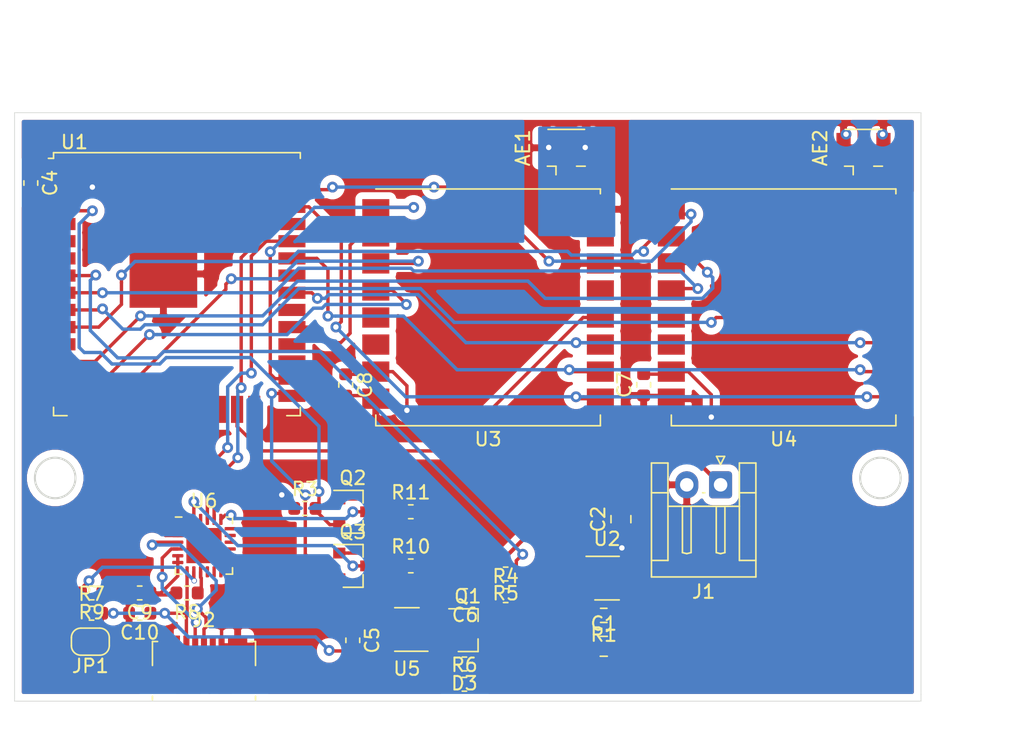
<source format=kicad_pcb>
(kicad_pcb (version 20171130) (host pcbnew 5.1.10)

  (general
    (thickness 1.6)
    (drawings 7)
    (tracks 446)
    (zones 0)
    (modules 34)
    (nets 70)
  )

  (page A4)
  (layers
    (0 F.Cu signal)
    (31 B.Cu signal)
    (32 B.Adhes user)
    (33 F.Adhes user)
    (34 B.Paste user)
    (35 F.Paste user)
    (36 B.SilkS user)
    (37 F.SilkS user)
    (38 B.Mask user)
    (39 F.Mask user)
    (40 Dwgs.User user)
    (41 Cmts.User user)
    (42 Eco1.User user)
    (43 Eco2.User user)
    (44 Edge.Cuts user)
    (45 Margin user)
    (46 B.CrtYd user)
    (47 F.CrtYd user)
    (48 B.Fab user)
    (49 F.Fab user)
  )

  (setup
    (last_trace_width 0.3)
    (user_trace_width 0.3)
    (user_trace_width 0.5)
    (trace_clearance 0.2)
    (zone_clearance 1)
    (zone_45_only no)
    (trace_min 0.2)
    (via_size 0.8)
    (via_drill 0.4)
    (via_min_size 0.4)
    (via_min_drill 0.3)
    (user_via 0.4 0.3)
    (uvia_size 0.3)
    (uvia_drill 0.1)
    (uvias_allowed no)
    (uvia_min_size 0.2)
    (uvia_min_drill 0.1)
    (edge_width 0.05)
    (segment_width 0.2)
    (pcb_text_width 0.3)
    (pcb_text_size 1.5 1.5)
    (mod_edge_width 0.12)
    (mod_text_size 1 1)
    (mod_text_width 0.15)
    (pad_size 1.524 1.524)
    (pad_drill 0.762)
    (pad_to_mask_clearance 0.051)
    (solder_mask_min_width 0.25)
    (aux_axis_origin 0 0)
    (visible_elements FFF9FF7F)
    (pcbplotparams
      (layerselection 0x010fc_ffffffff)
      (usegerberextensions false)
      (usegerberattributes false)
      (usegerberadvancedattributes false)
      (creategerberjobfile false)
      (excludeedgelayer true)
      (linewidth 0.100000)
      (plotframeref false)
      (viasonmask false)
      (mode 1)
      (useauxorigin false)
      (hpglpennumber 1)
      (hpglpenspeed 20)
      (hpglpendiameter 15.000000)
      (psnegative false)
      (psa4output false)
      (plotreference true)
      (plotvalue true)
      (plotinvisibletext false)
      (padsonsilk false)
      (subtractmaskfromsilk false)
      (outputformat 1)
      (mirror false)
      (drillshape 1)
      (scaleselection 1)
      (outputdirectory ""))
  )

  (net 0 "")
  (net 1 GND)
  (net 2 "Net-(AE1-Pad1)")
  (net 3 "Net-(AE2-Pad1)")
  (net 4 VBUS)
  (net 5 +3V3)
  (net 6 VIN)
  (net 7 VBAT)
  (net 8 "Net-(C9-Pad1)")
  (net 9 "Net-(J2-Pad3)")
  (net 10 "Net-(J2-Pad2)")
  (net 11 "Net-(JP1-Pad2)")
  (net 12 RTS)
  (net 13 EN)
  (net 14 "Net-(Q2-Pad1)")
  (net 15 IO0)
  (net 16 DTR)
  (net 17 "Net-(Q3-Pad1)")
  (net 18 "Net-(R4-Pad2)")
  (net 19 "Net-(R8-Pad1)")
  (net 20 "Net-(U1-Pad37)")
  (net 21 LORSCK)
  (net 22 TX)
  (net 23 RX)
  (net 24 LORMISO)
  (net 25 LORMOSI)
  (net 26 "Net-(U1-Pad29)")
  (net 27 "Net-(U1-Pad26)")
  (net 28 "Net-(U1-Pad23)")
  (net 29 "Net-(U1-Pad16)")
  (net 30 "Net-(U1-Pad13)")
  (net 31 "Net-(U1-Pad12)")
  (net 32 "Net-(U1-Pad10)")
  (net 33 "Net-(U1-Pad9)")
  (net 34 "Net-(U1-Pad8)")
  (net 35 "Net-(J2-Pad4)")
  (net 36 "Net-(R1-Pad1)")
  (net 37 "Net-(U1-Pad32)")
  (net 38 "Net-(U1-Pad30)")
  (net 39 "Net-(U1-Pad28)")
  (net 40 "Net-(U1-Pad27)")
  (net 41 "Net-(U1-Pad24)")
  (net 42 "Net-(U1-Pad22)")
  (net 43 "Net-(U1-Pad21)")
  (net 44 "Net-(U1-Pad20)")
  (net 45 "Net-(U1-Pad19)")
  (net 46 "Net-(U1-Pad18)")
  (net 47 "Net-(U1-Pad17)")
  (net 48 "Net-(U1-Pad14)")
  (net 49 "Net-(U1-Pad11)")
  (net 50 "Net-(U1-Pad6)")
  (net 51 "Net-(U1-Pad5)")
  (net 52 "Net-(U1-Pad4)")
  (net 53 "Net-(U2-Pad4)")
  (net 54 "Net-(U3-Pad13)")
  (net 55 "Net-(U3-Pad6)")
  (net 56 "Net-(U4-Pad13)")
  (net 57 "Net-(U4-Pad6)")
  (net 58 "Net-(U6-Pad24)")
  (net 59 "Net-(U6-Pad22)")
  (net 60 "Net-(U6-Pad18)")
  (net 61 "Net-(U6-Pad17)")
  (net 62 "Net-(U6-Pad16)")
  (net 63 "Net-(U6-Pad15)")
  (net 64 "Net-(U6-Pad14)")
  (net 65 "Net-(U6-Pad13)")
  (net 66 "Net-(U6-Pad12)")
  (net 67 "Net-(U6-Pad11)")
  (net 68 "Net-(U6-Pad10)")
  (net 69 "Net-(U6-Pad1)")

  (net_class Default "This is the default net class."
    (clearance 0.2)
    (trace_width 0.25)
    (via_dia 0.8)
    (via_drill 0.4)
    (uvia_dia 0.3)
    (uvia_drill 0.1)
    (add_net +3V3)
    (add_net DTR)
    (add_net EN)
    (add_net GND)
    (add_net IO0)
    (add_net LORMISO)
    (add_net LORMOSI)
    (add_net LORSCK)
    (add_net "Net-(AE1-Pad1)")
    (add_net "Net-(AE2-Pad1)")
    (add_net "Net-(C9-Pad1)")
    (add_net "Net-(J2-Pad2)")
    (add_net "Net-(J2-Pad3)")
    (add_net "Net-(J2-Pad4)")
    (add_net "Net-(JP1-Pad2)")
    (add_net "Net-(Q2-Pad1)")
    (add_net "Net-(Q3-Pad1)")
    (add_net "Net-(R1-Pad1)")
    (add_net "Net-(R4-Pad2)")
    (add_net "Net-(R8-Pad1)")
    (add_net "Net-(U1-Pad10)")
    (add_net "Net-(U1-Pad11)")
    (add_net "Net-(U1-Pad12)")
    (add_net "Net-(U1-Pad13)")
    (add_net "Net-(U1-Pad14)")
    (add_net "Net-(U1-Pad16)")
    (add_net "Net-(U1-Pad17)")
    (add_net "Net-(U1-Pad18)")
    (add_net "Net-(U1-Pad19)")
    (add_net "Net-(U1-Pad20)")
    (add_net "Net-(U1-Pad21)")
    (add_net "Net-(U1-Pad22)")
    (add_net "Net-(U1-Pad23)")
    (add_net "Net-(U1-Pad24)")
    (add_net "Net-(U1-Pad26)")
    (add_net "Net-(U1-Pad27)")
    (add_net "Net-(U1-Pad28)")
    (add_net "Net-(U1-Pad29)")
    (add_net "Net-(U1-Pad30)")
    (add_net "Net-(U1-Pad32)")
    (add_net "Net-(U1-Pad37)")
    (add_net "Net-(U1-Pad4)")
    (add_net "Net-(U1-Pad5)")
    (add_net "Net-(U1-Pad6)")
    (add_net "Net-(U1-Pad8)")
    (add_net "Net-(U1-Pad9)")
    (add_net "Net-(U2-Pad4)")
    (add_net "Net-(U3-Pad13)")
    (add_net "Net-(U3-Pad6)")
    (add_net "Net-(U4-Pad13)")
    (add_net "Net-(U4-Pad6)")
    (add_net "Net-(U6-Pad1)")
    (add_net "Net-(U6-Pad10)")
    (add_net "Net-(U6-Pad11)")
    (add_net "Net-(U6-Pad12)")
    (add_net "Net-(U6-Pad13)")
    (add_net "Net-(U6-Pad14)")
    (add_net "Net-(U6-Pad15)")
    (add_net "Net-(U6-Pad16)")
    (add_net "Net-(U6-Pad17)")
    (add_net "Net-(U6-Pad18)")
    (add_net "Net-(U6-Pad22)")
    (add_net "Net-(U6-Pad24)")
    (add_net RTS)
    (add_net RX)
    (add_net TX)
    (add_net VBAT)
    (add_net VBUS)
    (add_net VIN)
  )

  (module Connector_JST:JST_EH_S2B-EH_1x02_P2.50mm_Horizontal (layer F.Cu) (tedit 5C281425) (tstamp 5EA6235D)
    (at 218.186 111.506 180)
    (descr "JST EH series connector, S2B-EH (http://www.jst-mfg.com/product/pdf/eng/eEH.pdf), generated with kicad-footprint-generator")
    (tags "connector JST EH horizontal")
    (path /5EB13CED)
    (fp_text reference J1 (at 1.25 -7.9) (layer F.SilkS)
      (effects (font (size 1 1) (thickness 0.15)))
    )
    (fp_text value Conn_01x02 (at 1.25 2.7) (layer F.Fab)
      (effects (font (size 1 1) (thickness 0.15)))
    )
    (fp_text user %R (at 1.25 -2.6) (layer F.Fab)
      (effects (font (size 1 1) (thickness 0.15)))
    )
    (fp_line (start -1.5 -0.7) (end -1.5 1.5) (layer F.Fab) (width 0.1))
    (fp_line (start -1.5 1.5) (end -2.5 1.5) (layer F.Fab) (width 0.1))
    (fp_line (start -2.5 1.5) (end -2.5 -6.7) (layer F.Fab) (width 0.1))
    (fp_line (start -2.5 -6.7) (end 5 -6.7) (layer F.Fab) (width 0.1))
    (fp_line (start 5 -6.7) (end 5 1.5) (layer F.Fab) (width 0.1))
    (fp_line (start 5 1.5) (end 4 1.5) (layer F.Fab) (width 0.1))
    (fp_line (start 4 1.5) (end 4 -0.7) (layer F.Fab) (width 0.1))
    (fp_line (start 4 -0.7) (end -1.5 -0.7) (layer F.Fab) (width 0.1))
    (fp_line (start -3 -7.2) (end -3 2) (layer F.CrtYd) (width 0.05))
    (fp_line (start -3 2) (end 5.5 2) (layer F.CrtYd) (width 0.05))
    (fp_line (start 5.5 2) (end 5.5 -7.2) (layer F.CrtYd) (width 0.05))
    (fp_line (start 5.5 -7.2) (end -3 -7.2) (layer F.CrtYd) (width 0.05))
    (fp_line (start -1.39 -0.59) (end -1.39 1.61) (layer F.SilkS) (width 0.12))
    (fp_line (start -1.39 1.61) (end -2.61 1.61) (layer F.SilkS) (width 0.12))
    (fp_line (start -2.61 1.61) (end -2.61 -6.81) (layer F.SilkS) (width 0.12))
    (fp_line (start -2.61 -6.81) (end 5.11 -6.81) (layer F.SilkS) (width 0.12))
    (fp_line (start 5.11 -6.81) (end 5.11 1.61) (layer F.SilkS) (width 0.12))
    (fp_line (start 5.11 1.61) (end 3.89 1.61) (layer F.SilkS) (width 0.12))
    (fp_line (start 3.89 1.61) (end 3.89 -0.59) (layer F.SilkS) (width 0.12))
    (fp_line (start -2.61 -5.59) (end -1.39 -5.59) (layer F.SilkS) (width 0.12))
    (fp_line (start -1.39 -5.59) (end -1.39 -0.59) (layer F.SilkS) (width 0.12))
    (fp_line (start -1.39 -0.59) (end -2.61 -0.59) (layer F.SilkS) (width 0.12))
    (fp_line (start 5.11 -5.59) (end 3.89 -5.59) (layer F.SilkS) (width 0.12))
    (fp_line (start 3.89 -5.59) (end 3.89 -0.59) (layer F.SilkS) (width 0.12))
    (fp_line (start 3.89 -0.59) (end 5.11 -0.59) (layer F.SilkS) (width 0.12))
    (fp_line (start -1.39 -1.59) (end 3.89 -1.59) (layer F.SilkS) (width 0.12))
    (fp_line (start 0 -1.59) (end -0.32 -1.59) (layer F.SilkS) (width 0.12))
    (fp_line (start -0.32 -1.59) (end -0.32 -5.01) (layer F.SilkS) (width 0.12))
    (fp_line (start -0.32 -5.01) (end 0 -5.09) (layer F.SilkS) (width 0.12))
    (fp_line (start 0 -5.09) (end 0.32 -5.01) (layer F.SilkS) (width 0.12))
    (fp_line (start 0.32 -5.01) (end 0.32 -1.59) (layer F.SilkS) (width 0.12))
    (fp_line (start 0.32 -1.59) (end 0 -1.59) (layer F.SilkS) (width 0.12))
    (fp_line (start 1.17 -0.59) (end 1.33 -0.59) (layer F.SilkS) (width 0.12))
    (fp_line (start 2.5 -1.59) (end 2.18 -1.59) (layer F.SilkS) (width 0.12))
    (fp_line (start 2.18 -1.59) (end 2.18 -5.01) (layer F.SilkS) (width 0.12))
    (fp_line (start 2.18 -5.01) (end 2.5 -5.09) (layer F.SilkS) (width 0.12))
    (fp_line (start 2.5 -5.09) (end 2.82 -5.01) (layer F.SilkS) (width 0.12))
    (fp_line (start 2.82 -5.01) (end 2.82 -1.59) (layer F.SilkS) (width 0.12))
    (fp_line (start 2.82 -1.59) (end 2.5 -1.59) (layer F.SilkS) (width 0.12))
    (fp_line (start 0 1.5) (end -0.3 2.1) (layer F.SilkS) (width 0.12))
    (fp_line (start -0.3 2.1) (end 0.3 2.1) (layer F.SilkS) (width 0.12))
    (fp_line (start 0.3 2.1) (end 0 1.5) (layer F.SilkS) (width 0.12))
    (fp_line (start -0.5 -0.7) (end 0 -1.407107) (layer F.Fab) (width 0.1))
    (fp_line (start 0 -1.407107) (end 0.5 -0.7) (layer F.Fab) (width 0.1))
    (pad 2 thru_hole oval (at 2.5 0 180) (size 1.7 2) (drill 1) (layers *.Cu *.Mask)
      (net 1 GND))
    (pad 1 thru_hole roundrect (at 0 0 180) (size 1.7 2) (drill 1) (layers *.Cu *.Mask) (roundrect_rratio 0.147059)
      (net 7 VBAT))
    (model ${KISYS3DMOD}/Connector_JST.3dshapes/JST_EH_S2B-EH_1x02_P2.50mm_Horizontal.wrl
      (at (xyz 0 0 0))
      (scale (xyz 1 1 1))
      (rotate (xyz 0 0 0))
    )
  )

  (module Package_TO_SOT_SMD:SOT-23-5 (layer F.Cu) (tedit 5A02FF57) (tstamp 60C9B863)
    (at 209.795001 118.405001)
    (descr "5-pin SOT23 package")
    (tags SOT-23-5)
    (path /60D148E8)
    (attr smd)
    (fp_text reference U2 (at 0 -2.9) (layer F.SilkS)
      (effects (font (size 1 1) (thickness 0.15)))
    )
    (fp_text value AP2112K-3.3 (at 0 2.9) (layer F.Fab)
      (effects (font (size 1 1) (thickness 0.15)))
    )
    (fp_text user %R (at 0 0 90) (layer F.Fab)
      (effects (font (size 0.5 0.5) (thickness 0.075)))
    )
    (fp_line (start -0.9 1.61) (end 0.9 1.61) (layer F.SilkS) (width 0.12))
    (fp_line (start 0.9 -1.61) (end -1.55 -1.61) (layer F.SilkS) (width 0.12))
    (fp_line (start -1.9 -1.8) (end 1.9 -1.8) (layer F.CrtYd) (width 0.05))
    (fp_line (start 1.9 -1.8) (end 1.9 1.8) (layer F.CrtYd) (width 0.05))
    (fp_line (start 1.9 1.8) (end -1.9 1.8) (layer F.CrtYd) (width 0.05))
    (fp_line (start -1.9 1.8) (end -1.9 -1.8) (layer F.CrtYd) (width 0.05))
    (fp_line (start -0.9 -0.9) (end -0.25 -1.55) (layer F.Fab) (width 0.1))
    (fp_line (start 0.9 -1.55) (end -0.25 -1.55) (layer F.Fab) (width 0.1))
    (fp_line (start -0.9 -0.9) (end -0.9 1.55) (layer F.Fab) (width 0.1))
    (fp_line (start 0.9 1.55) (end -0.9 1.55) (layer F.Fab) (width 0.1))
    (fp_line (start 0.9 -1.55) (end 0.9 1.55) (layer F.Fab) (width 0.1))
    (pad 5 smd rect (at 1.1 -0.95) (size 1.06 0.65) (layers F.Cu F.Paste F.Mask)
      (net 5 +3V3))
    (pad 4 smd rect (at 1.1 0.95) (size 1.06 0.65) (layers F.Cu F.Paste F.Mask)
      (net 53 "Net-(U2-Pad4)"))
    (pad 3 smd rect (at -1.1 0.95) (size 1.06 0.65) (layers F.Cu F.Paste F.Mask)
      (net 36 "Net-(R1-Pad1)"))
    (pad 2 smd rect (at -1.1 0) (size 1.06 0.65) (layers F.Cu F.Paste F.Mask)
      (net 1 GND))
    (pad 1 smd rect (at -1.1 -0.95) (size 1.06 0.65) (layers F.Cu F.Paste F.Mask)
      (net 6 VIN))
    (model ${KISYS3DMOD}/Package_TO_SOT_SMD.3dshapes/SOT-23-5.wrl
      (at (xyz 0 0 0))
      (scale (xyz 1 1 1))
      (rotate (xyz 0 0 0))
    )
  )

  (module Resistor_SMD:R_0603_1608Metric (layer F.Cu) (tedit 5F68FEEE) (tstamp 60C99BCC)
    (at 209.55 121.158 180)
    (descr "Resistor SMD 0603 (1608 Metric), square (rectangular) end terminal, IPC_7351 nominal, (Body size source: IPC-SM-782 page 72, https://www.pcb-3d.com/wordpress/wp-content/uploads/ipc-sm-782a_amendment_1_and_2.pdf), generated with kicad-footprint-generator")
    (tags resistor)
    (path /60DC0EF8)
    (attr smd)
    (fp_text reference R1 (at 0 -1.43) (layer F.SilkS)
      (effects (font (size 1 1) (thickness 0.15)))
    )
    (fp_text value 100k (at 0 1.43) (layer F.Fab)
      (effects (font (size 1 1) (thickness 0.15)))
    )
    (fp_text user %R (at 0 0) (layer F.Fab)
      (effects (font (size 0.4 0.4) (thickness 0.06)))
    )
    (fp_line (start -0.8 0.4125) (end -0.8 -0.4125) (layer F.Fab) (width 0.1))
    (fp_line (start -0.8 -0.4125) (end 0.8 -0.4125) (layer F.Fab) (width 0.1))
    (fp_line (start 0.8 -0.4125) (end 0.8 0.4125) (layer F.Fab) (width 0.1))
    (fp_line (start 0.8 0.4125) (end -0.8 0.4125) (layer F.Fab) (width 0.1))
    (fp_line (start -0.237258 -0.5225) (end 0.237258 -0.5225) (layer F.SilkS) (width 0.12))
    (fp_line (start -0.237258 0.5225) (end 0.237258 0.5225) (layer F.SilkS) (width 0.12))
    (fp_line (start -1.48 0.73) (end -1.48 -0.73) (layer F.CrtYd) (width 0.05))
    (fp_line (start -1.48 -0.73) (end 1.48 -0.73) (layer F.CrtYd) (width 0.05))
    (fp_line (start 1.48 -0.73) (end 1.48 0.73) (layer F.CrtYd) (width 0.05))
    (fp_line (start 1.48 0.73) (end -1.48 0.73) (layer F.CrtYd) (width 0.05))
    (pad 2 smd roundrect (at 0.825 0 180) (size 0.8 0.95) (layers F.Cu F.Paste F.Mask) (roundrect_rratio 0.25)
      (net 6 VIN))
    (pad 1 smd roundrect (at -0.825 0 180) (size 0.8 0.95) (layers F.Cu F.Paste F.Mask) (roundrect_rratio 0.25)
      (net 36 "Net-(R1-Pad1)"))
    (model ${KISYS3DMOD}/Resistor_SMD.3dshapes/R_0603_1608Metric.wrl
      (at (xyz 0 0 0))
      (scale (xyz 1 1 1))
      (rotate (xyz 0 0 0))
    )
  )

  (module Capacitor_SMD:C_0805_2012Metric (layer F.Cu) (tedit 5F68FEEE) (tstamp 60C999B3)
    (at 210.82 114.046 90)
    (descr "Capacitor SMD 0805 (2012 Metric), square (rectangular) end terminal, IPC_7351 nominal, (Body size source: IPC-SM-782 page 76, https://www.pcb-3d.com/wordpress/wp-content/uploads/ipc-sm-782a_amendment_1_and_2.pdf, https://docs.google.com/spreadsheets/d/1BsfQQcO9C6DZCsRaXUlFlo91Tg2WpOkGARC1WS5S8t0/edit?usp=sharing), generated with kicad-footprint-generator")
    (tags capacitor)
    (path /60D45A49)
    (attr smd)
    (fp_text reference C2 (at 0 -1.68 90) (layer F.SilkS)
      (effects (font (size 1 1) (thickness 0.15)))
    )
    (fp_text value 1u (at 0 1.68 90) (layer F.Fab)
      (effects (font (size 1 1) (thickness 0.15)))
    )
    (fp_text user %R (at 0 0 90) (layer F.Fab)
      (effects (font (size 0.5 0.5) (thickness 0.08)))
    )
    (fp_line (start -1 0.625) (end -1 -0.625) (layer F.Fab) (width 0.1))
    (fp_line (start -1 -0.625) (end 1 -0.625) (layer F.Fab) (width 0.1))
    (fp_line (start 1 -0.625) (end 1 0.625) (layer F.Fab) (width 0.1))
    (fp_line (start 1 0.625) (end -1 0.625) (layer F.Fab) (width 0.1))
    (fp_line (start -0.261252 -0.735) (end 0.261252 -0.735) (layer F.SilkS) (width 0.12))
    (fp_line (start -0.261252 0.735) (end 0.261252 0.735) (layer F.SilkS) (width 0.12))
    (fp_line (start -1.7 0.98) (end -1.7 -0.98) (layer F.CrtYd) (width 0.05))
    (fp_line (start -1.7 -0.98) (end 1.7 -0.98) (layer F.CrtYd) (width 0.05))
    (fp_line (start 1.7 -0.98) (end 1.7 0.98) (layer F.CrtYd) (width 0.05))
    (fp_line (start 1.7 0.98) (end -1.7 0.98) (layer F.CrtYd) (width 0.05))
    (pad 2 smd roundrect (at 0.95 0 90) (size 1 1.45) (layers F.Cu F.Paste F.Mask) (roundrect_rratio 0.25)
      (net 1 GND))
    (pad 1 smd roundrect (at -0.95 0 90) (size 1 1.45) (layers F.Cu F.Paste F.Mask) (roundrect_rratio 0.25)
      (net 5 +3V3))
    (model ${KISYS3DMOD}/Capacitor_SMD.3dshapes/C_0805_2012Metric.wrl
      (at (xyz 0 0 0))
      (scale (xyz 1 1 1))
      (rotate (xyz 0 0 0))
    )
  )

  (module Capacitor_SMD:C_0805_2012Metric (layer F.Cu) (tedit 5F68FEEE) (tstamp 60C999A2)
    (at 209.55 123.444)
    (descr "Capacitor SMD 0805 (2012 Metric), square (rectangular) end terminal, IPC_7351 nominal, (Body size source: IPC-SM-782 page 76, https://www.pcb-3d.com/wordpress/wp-content/uploads/ipc-sm-782a_amendment_1_and_2.pdf, https://docs.google.com/spreadsheets/d/1BsfQQcO9C6DZCsRaXUlFlo91Tg2WpOkGARC1WS5S8t0/edit?usp=sharing), generated with kicad-footprint-generator")
    (tags capacitor)
    (path /60D46CD5)
    (attr smd)
    (fp_text reference C1 (at 0 -1.68) (layer F.SilkS)
      (effects (font (size 1 1) (thickness 0.15)))
    )
    (fp_text value 1u (at 0 1.68) (layer F.Fab)
      (effects (font (size 1 1) (thickness 0.15)))
    )
    (fp_text user %R (at 0 0) (layer F.Fab)
      (effects (font (size 0.5 0.5) (thickness 0.08)))
    )
    (fp_line (start -1 0.625) (end -1 -0.625) (layer F.Fab) (width 0.1))
    (fp_line (start -1 -0.625) (end 1 -0.625) (layer F.Fab) (width 0.1))
    (fp_line (start 1 -0.625) (end 1 0.625) (layer F.Fab) (width 0.1))
    (fp_line (start 1 0.625) (end -1 0.625) (layer F.Fab) (width 0.1))
    (fp_line (start -0.261252 -0.735) (end 0.261252 -0.735) (layer F.SilkS) (width 0.12))
    (fp_line (start -0.261252 0.735) (end 0.261252 0.735) (layer F.SilkS) (width 0.12))
    (fp_line (start -1.7 0.98) (end -1.7 -0.98) (layer F.CrtYd) (width 0.05))
    (fp_line (start -1.7 -0.98) (end 1.7 -0.98) (layer F.CrtYd) (width 0.05))
    (fp_line (start 1.7 -0.98) (end 1.7 0.98) (layer F.CrtYd) (width 0.05))
    (fp_line (start 1.7 0.98) (end -1.7 0.98) (layer F.CrtYd) (width 0.05))
    (pad 2 smd roundrect (at 0.95 0) (size 1 1.45) (layers F.Cu F.Paste F.Mask) (roundrect_rratio 0.25)
      (net 1 GND))
    (pad 1 smd roundrect (at -0.95 0) (size 1 1.45) (layers F.Cu F.Paste F.Mask) (roundrect_rratio 0.25)
      (net 6 VIN))
    (model ${KISYS3DMOD}/Capacitor_SMD.3dshapes/C_0805_2012Metric.wrl
      (at (xyz 0 0 0))
      (scale (xyz 1 1 1))
      (rotate (xyz 0 0 0))
    )
  )

  (module Package_DFN_QFN:QFN-24-1EP_4x4mm_P0.5mm_EP2.6x2.6mm (layer F.Cu) (tedit 5DC5F6A3) (tstamp 5EA62637)
    (at 180 116)
    (descr "QFN, 24 Pin (http://ww1.microchip.com/downloads/en/PackagingSpec/00000049BQ.pdf#page=278), generated with kicad-footprint-generator ipc_noLead_generator.py")
    (tags "QFN NoLead")
    (path /5EA7E2F6)
    (attr smd)
    (fp_text reference U6 (at 0 -3.3) (layer F.SilkS)
      (effects (font (size 1 1) (thickness 0.15)))
    )
    (fp_text value CP2102N-A01-GQFN24 (at 0 3.3) (layer F.Fab)
      (effects (font (size 1 1) (thickness 0.15)))
    )
    (fp_line (start 1.635 -2.11) (end 2.11 -2.11) (layer F.SilkS) (width 0.12))
    (fp_line (start 2.11 -2.11) (end 2.11 -1.635) (layer F.SilkS) (width 0.12))
    (fp_line (start -1.635 2.11) (end -2.11 2.11) (layer F.SilkS) (width 0.12))
    (fp_line (start -2.11 2.11) (end -2.11 1.635) (layer F.SilkS) (width 0.12))
    (fp_line (start 1.635 2.11) (end 2.11 2.11) (layer F.SilkS) (width 0.12))
    (fp_line (start 2.11 2.11) (end 2.11 1.635) (layer F.SilkS) (width 0.12))
    (fp_line (start -1.635 -2.11) (end -2.11 -2.11) (layer F.SilkS) (width 0.12))
    (fp_line (start -1 -2) (end 2 -2) (layer F.Fab) (width 0.1))
    (fp_line (start 2 -2) (end 2 2) (layer F.Fab) (width 0.1))
    (fp_line (start 2 2) (end -2 2) (layer F.Fab) (width 0.1))
    (fp_line (start -2 2) (end -2 -1) (layer F.Fab) (width 0.1))
    (fp_line (start -2 -1) (end -1 -2) (layer F.Fab) (width 0.1))
    (fp_line (start -2.6 -2.6) (end -2.6 2.6) (layer F.CrtYd) (width 0.05))
    (fp_line (start -2.6 2.6) (end 2.6 2.6) (layer F.CrtYd) (width 0.05))
    (fp_line (start 2.6 2.6) (end 2.6 -2.6) (layer F.CrtYd) (width 0.05))
    (fp_line (start 2.6 -2.6) (end -2.6 -2.6) (layer F.CrtYd) (width 0.05))
    (fp_text user %R (at 0 0) (layer F.Fab)
      (effects (font (size 1 1) (thickness 0.15)))
    )
    (pad "" smd roundrect (at 0.65 0.65) (size 1.05 1.05) (layers F.Paste) (roundrect_rratio 0.238095))
    (pad "" smd roundrect (at 0.65 -0.65) (size 1.05 1.05) (layers F.Paste) (roundrect_rratio 0.238095))
    (pad "" smd roundrect (at -0.65 0.65) (size 1.05 1.05) (layers F.Paste) (roundrect_rratio 0.238095))
    (pad "" smd roundrect (at -0.65 -0.65) (size 1.05 1.05) (layers F.Paste) (roundrect_rratio 0.238095))
    (pad 25 smd rect (at 0 0) (size 2.6 2.6) (layers F.Cu F.Mask)
      (net 1 GND))
    (pad 24 smd roundrect (at -1.25 -1.9375) (size 0.25 0.825) (layers F.Cu F.Paste F.Mask) (roundrect_rratio 0.25)
      (net 58 "Net-(U6-Pad24)"))
    (pad 23 smd roundrect (at -0.75 -1.9375) (size 0.25 0.825) (layers F.Cu F.Paste F.Mask) (roundrect_rratio 0.25)
      (net 16 DTR))
    (pad 22 smd roundrect (at -0.25 -1.9375) (size 0.25 0.825) (layers F.Cu F.Paste F.Mask) (roundrect_rratio 0.25)
      (net 59 "Net-(U6-Pad22)"))
    (pad 21 smd roundrect (at 0.25 -1.9375) (size 0.25 0.825) (layers F.Cu F.Paste F.Mask) (roundrect_rratio 0.25)
      (net 23 RX))
    (pad 20 smd roundrect (at 0.75 -1.9375) (size 0.25 0.825) (layers F.Cu F.Paste F.Mask) (roundrect_rratio 0.25)
      (net 22 TX))
    (pad 19 smd roundrect (at 1.25 -1.9375) (size 0.25 0.825) (layers F.Cu F.Paste F.Mask) (roundrect_rratio 0.25)
      (net 12 RTS))
    (pad 18 smd roundrect (at 1.9375 -1.25) (size 0.825 0.25) (layers F.Cu F.Paste F.Mask) (roundrect_rratio 0.25)
      (net 60 "Net-(U6-Pad18)"))
    (pad 17 smd roundrect (at 1.9375 -0.75) (size 0.825 0.25) (layers F.Cu F.Paste F.Mask) (roundrect_rratio 0.25)
      (net 61 "Net-(U6-Pad17)"))
    (pad 16 smd roundrect (at 1.9375 -0.25) (size 0.825 0.25) (layers F.Cu F.Paste F.Mask) (roundrect_rratio 0.25)
      (net 62 "Net-(U6-Pad16)"))
    (pad 15 smd roundrect (at 1.9375 0.25) (size 0.825 0.25) (layers F.Cu F.Paste F.Mask) (roundrect_rratio 0.25)
      (net 63 "Net-(U6-Pad15)"))
    (pad 14 smd roundrect (at 1.9375 0.75) (size 0.825 0.25) (layers F.Cu F.Paste F.Mask) (roundrect_rratio 0.25)
      (net 64 "Net-(U6-Pad14)"))
    (pad 13 smd roundrect (at 1.9375 1.25) (size 0.825 0.25) (layers F.Cu F.Paste F.Mask) (roundrect_rratio 0.25)
      (net 65 "Net-(U6-Pad13)"))
    (pad 12 smd roundrect (at 1.25 1.9375) (size 0.25 0.825) (layers F.Cu F.Paste F.Mask) (roundrect_rratio 0.25)
      (net 66 "Net-(U6-Pad12)"))
    (pad 11 smd roundrect (at 0.75 1.9375) (size 0.25 0.825) (layers F.Cu F.Paste F.Mask) (roundrect_rratio 0.25)
      (net 67 "Net-(U6-Pad11)"))
    (pad 10 smd roundrect (at 0.25 1.9375) (size 0.25 0.825) (layers F.Cu F.Paste F.Mask) (roundrect_rratio 0.25)
      (net 68 "Net-(U6-Pad10)"))
    (pad 9 smd roundrect (at -0.25 1.9375) (size 0.25 0.825) (layers F.Cu F.Paste F.Mask) (roundrect_rratio 0.25)
      (net 19 "Net-(R8-Pad1)"))
    (pad 8 smd roundrect (at -0.75 1.9375) (size 0.25 0.825) (layers F.Cu F.Paste F.Mask) (roundrect_rratio 0.25)
      (net 11 "Net-(JP1-Pad2)"))
    (pad 7 smd roundrect (at -1.25 1.9375) (size 0.25 0.825) (layers F.Cu F.Paste F.Mask) (roundrect_rratio 0.25)
      (net 4 VBUS))
    (pad 6 smd roundrect (at -1.9375 1.25) (size 0.825 0.25) (layers F.Cu F.Paste F.Mask) (roundrect_rratio 0.25)
      (net 8 "Net-(C9-Pad1)"))
    (pad 5 smd roundrect (at -1.9375 0.75) (size 0.825 0.25) (layers F.Cu F.Paste F.Mask) (roundrect_rratio 0.25)
      (net 8 "Net-(C9-Pad1)"))
    (pad 4 smd roundrect (at -1.9375 0.25) (size 0.825 0.25) (layers F.Cu F.Paste F.Mask) (roundrect_rratio 0.25)
      (net 10 "Net-(J2-Pad2)"))
    (pad 3 smd roundrect (at -1.9375 -0.25) (size 0.825 0.25) (layers F.Cu F.Paste F.Mask) (roundrect_rratio 0.25)
      (net 9 "Net-(J2-Pad3)"))
    (pad 2 smd roundrect (at -1.9375 -0.75) (size 0.825 0.25) (layers F.Cu F.Paste F.Mask) (roundrect_rratio 0.25)
      (net 1 GND))
    (pad 1 smd roundrect (at -1.9375 -1.25) (size 0.825 0.25) (layers F.Cu F.Paste F.Mask) (roundrect_rratio 0.25)
      (net 69 "Net-(U6-Pad1)"))
    (model ${KISYS3DMOD}/Package_DFN_QFN.3dshapes/QFN-24-1EP_4x4mm_P0.5mm_EP2.6x2.6mm.wrl
      (at (xyz 0 0 0))
      (scale (xyz 1 1 1))
      (rotate (xyz 0 0 0))
    )
  )

  (module Package_TO_SOT_SMD:SOT-23-5 (layer F.Cu) (tedit 5A02FF57) (tstamp 5EA884CC)
    (at 195 122.2 180)
    (descr "5-pin SOT23 package")
    (tags SOT-23-5)
    (path /5EAF4299)
    (attr smd)
    (fp_text reference U5 (at 0 -2.9) (layer F.SilkS)
      (effects (font (size 1 1) (thickness 0.15)))
    )
    (fp_text value MCP73811T-420I-OT (at 0 2.9) (layer F.Fab)
      (effects (font (size 1 1) (thickness 0.15)))
    )
    (fp_line (start -0.9 1.61) (end 0.9 1.61) (layer F.SilkS) (width 0.12))
    (fp_line (start 0.9 -1.61) (end -1.55 -1.61) (layer F.SilkS) (width 0.12))
    (fp_line (start -1.9 -1.8) (end 1.9 -1.8) (layer F.CrtYd) (width 0.05))
    (fp_line (start 1.9 -1.8) (end 1.9 1.8) (layer F.CrtYd) (width 0.05))
    (fp_line (start 1.9 1.8) (end -1.9 1.8) (layer F.CrtYd) (width 0.05))
    (fp_line (start -1.9 1.8) (end -1.9 -1.8) (layer F.CrtYd) (width 0.05))
    (fp_line (start -0.9 -0.9) (end -0.25 -1.55) (layer F.Fab) (width 0.1))
    (fp_line (start 0.9 -1.55) (end -0.25 -1.55) (layer F.Fab) (width 0.1))
    (fp_line (start -0.9 -0.9) (end -0.9 1.55) (layer F.Fab) (width 0.1))
    (fp_line (start 0.9 1.55) (end -0.9 1.55) (layer F.Fab) (width 0.1))
    (fp_line (start 0.9 -1.55) (end 0.9 1.55) (layer F.Fab) (width 0.1))
    (fp_text user %R (at 0.25 -0.05 90) (layer F.Fab)
      (effects (font (size 0.5 0.5) (thickness 0.075)))
    )
    (pad 5 smd rect (at 1.1 -0.95 180) (size 1.06 0.65) (layers F.Cu F.Paste F.Mask)
      (net 4 VBUS))
    (pad 4 smd rect (at 1.1 0.95 180) (size 1.06 0.65) (layers F.Cu F.Paste F.Mask)
      (net 4 VBUS))
    (pad 3 smd rect (at -1.1 0.95 180) (size 1.06 0.65) (layers F.Cu F.Paste F.Mask)
      (net 7 VBAT))
    (pad 2 smd rect (at -1.1 0 180) (size 1.06 0.65) (layers F.Cu F.Paste F.Mask)
      (net 1 GND))
    (pad 1 smd rect (at -1.1 -0.95 180) (size 1.06 0.65) (layers F.Cu F.Paste F.Mask)
      (net 4 VBUS))
    (model ${KISYS3DMOD}/Package_TO_SOT_SMD.3dshapes/SOT-23-5.wrl
      (at (xyz 0 0 0))
      (scale (xyz 1 1 1))
      (rotate (xyz 0 0 0))
    )
  )

  (module loranet2:DRF1276G (layer F.Cu) (tedit 5EA4B153) (tstamp 5EA625F0)
    (at 222.844999 98.140001)
    (path /5EA549AC)
    (fp_text reference U4 (at 0 10) (layer F.SilkS)
      (effects (font (size 1 1) (thickness 0.15)))
    )
    (fp_text value DRF1276G (at 0 -9.5) (layer F.Fab)
      (effects (font (size 1 1) (thickness 0.15)))
    )
    (fp_line (start -8.3 -8.5) (end 8.3 -8.5) (layer F.SilkS) (width 0.12))
    (fp_line (start 8.3 -8.5) (end 8.3 -8.15) (layer F.SilkS) (width 0.12))
    (fp_line (start 8.3 9) (end -8.3 9) (layer F.SilkS) (width 0.12))
    (fp_line (start -8.3 9) (end -8.3 8.21) (layer F.SilkS) (width 0.12))
    (fp_line (start 8.3 9) (end 8.3 8.21) (layer F.SilkS) (width 0.12))
    (pad 16 smd rect (at 8.3 -7) (size 2 1.5) (layers F.Cu F.Paste F.Mask)
      (net 1 GND))
    (pad 15 smd rect (at 8.3 -5) (size 2 1.5) (layers F.Cu F.Paste F.Mask)
      (net 3 "Net-(AE2-Pad1)"))
    (pad 14 smd rect (at 8.3 -3) (size 2 1.5) (layers F.Cu F.Paste F.Mask)
      (net 1 GND))
    (pad 13 smd rect (at 8.3 -1) (size 2 1.5) (layers F.Cu F.Paste F.Mask)
      (net 56 "Net-(U4-Pad13)"))
    (pad 12 smd rect (at 8.3 1) (size 2 1.5) (layers F.Cu F.Paste F.Mask)
      (net 33 "Net-(U1-Pad9)"))
    (pad 11 smd rect (at 8.3 3) (size 2 1.5) (layers F.Cu F.Paste F.Mask)
      (net 25 LORMOSI))
    (pad 10 smd rect (at 8.3 5) (size 2 1.5) (layers F.Cu F.Paste F.Mask)
      (net 24 LORMISO))
    (pad 9 smd rect (at 8.3 7) (size 2 1.5) (layers F.Cu F.Paste F.Mask)
      (net 21 LORSCK))
    (pad 8 smd rect (at -8.3 7) (size 2 1.5) (layers F.Cu F.Paste F.Mask)
      (net 1 GND))
    (pad 7 smd rect (at -8.3 5) (size 2 1.5) (layers F.Cu F.Paste F.Mask)
      (net 5 +3V3))
    (pad 6 smd rect (at -8.3 3) (size 2 1.5) (layers F.Cu F.Paste F.Mask)
      (net 57 "Net-(U4-Pad6)"))
    (pad 5 smd rect (at -8.3 1) (size 2 1.5) (layers F.Cu F.Paste F.Mask))
    (pad 4 smd rect (at -8.3 -1) (size 2 1.5) (layers F.Cu F.Paste F.Mask)
      (net 34 "Net-(U1-Pad8)"))
    (pad 3 smd rect (at -8.3 -3) (size 2 1.5) (layers F.Cu F.Paste F.Mask)
      (net 31 "Net-(U1-Pad12)"))
    (pad 2 smd rect (at -8.3 -5) (size 2 1.5) (layers F.Cu F.Paste F.Mask)
      (net 32 "Net-(U1-Pad10)"))
    (pad 1 smd rect (at -8.3 -7) (size 2 1.5) (layers F.Cu F.Paste F.Mask)
      (net 20 "Net-(U1-Pad37)"))
  )

  (module loranet2:DRF1276G (layer F.Cu) (tedit 5EA4B153) (tstamp 5EA625D7)
    (at 201 98.140001)
    (path /5EA541F4)
    (fp_text reference U3 (at 0 10) (layer F.SilkS)
      (effects (font (size 1 1) (thickness 0.15)))
    )
    (fp_text value DRF1276G (at 0 -9.5) (layer F.Fab)
      (effects (font (size 1 1) (thickness 0.15)))
    )
    (fp_line (start -8.3 -8.5) (end 8.3 -8.5) (layer F.SilkS) (width 0.12))
    (fp_line (start 8.3 -8.5) (end 8.3 -8.15) (layer F.SilkS) (width 0.12))
    (fp_line (start 8.3 9) (end -8.3 9) (layer F.SilkS) (width 0.12))
    (fp_line (start -8.3 9) (end -8.3 8.21) (layer F.SilkS) (width 0.12))
    (fp_line (start 8.3 9) (end 8.3 8.21) (layer F.SilkS) (width 0.12))
    (pad 16 smd rect (at 8.3 -7) (size 2 1.5) (layers F.Cu F.Paste F.Mask)
      (net 1 GND))
    (pad 15 smd rect (at 8.3 -5) (size 2 1.5) (layers F.Cu F.Paste F.Mask)
      (net 2 "Net-(AE1-Pad1)"))
    (pad 14 smd rect (at 8.3 -3) (size 2 1.5) (layers F.Cu F.Paste F.Mask)
      (net 1 GND))
    (pad 13 smd rect (at 8.3 -1) (size 2 1.5) (layers F.Cu F.Paste F.Mask)
      (net 54 "Net-(U3-Pad13)"))
    (pad 12 smd rect (at 8.3 1) (size 2 1.5) (layers F.Cu F.Paste F.Mask)
      (net 28 "Net-(U1-Pad23)"))
    (pad 11 smd rect (at 8.3 3) (size 2 1.5) (layers F.Cu F.Paste F.Mask)
      (net 25 LORMOSI))
    (pad 10 smd rect (at 8.3 5) (size 2 1.5) (layers F.Cu F.Paste F.Mask)
      (net 24 LORMISO))
    (pad 9 smd rect (at 8.3 7) (size 2 1.5) (layers F.Cu F.Paste F.Mask)
      (net 21 LORSCK))
    (pad 8 smd rect (at -8.3 7) (size 2 1.5) (layers F.Cu F.Paste F.Mask)
      (net 1 GND))
    (pad 7 smd rect (at -8.3 5) (size 2 1.5) (layers F.Cu F.Paste F.Mask)
      (net 5 +3V3))
    (pad 6 smd rect (at -8.3 3) (size 2 1.5) (layers F.Cu F.Paste F.Mask)
      (net 55 "Net-(U3-Pad6)"))
    (pad 5 smd rect (at -8.3 1) (size 2 1.5) (layers F.Cu F.Paste F.Mask))
    (pad 4 smd rect (at -8.3 -1) (size 2 1.5) (layers F.Cu F.Paste F.Mask)
      (net 30 "Net-(U1-Pad13)"))
    (pad 3 smd rect (at -8.3 -3) (size 2 1.5) (layers F.Cu F.Paste F.Mask)
      (net 29 "Net-(U1-Pad16)"))
    (pad 2 smd rect (at -8.3 -5) (size 2 1.5) (layers F.Cu F.Paste F.Mask)
      (net 26 "Net-(U1-Pad29)"))
    (pad 1 smd rect (at -8.3 -7) (size 2 1.5) (layers F.Cu F.Paste F.Mask)
      (net 27 "Net-(U1-Pad26)"))
  )

  (module Resistor_SMD:R_0603_1608Metric (layer F.Cu) (tedit 5B301BBD) (tstamp 5EA62518)
    (at 195.2875 113.5)
    (descr "Resistor SMD 0603 (1608 Metric), square (rectangular) end terminal, IPC_7351 nominal, (Body size source: http://www.tortai-tech.com/upload/download/2011102023233369053.pdf), generated with kicad-footprint-generator")
    (tags resistor)
    (path /5F0B06E7)
    (attr smd)
    (fp_text reference R11 (at 0 -1.43) (layer F.SilkS)
      (effects (font (size 1 1) (thickness 0.15)))
    )
    (fp_text value R (at 0 1.43) (layer F.Fab)
      (effects (font (size 1 1) (thickness 0.15)))
    )
    (fp_line (start -0.8 0.4) (end -0.8 -0.4) (layer F.Fab) (width 0.1))
    (fp_line (start -0.8 -0.4) (end 0.8 -0.4) (layer F.Fab) (width 0.1))
    (fp_line (start 0.8 -0.4) (end 0.8 0.4) (layer F.Fab) (width 0.1))
    (fp_line (start 0.8 0.4) (end -0.8 0.4) (layer F.Fab) (width 0.1))
    (fp_line (start -0.162779 -0.51) (end 0.162779 -0.51) (layer F.SilkS) (width 0.12))
    (fp_line (start -0.162779 0.51) (end 0.162779 0.51) (layer F.SilkS) (width 0.12))
    (fp_line (start -1.48 0.73) (end -1.48 -0.73) (layer F.CrtYd) (width 0.05))
    (fp_line (start -1.48 -0.73) (end 1.48 -0.73) (layer F.CrtYd) (width 0.05))
    (fp_line (start 1.48 -0.73) (end 1.48 0.73) (layer F.CrtYd) (width 0.05))
    (fp_line (start 1.48 0.73) (end -1.48 0.73) (layer F.CrtYd) (width 0.05))
    (fp_text user %R (at 0 0) (layer F.Fab)
      (effects (font (size 0.4 0.4) (thickness 0.06)))
    )
    (pad 2 smd roundrect (at 0.7875 0) (size 0.875 0.95) (layers F.Cu F.Paste F.Mask) (roundrect_rratio 0.25)
      (net 17 "Net-(Q3-Pad1)"))
    (pad 1 smd roundrect (at -0.7875 0) (size 0.875 0.95) (layers F.Cu F.Paste F.Mask) (roundrect_rratio 0.25)
      (net 12 RTS))
    (model ${KISYS3DMOD}/Resistor_SMD.3dshapes/R_0603_1608Metric.wrl
      (at (xyz 0 0 0))
      (scale (xyz 1 1 1))
      (rotate (xyz 0 0 0))
    )
  )

  (module Resistor_SMD:R_0603_1608Metric (layer F.Cu) (tedit 5B301BBD) (tstamp 5EA62507)
    (at 195.2875 117.5)
    (descr "Resistor SMD 0603 (1608 Metric), square (rectangular) end terminal, IPC_7351 nominal, (Body size source: http://www.tortai-tech.com/upload/download/2011102023233369053.pdf), generated with kicad-footprint-generator")
    (tags resistor)
    (path /5F0A30FF)
    (attr smd)
    (fp_text reference R10 (at 0 -1.43) (layer F.SilkS)
      (effects (font (size 1 1) (thickness 0.15)))
    )
    (fp_text value R (at 0 1.43) (layer F.Fab)
      (effects (font (size 1 1) (thickness 0.15)))
    )
    (fp_line (start -0.8 0.4) (end -0.8 -0.4) (layer F.Fab) (width 0.1))
    (fp_line (start -0.8 -0.4) (end 0.8 -0.4) (layer F.Fab) (width 0.1))
    (fp_line (start 0.8 -0.4) (end 0.8 0.4) (layer F.Fab) (width 0.1))
    (fp_line (start 0.8 0.4) (end -0.8 0.4) (layer F.Fab) (width 0.1))
    (fp_line (start -0.162779 -0.51) (end 0.162779 -0.51) (layer F.SilkS) (width 0.12))
    (fp_line (start -0.162779 0.51) (end 0.162779 0.51) (layer F.SilkS) (width 0.12))
    (fp_line (start -1.48 0.73) (end -1.48 -0.73) (layer F.CrtYd) (width 0.05))
    (fp_line (start -1.48 -0.73) (end 1.48 -0.73) (layer F.CrtYd) (width 0.05))
    (fp_line (start 1.48 -0.73) (end 1.48 0.73) (layer F.CrtYd) (width 0.05))
    (fp_line (start 1.48 0.73) (end -1.48 0.73) (layer F.CrtYd) (width 0.05))
    (fp_text user %R (at 0 0) (layer F.Fab)
      (effects (font (size 0.4 0.4) (thickness 0.06)))
    )
    (pad 2 smd roundrect (at 0.7875 0) (size 0.875 0.95) (layers F.Cu F.Paste F.Mask) (roundrect_rratio 0.25)
      (net 14 "Net-(Q2-Pad1)"))
    (pad 1 smd roundrect (at -0.7875 0) (size 0.875 0.95) (layers F.Cu F.Paste F.Mask) (roundrect_rratio 0.25)
      (net 16 DTR))
    (model ${KISYS3DMOD}/Resistor_SMD.3dshapes/R_0603_1608Metric.wrl
      (at (xyz 0 0 0))
      (scale (xyz 1 1 1))
      (rotate (xyz 0 0 0))
    )
  )

  (module Resistor_SMD:R_0603_1608Metric (layer F.Cu) (tedit 5B301BBD) (tstamp 5EA624F6)
    (at 171.7 119.5 180)
    (descr "Resistor SMD 0603 (1608 Metric), square (rectangular) end terminal, IPC_7351 nominal, (Body size source: http://www.tortai-tech.com/upload/download/2011102023233369053.pdf), generated with kicad-footprint-generator")
    (tags resistor)
    (path /5EA972CF)
    (attr smd)
    (fp_text reference R9 (at 0 -1.43) (layer F.SilkS)
      (effects (font (size 1 1) (thickness 0.15)))
    )
    (fp_text value 0 (at 0 1.43) (layer F.Fab)
      (effects (font (size 1 1) (thickness 0.15)))
    )
    (fp_line (start -0.8 0.4) (end -0.8 -0.4) (layer F.Fab) (width 0.1))
    (fp_line (start -0.8 -0.4) (end 0.8 -0.4) (layer F.Fab) (width 0.1))
    (fp_line (start 0.8 -0.4) (end 0.8 0.4) (layer F.Fab) (width 0.1))
    (fp_line (start 0.8 0.4) (end -0.8 0.4) (layer F.Fab) (width 0.1))
    (fp_line (start -0.162779 -0.51) (end 0.162779 -0.51) (layer F.SilkS) (width 0.12))
    (fp_line (start -0.162779 0.51) (end 0.162779 0.51) (layer F.SilkS) (width 0.12))
    (fp_line (start -1.48 0.73) (end -1.48 -0.73) (layer F.CrtYd) (width 0.05))
    (fp_line (start -1.48 -0.73) (end 1.48 -0.73) (layer F.CrtYd) (width 0.05))
    (fp_line (start 1.48 -0.73) (end 1.48 0.73) (layer F.CrtYd) (width 0.05))
    (fp_line (start 1.48 0.73) (end -1.48 0.73) (layer F.CrtYd) (width 0.05))
    (fp_text user %R (at 0 0) (layer F.Fab)
      (effects (font (size 0.4 0.4) (thickness 0.06)))
    )
    (pad 2 smd roundrect (at 0.7875 0 180) (size 0.875 0.95) (layers F.Cu F.Paste F.Mask) (roundrect_rratio 0.25)
      (net 11 "Net-(JP1-Pad2)"))
    (pad 1 smd roundrect (at -0.7875 0 180) (size 0.875 0.95) (layers F.Cu F.Paste F.Mask) (roundrect_rratio 0.25)
      (net 1 GND))
    (model ${KISYS3DMOD}/Resistor_SMD.3dshapes/R_0603_1608Metric.wrl
      (at (xyz 0 0 0))
      (scale (xyz 1 1 1))
      (rotate (xyz 0 0 0))
    )
  )

  (module Resistor_SMD:R_0603_1608Metric (layer F.Cu) (tedit 5B301BBD) (tstamp 5EA624E5)
    (at 178.75 119.5 180)
    (descr "Resistor SMD 0603 (1608 Metric), square (rectangular) end terminal, IPC_7351 nominal, (Body size source: http://www.tortai-tech.com/upload/download/2011102023233369053.pdf), generated with kicad-footprint-generator")
    (tags resistor)
    (path /5EABAE75)
    (attr smd)
    (fp_text reference R8 (at 0 -1.43) (layer F.SilkS)
      (effects (font (size 1 1) (thickness 0.15)))
    )
    (fp_text value 1k (at 0 1.43) (layer F.Fab)
      (effects (font (size 1 1) (thickness 0.15)))
    )
    (fp_line (start -0.8 0.4) (end -0.8 -0.4) (layer F.Fab) (width 0.1))
    (fp_line (start -0.8 -0.4) (end 0.8 -0.4) (layer F.Fab) (width 0.1))
    (fp_line (start 0.8 -0.4) (end 0.8 0.4) (layer F.Fab) (width 0.1))
    (fp_line (start 0.8 0.4) (end -0.8 0.4) (layer F.Fab) (width 0.1))
    (fp_line (start -0.162779 -0.51) (end 0.162779 -0.51) (layer F.SilkS) (width 0.12))
    (fp_line (start -0.162779 0.51) (end 0.162779 0.51) (layer F.SilkS) (width 0.12))
    (fp_line (start -1.48 0.73) (end -1.48 -0.73) (layer F.CrtYd) (width 0.05))
    (fp_line (start -1.48 -0.73) (end 1.48 -0.73) (layer F.CrtYd) (width 0.05))
    (fp_line (start 1.48 -0.73) (end 1.48 0.73) (layer F.CrtYd) (width 0.05))
    (fp_line (start 1.48 0.73) (end -1.48 0.73) (layer F.CrtYd) (width 0.05))
    (fp_text user %R (at 0 0) (layer F.Fab)
      (effects (font (size 0.4 0.4) (thickness 0.06)))
    )
    (pad 2 smd roundrect (at 0.7875 0 180) (size 0.875 0.95) (layers F.Cu F.Paste F.Mask) (roundrect_rratio 0.25)
      (net 8 "Net-(C9-Pad1)"))
    (pad 1 smd roundrect (at -0.7875 0 180) (size 0.875 0.95) (layers F.Cu F.Paste F.Mask) (roundrect_rratio 0.25)
      (net 19 "Net-(R8-Pad1)"))
    (model ${KISYS3DMOD}/Resistor_SMD.3dshapes/R_0603_1608Metric.wrl
      (at (xyz 0 0 0))
      (scale (xyz 1 1 1))
      (rotate (xyz 0 0 0))
    )
  )

  (module Resistor_SMD:R_0603_1608Metric (layer F.Cu) (tedit 5B301BBD) (tstamp 5EA624D4)
    (at 171.6875 121)
    (descr "Resistor SMD 0603 (1608 Metric), square (rectangular) end terminal, IPC_7351 nominal, (Body size source: http://www.tortai-tech.com/upload/download/2011102023233369053.pdf), generated with kicad-footprint-generator")
    (tags resistor)
    (path /5EA96541)
    (attr smd)
    (fp_text reference R7 (at 0 -1.43) (layer F.SilkS)
      (effects (font (size 1 1) (thickness 0.15)))
    )
    (fp_text value 0 (at 0 1.43) (layer F.Fab)
      (effects (font (size 1 1) (thickness 0.15)))
    )
    (fp_line (start -0.8 0.4) (end -0.8 -0.4) (layer F.Fab) (width 0.1))
    (fp_line (start -0.8 -0.4) (end 0.8 -0.4) (layer F.Fab) (width 0.1))
    (fp_line (start 0.8 -0.4) (end 0.8 0.4) (layer F.Fab) (width 0.1))
    (fp_line (start 0.8 0.4) (end -0.8 0.4) (layer F.Fab) (width 0.1))
    (fp_line (start -0.162779 -0.51) (end 0.162779 -0.51) (layer F.SilkS) (width 0.12))
    (fp_line (start -0.162779 0.51) (end 0.162779 0.51) (layer F.SilkS) (width 0.12))
    (fp_line (start -1.48 0.73) (end -1.48 -0.73) (layer F.CrtYd) (width 0.05))
    (fp_line (start -1.48 -0.73) (end 1.48 -0.73) (layer F.CrtYd) (width 0.05))
    (fp_line (start 1.48 -0.73) (end 1.48 0.73) (layer F.CrtYd) (width 0.05))
    (fp_line (start 1.48 0.73) (end -1.48 0.73) (layer F.CrtYd) (width 0.05))
    (fp_text user %R (at 0 0) (layer F.Fab)
      (effects (font (size 0.4 0.4) (thickness 0.06)))
    )
    (pad 2 smd roundrect (at 0.7875 0) (size 0.875 0.95) (layers F.Cu F.Paste F.Mask) (roundrect_rratio 0.25)
      (net 4 VBUS))
    (pad 1 smd roundrect (at -0.7875 0) (size 0.875 0.95) (layers F.Cu F.Paste F.Mask) (roundrect_rratio 0.25)
      (net 11 "Net-(JP1-Pad2)"))
    (model ${KISYS3DMOD}/Resistor_SMD.3dshapes/R_0603_1608Metric.wrl
      (at (xyz 0 0 0))
      (scale (xyz 1 1 1))
      (rotate (xyz 0 0 0))
    )
  )

  (module Resistor_SMD:R_0603_1608Metric (layer F.Cu) (tedit 5B301BBD) (tstamp 5EA624C3)
    (at 199.25 126.25)
    (descr "Resistor SMD 0603 (1608 Metric), square (rectangular) end terminal, IPC_7351 nominal, (Body size source: http://www.tortai-tech.com/upload/download/2011102023233369053.pdf), generated with kicad-footprint-generator")
    (tags resistor)
    (path /5EC14F7F)
    (attr smd)
    (fp_text reference R6 (at 0 -1.43) (layer F.SilkS)
      (effects (font (size 1 1) (thickness 0.15)))
    )
    (fp_text value 100k (at 0 1.43) (layer F.Fab)
      (effects (font (size 1 1) (thickness 0.15)))
    )
    (fp_line (start -0.8 0.4) (end -0.8 -0.4) (layer F.Fab) (width 0.1))
    (fp_line (start -0.8 -0.4) (end 0.8 -0.4) (layer F.Fab) (width 0.1))
    (fp_line (start 0.8 -0.4) (end 0.8 0.4) (layer F.Fab) (width 0.1))
    (fp_line (start 0.8 0.4) (end -0.8 0.4) (layer F.Fab) (width 0.1))
    (fp_line (start -0.162779 -0.51) (end 0.162779 -0.51) (layer F.SilkS) (width 0.12))
    (fp_line (start -0.162779 0.51) (end 0.162779 0.51) (layer F.SilkS) (width 0.12))
    (fp_line (start -1.48 0.73) (end -1.48 -0.73) (layer F.CrtYd) (width 0.05))
    (fp_line (start -1.48 -0.73) (end 1.48 -0.73) (layer F.CrtYd) (width 0.05))
    (fp_line (start 1.48 -0.73) (end 1.48 0.73) (layer F.CrtYd) (width 0.05))
    (fp_line (start 1.48 0.73) (end -1.48 0.73) (layer F.CrtYd) (width 0.05))
    (fp_text user %R (at 0 0) (layer F.Fab)
      (effects (font (size 0.4 0.4) (thickness 0.06)))
    )
    (pad 2 smd roundrect (at 0.7875 0) (size 0.875 0.95) (layers F.Cu F.Paste F.Mask) (roundrect_rratio 0.25)
      (net 1 GND))
    (pad 1 smd roundrect (at -0.7875 0) (size 0.875 0.95) (layers F.Cu F.Paste F.Mask) (roundrect_rratio 0.25)
      (net 4 VBUS))
    (model ${KISYS3DMOD}/Resistor_SMD.3dshapes/R_0603_1608Metric.wrl
      (at (xyz 0 0 0))
      (scale (xyz 1 1 1))
      (rotate (xyz 0 0 0))
    )
  )

  (module Resistor_SMD:R_0603_1608Metric (layer F.Cu) (tedit 5B301BBD) (tstamp 5EA624B2)
    (at 202.3 118.1 180)
    (descr "Resistor SMD 0603 (1608 Metric), square (rectangular) end terminal, IPC_7351 nominal, (Body size source: http://www.tortai-tech.com/upload/download/2011102023233369053.pdf), generated with kicad-footprint-generator")
    (tags resistor)
    (path /5EEA47FA)
    (attr smd)
    (fp_text reference R5 (at 0 -1.43) (layer F.SilkS)
      (effects (font (size 1 1) (thickness 0.15)))
    )
    (fp_text value R (at 0 1.43) (layer F.Fab)
      (effects (font (size 1 1) (thickness 0.15)))
    )
    (fp_line (start -0.8 0.4) (end -0.8 -0.4) (layer F.Fab) (width 0.1))
    (fp_line (start -0.8 -0.4) (end 0.8 -0.4) (layer F.Fab) (width 0.1))
    (fp_line (start 0.8 -0.4) (end 0.8 0.4) (layer F.Fab) (width 0.1))
    (fp_line (start 0.8 0.4) (end -0.8 0.4) (layer F.Fab) (width 0.1))
    (fp_line (start -0.162779 -0.51) (end 0.162779 -0.51) (layer F.SilkS) (width 0.12))
    (fp_line (start -0.162779 0.51) (end 0.162779 0.51) (layer F.SilkS) (width 0.12))
    (fp_line (start -1.48 0.73) (end -1.48 -0.73) (layer F.CrtYd) (width 0.05))
    (fp_line (start -1.48 -0.73) (end 1.48 -0.73) (layer F.CrtYd) (width 0.05))
    (fp_line (start 1.48 -0.73) (end 1.48 0.73) (layer F.CrtYd) (width 0.05))
    (fp_line (start 1.48 0.73) (end -1.48 0.73) (layer F.CrtYd) (width 0.05))
    (fp_text user %R (at 0 0) (layer F.Fab)
      (effects (font (size 0.4 0.4) (thickness 0.06)))
    )
    (pad 2 smd roundrect (at 0.7875 0 180) (size 0.875 0.95) (layers F.Cu F.Paste F.Mask) (roundrect_rratio 0.25)
      (net 7 VBAT))
    (pad 1 smd roundrect (at -0.7875 0 180) (size 0.875 0.95) (layers F.Cu F.Paste F.Mask) (roundrect_rratio 0.25)
      (net 18 "Net-(R4-Pad2)"))
    (model ${KISYS3DMOD}/Resistor_SMD.3dshapes/R_0603_1608Metric.wrl
      (at (xyz 0 0 0))
      (scale (xyz 1 1 1))
      (rotate (xyz 0 0 0))
    )
  )

  (module Resistor_SMD:R_0603_1608Metric (layer F.Cu) (tedit 5B301BBD) (tstamp 5EA624A1)
    (at 202.3 119.7)
    (descr "Resistor SMD 0603 (1608 Metric), square (rectangular) end terminal, IPC_7351 nominal, (Body size source: http://www.tortai-tech.com/upload/download/2011102023233369053.pdf), generated with kicad-footprint-generator")
    (tags resistor)
    (path /5EEA4F10)
    (attr smd)
    (fp_text reference R4 (at 0 -1.43) (layer F.SilkS)
      (effects (font (size 1 1) (thickness 0.15)))
    )
    (fp_text value R (at 0 1.43) (layer F.Fab)
      (effects (font (size 1 1) (thickness 0.15)))
    )
    (fp_line (start -0.8 0.4) (end -0.8 -0.4) (layer F.Fab) (width 0.1))
    (fp_line (start -0.8 -0.4) (end 0.8 -0.4) (layer F.Fab) (width 0.1))
    (fp_line (start 0.8 -0.4) (end 0.8 0.4) (layer F.Fab) (width 0.1))
    (fp_line (start 0.8 0.4) (end -0.8 0.4) (layer F.Fab) (width 0.1))
    (fp_line (start -0.162779 -0.51) (end 0.162779 -0.51) (layer F.SilkS) (width 0.12))
    (fp_line (start -0.162779 0.51) (end 0.162779 0.51) (layer F.SilkS) (width 0.12))
    (fp_line (start -1.48 0.73) (end -1.48 -0.73) (layer F.CrtYd) (width 0.05))
    (fp_line (start -1.48 -0.73) (end 1.48 -0.73) (layer F.CrtYd) (width 0.05))
    (fp_line (start 1.48 -0.73) (end 1.48 0.73) (layer F.CrtYd) (width 0.05))
    (fp_line (start 1.48 0.73) (end -1.48 0.73) (layer F.CrtYd) (width 0.05))
    (fp_text user %R (at 0 0) (layer F.Fab)
      (effects (font (size 0.4 0.4) (thickness 0.06)))
    )
    (pad 2 smd roundrect (at 0.7875 0) (size 0.875 0.95) (layers F.Cu F.Paste F.Mask) (roundrect_rratio 0.25)
      (net 18 "Net-(R4-Pad2)"))
    (pad 1 smd roundrect (at -0.7875 0) (size 0.875 0.95) (layers F.Cu F.Paste F.Mask) (roundrect_rratio 0.25)
      (net 1 GND))
    (model ${KISYS3DMOD}/Resistor_SMD.3dshapes/R_0603_1608Metric.wrl
      (at (xyz 0 0 0))
      (scale (xyz 1 1 1))
      (rotate (xyz 0 0 0))
    )
  )

  (module Resistor_SMD:R_0603_1608Metric (layer F.Cu) (tedit 5B301BBD) (tstamp 5EA62490)
    (at 187.4625 113.25)
    (descr "Resistor SMD 0603 (1608 Metric), square (rectangular) end terminal, IPC_7351 nominal, (Body size source: http://www.tortai-tech.com/upload/download/2011102023233369053.pdf), generated with kicad-footprint-generator")
    (tags resistor)
    (path /5EB8DB4B)
    (attr smd)
    (fp_text reference R3 (at 0 -1.43) (layer F.SilkS)
      (effects (font (size 1 1) (thickness 0.15)))
    )
    (fp_text value R (at 0 1.43) (layer F.Fab)
      (effects (font (size 1 1) (thickness 0.15)))
    )
    (fp_line (start -0.8 0.4) (end -0.8 -0.4) (layer F.Fab) (width 0.1))
    (fp_line (start -0.8 -0.4) (end 0.8 -0.4) (layer F.Fab) (width 0.1))
    (fp_line (start 0.8 -0.4) (end 0.8 0.4) (layer F.Fab) (width 0.1))
    (fp_line (start 0.8 0.4) (end -0.8 0.4) (layer F.Fab) (width 0.1))
    (fp_line (start -0.162779 -0.51) (end 0.162779 -0.51) (layer F.SilkS) (width 0.12))
    (fp_line (start -0.162779 0.51) (end 0.162779 0.51) (layer F.SilkS) (width 0.12))
    (fp_line (start -1.48 0.73) (end -1.48 -0.73) (layer F.CrtYd) (width 0.05))
    (fp_line (start -1.48 -0.73) (end 1.48 -0.73) (layer F.CrtYd) (width 0.05))
    (fp_line (start 1.48 -0.73) (end 1.48 0.73) (layer F.CrtYd) (width 0.05))
    (fp_line (start 1.48 0.73) (end -1.48 0.73) (layer F.CrtYd) (width 0.05))
    (fp_text user %R (at 0 0) (layer F.Fab)
      (effects (font (size 0.4 0.4) (thickness 0.06)))
    )
    (pad 2 smd roundrect (at 0.7875 0) (size 0.875 0.95) (layers F.Cu F.Paste F.Mask) (roundrect_rratio 0.25)
      (net 13 EN))
    (pad 1 smd roundrect (at -0.7875 0) (size 0.875 0.95) (layers F.Cu F.Paste F.Mask) (roundrect_rratio 0.25)
      (net 5 +3V3))
    (model ${KISYS3DMOD}/Resistor_SMD.3dshapes/R_0603_1608Metric.wrl
      (at (xyz 0 0 0))
      (scale (xyz 1 1 1))
      (rotate (xyz 0 0 0))
    )
  )

  (module Package_TO_SOT_SMD:SOT-23 (layer F.Cu) (tedit 5A02FF57) (tstamp 5EA6243F)
    (at 191 117.5)
    (descr "SOT-23, Standard")
    (tags SOT-23)
    (path /5F09F4E8)
    (attr smd)
    (fp_text reference Q3 (at 0 -2.5) (layer F.SilkS)
      (effects (font (size 1 1) (thickness 0.15)))
    )
    (fp_text value Q_NPN_BCE (at 0 2.5) (layer F.Fab)
      (effects (font (size 1 1) (thickness 0.15)))
    )
    (fp_line (start -0.7 -0.95) (end -0.7 1.5) (layer F.Fab) (width 0.1))
    (fp_line (start -0.15 -1.52) (end 0.7 -1.52) (layer F.Fab) (width 0.1))
    (fp_line (start -0.7 -0.95) (end -0.15 -1.52) (layer F.Fab) (width 0.1))
    (fp_line (start 0.7 -1.52) (end 0.7 1.52) (layer F.Fab) (width 0.1))
    (fp_line (start -0.7 1.52) (end 0.7 1.52) (layer F.Fab) (width 0.1))
    (fp_line (start 0.76 1.58) (end 0.76 0.65) (layer F.SilkS) (width 0.12))
    (fp_line (start 0.76 -1.58) (end 0.76 -0.65) (layer F.SilkS) (width 0.12))
    (fp_line (start -1.7 -1.75) (end 1.7 -1.75) (layer F.CrtYd) (width 0.05))
    (fp_line (start 1.7 -1.75) (end 1.7 1.75) (layer F.CrtYd) (width 0.05))
    (fp_line (start 1.7 1.75) (end -1.7 1.75) (layer F.CrtYd) (width 0.05))
    (fp_line (start -1.7 1.75) (end -1.7 -1.75) (layer F.CrtYd) (width 0.05))
    (fp_line (start 0.76 -1.58) (end -1.4 -1.58) (layer F.SilkS) (width 0.12))
    (fp_line (start 0.76 1.58) (end -0.7 1.58) (layer F.SilkS) (width 0.12))
    (fp_text user %R (at 0 0 90) (layer F.Fab)
      (effects (font (size 0.5 0.5) (thickness 0.075)))
    )
    (pad 3 smd rect (at 1 0) (size 0.9 0.8) (layers F.Cu F.Paste F.Mask)
      (net 16 DTR))
    (pad 2 smd rect (at -1 0.95) (size 0.9 0.8) (layers F.Cu F.Paste F.Mask)
      (net 15 IO0))
    (pad 1 smd rect (at -1 -0.95) (size 0.9 0.8) (layers F.Cu F.Paste F.Mask)
      (net 17 "Net-(Q3-Pad1)"))
    (model ${KISYS3DMOD}/Package_TO_SOT_SMD.3dshapes/SOT-23.wrl
      (at (xyz 0 0 0))
      (scale (xyz 1 1 1))
      (rotate (xyz 0 0 0))
    )
  )

  (module Package_TO_SOT_SMD:SOT-23 (layer F.Cu) (tedit 5A02FF57) (tstamp 5EA6242A)
    (at 191 113.5)
    (descr "SOT-23, Standard")
    (tags SOT-23)
    (path /5F09EA77)
    (attr smd)
    (fp_text reference Q2 (at 0 -2.5) (layer F.SilkS)
      (effects (font (size 1 1) (thickness 0.15)))
    )
    (fp_text value Q_NPN_BCE (at 0 2.5) (layer F.Fab)
      (effects (font (size 1 1) (thickness 0.15)))
    )
    (fp_line (start -0.7 -0.95) (end -0.7 1.5) (layer F.Fab) (width 0.1))
    (fp_line (start -0.15 -1.52) (end 0.7 -1.52) (layer F.Fab) (width 0.1))
    (fp_line (start -0.7 -0.95) (end -0.15 -1.52) (layer F.Fab) (width 0.1))
    (fp_line (start 0.7 -1.52) (end 0.7 1.52) (layer F.Fab) (width 0.1))
    (fp_line (start -0.7 1.52) (end 0.7 1.52) (layer F.Fab) (width 0.1))
    (fp_line (start 0.76 1.58) (end 0.76 0.65) (layer F.SilkS) (width 0.12))
    (fp_line (start 0.76 -1.58) (end 0.76 -0.65) (layer F.SilkS) (width 0.12))
    (fp_line (start -1.7 -1.75) (end 1.7 -1.75) (layer F.CrtYd) (width 0.05))
    (fp_line (start 1.7 -1.75) (end 1.7 1.75) (layer F.CrtYd) (width 0.05))
    (fp_line (start 1.7 1.75) (end -1.7 1.75) (layer F.CrtYd) (width 0.05))
    (fp_line (start -1.7 1.75) (end -1.7 -1.75) (layer F.CrtYd) (width 0.05))
    (fp_line (start 0.76 -1.58) (end -1.4 -1.58) (layer F.SilkS) (width 0.12))
    (fp_line (start 0.76 1.58) (end -0.7 1.58) (layer F.SilkS) (width 0.12))
    (fp_text user %R (at 0 0 90) (layer F.Fab)
      (effects (font (size 0.5 0.5) (thickness 0.075)))
    )
    (pad 3 smd rect (at 1 0) (size 0.9 0.8) (layers F.Cu F.Paste F.Mask)
      (net 12 RTS))
    (pad 2 smd rect (at -1 0.95) (size 0.9 0.8) (layers F.Cu F.Paste F.Mask)
      (net 13 EN))
    (pad 1 smd rect (at -1 -0.95) (size 0.9 0.8) (layers F.Cu F.Paste F.Mask)
      (net 14 "Net-(Q2-Pad1)"))
    (model ${KISYS3DMOD}/Package_TO_SOT_SMD.3dshapes/SOT-23.wrl
      (at (xyz 0 0 0))
      (scale (xyz 1 1 1))
      (rotate (xyz 0 0 0))
    )
  )

  (module Package_TO_SOT_SMD:SOT-23 (layer F.Cu) (tedit 5A02FF57) (tstamp 5EA8808D)
    (at 199.5 122.25)
    (descr "SOT-23, Standard")
    (tags SOT-23)
    (path /5EBD5A2F)
    (attr smd)
    (fp_text reference Q1 (at 0 -2.5) (layer F.SilkS)
      (effects (font (size 1 1) (thickness 0.15)))
    )
    (fp_text value Q_PMOS_DGS (at 0 2.5) (layer F.Fab)
      (effects (font (size 1 1) (thickness 0.15)))
    )
    (fp_line (start -0.7 -0.95) (end -0.7 1.5) (layer F.Fab) (width 0.1))
    (fp_line (start -0.15 -1.52) (end 0.7 -1.52) (layer F.Fab) (width 0.1))
    (fp_line (start -0.7 -0.95) (end -0.15 -1.52) (layer F.Fab) (width 0.1))
    (fp_line (start 0.7 -1.52) (end 0.7 1.52) (layer F.Fab) (width 0.1))
    (fp_line (start -0.7 1.52) (end 0.7 1.52) (layer F.Fab) (width 0.1))
    (fp_line (start 0.76 1.58) (end 0.76 0.65) (layer F.SilkS) (width 0.12))
    (fp_line (start 0.76 -1.58) (end 0.76 -0.65) (layer F.SilkS) (width 0.12))
    (fp_line (start -1.7 -1.75) (end 1.7 -1.75) (layer F.CrtYd) (width 0.05))
    (fp_line (start 1.7 -1.75) (end 1.7 1.75) (layer F.CrtYd) (width 0.05))
    (fp_line (start 1.7 1.75) (end -1.7 1.75) (layer F.CrtYd) (width 0.05))
    (fp_line (start -1.7 1.75) (end -1.7 -1.75) (layer F.CrtYd) (width 0.05))
    (fp_line (start 0.76 -1.58) (end -1.4 -1.58) (layer F.SilkS) (width 0.12))
    (fp_line (start 0.76 1.58) (end -0.7 1.58) (layer F.SilkS) (width 0.12))
    (fp_text user %R (at 0 0 90) (layer F.Fab)
      (effects (font (size 0.5 0.5) (thickness 0.075)))
    )
    (pad 3 smd rect (at 1 0) (size 0.9 0.8) (layers F.Cu F.Paste F.Mask)
      (net 6 VIN))
    (pad 2 smd rect (at -1 0.95) (size 0.9 0.8) (layers F.Cu F.Paste F.Mask)
      (net 4 VBUS))
    (pad 1 smd rect (at -1 -0.95) (size 0.9 0.8) (layers F.Cu F.Paste F.Mask)
      (net 7 VBAT))
    (model ${KISYS3DMOD}/Package_TO_SOT_SMD.3dshapes/SOT-23.wrl
      (at (xyz 0 0 0))
      (scale (xyz 1 1 1))
      (rotate (xyz 0 0 0))
    )
  )

  (module Jumper:SolderJumper-2_P1.3mm_Bridged_RoundedPad1.0x1.5mm (layer F.Cu) (tedit 5C745284) (tstamp 5EA623E0)
    (at 171.6 123.1 180)
    (descr "SMD Solder Jumper, 1x1.5mm, rounded Pads, 0.3mm gap, bridged with 1 copper strip")
    (tags "solder jumper open")
    (path /5EB7070A)
    (attr virtual)
    (fp_text reference JP1 (at 0 -1.8) (layer F.SilkS)
      (effects (font (size 1 1) (thickness 0.15)))
    )
    (fp_text value vbus (at 0 1.9) (layer F.Fab)
      (effects (font (size 1 1) (thickness 0.15)))
    )
    (fp_line (start -1.4 0.3) (end -1.4 -0.3) (layer F.SilkS) (width 0.12))
    (fp_line (start 0.7 1) (end -0.7 1) (layer F.SilkS) (width 0.12))
    (fp_line (start 1.4 -0.3) (end 1.4 0.3) (layer F.SilkS) (width 0.12))
    (fp_line (start -0.7 -1) (end 0.7 -1) (layer F.SilkS) (width 0.12))
    (fp_line (start -1.65 -1.25) (end 1.65 -1.25) (layer F.CrtYd) (width 0.05))
    (fp_line (start -1.65 -1.25) (end -1.65 1.25) (layer F.CrtYd) (width 0.05))
    (fp_line (start 1.65 1.25) (end 1.65 -1.25) (layer F.CrtYd) (width 0.05))
    (fp_line (start 1.65 1.25) (end -1.65 1.25) (layer F.CrtYd) (width 0.05))
    (fp_poly (pts (xy 0.25 -0.3) (xy -0.25 -0.3) (xy -0.25 0.3) (xy 0.25 0.3)) (layer F.Cu) (width 0))
    (fp_arc (start -0.7 -0.3) (end -0.7 -1) (angle -90) (layer F.SilkS) (width 0.12))
    (fp_arc (start -0.7 0.3) (end -1.4 0.3) (angle -90) (layer F.SilkS) (width 0.12))
    (fp_arc (start 0.7 0.3) (end 0.7 1) (angle -90) (layer F.SilkS) (width 0.12))
    (fp_arc (start 0.7 -0.3) (end 1.4 -0.3) (angle -90) (layer F.SilkS) (width 0.12))
    (pad 1 smd custom (at -0.65 0 180) (size 1 0.5) (layers F.Cu F.Mask)
      (net 4 VBUS) (zone_connect 2)
      (options (clearance outline) (anchor rect))
      (primitives
        (gr_circle (center 0 0.25) (end 0.5 0.25) (width 0))
        (gr_circle (center 0 -0.25) (end 0.5 -0.25) (width 0))
        (gr_poly (pts
           (xy 0 -0.75) (xy 0.5 -0.75) (xy 0.5 0.75) (xy 0 0.75)) (width 0))
      ))
    (pad 2 smd custom (at 0.65 0 180) (size 1 0.5) (layers F.Cu F.Mask)
      (net 11 "Net-(JP1-Pad2)") (zone_connect 2)
      (options (clearance outline) (anchor rect))
      (primitives
        (gr_circle (center 0 0.25) (end 0.5 0.25) (width 0))
        (gr_circle (center 0 -0.25) (end 0.5 -0.25) (width 0))
        (gr_poly (pts
           (xy 0 -0.75) (xy -0.5 -0.75) (xy -0.5 0.75) (xy 0 0.75)) (width 0))
      ))
  )

  (module Connector_USB:USB_Micro-B_Molex_47346-0001 (layer F.Cu) (tedit 5D8620A7) (tstamp 5EA83FBB)
    (at 180 124.8)
    (descr "Micro USB B receptable with flange, bottom-mount, SMD, right-angle (http://www.molex.com/pdm_docs/sd/473460001_sd.pdf)")
    (tags "Micro B USB SMD")
    (path /5EA9250C)
    (attr smd)
    (fp_text reference J2 (at 0 -3.3 180) (layer F.SilkS)
      (effects (font (size 1 1) (thickness 0.15)))
    )
    (fp_text value USB_B_Micro (at 0 4.6 180) (layer F.Fab)
      (effects (font (size 1 1) (thickness 0.15)))
    )
    (fp_line (start 3.81 -1.71) (end 3.43 -1.71) (layer F.SilkS) (width 0.12))
    (fp_line (start 4.7 3.85) (end -4.7 3.85) (layer F.CrtYd) (width 0.05))
    (fp_line (start 4.7 -2.65) (end 4.7 3.85) (layer F.CrtYd) (width 0.05))
    (fp_line (start -4.7 -2.65) (end 4.7 -2.65) (layer F.CrtYd) (width 0.05))
    (fp_line (start -4.7 3.85) (end -4.7 -2.65) (layer F.CrtYd) (width 0.05))
    (fp_line (start 3.75 3.35) (end -3.75 3.35) (layer F.Fab) (width 0.1))
    (fp_line (start 3.75 -1.65) (end 3.75 3.35) (layer F.Fab) (width 0.1))
    (fp_line (start -3.75 -1.65) (end 3.75 -1.65) (layer F.Fab) (width 0.1))
    (fp_line (start -3.75 3.35) (end -3.75 -1.65) (layer F.Fab) (width 0.1))
    (fp_line (start 3.81 2.34) (end 3.81 2.6) (layer F.SilkS) (width 0.12))
    (fp_line (start 3.81 -1.71) (end 3.81 0.06) (layer F.SilkS) (width 0.12))
    (fp_line (start -3.81 -1.71) (end -3.43 -1.71) (layer F.SilkS) (width 0.12))
    (fp_line (start -3.81 0.06) (end -3.81 -1.71) (layer F.SilkS) (width 0.12))
    (fp_line (start -3.81 2.6) (end -3.81 2.34) (layer F.SilkS) (width 0.12))
    (fp_line (start -3.25 2.65) (end 3.25 2.65) (layer F.Fab) (width 0.1))
    (fp_text user %R (at 0 1.2) (layer F.Fab)
      (effects (font (size 1 1) (thickness 0.15)))
    )
    (fp_text user "PCB Edge" (at 0 2.67 180) (layer Dwgs.User)
      (effects (font (size 0.4 0.4) (thickness 0.04)))
    )
    (pad 6 smd rect (at 1.55 1.2) (size 1 1.9) (layers F.Cu F.Paste F.Mask)
      (net 1 GND))
    (pad 6 smd rect (at -1.15 1.2) (size 1.8 1.9) (layers F.Cu F.Paste F.Mask)
      (net 1 GND))
    (pad 6 smd rect (at 3.375 1.2) (size 1.65 1.3) (layers F.Cu F.Paste F.Mask)
      (net 1 GND))
    (pad 6 smd rect (at -3.375 1.2) (size 1.65 1.3) (layers F.Cu F.Paste F.Mask)
      (net 1 GND))
    (pad 6 smd rect (at 2.4875 -1.375) (size 1.425 1.55) (layers F.Cu F.Paste F.Mask)
      (net 1 GND))
    (pad 6 smd rect (at -2.4875 -1.375) (size 1.425 1.55) (layers F.Cu F.Paste F.Mask)
      (net 1 GND))
    (pad 5 smd rect (at 1.3 -1.46) (size 0.45 1.38) (layers F.Cu F.Paste F.Mask)
      (net 1 GND))
    (pad 4 smd rect (at 0.65 -1.46) (size 0.45 1.38) (layers F.Cu F.Paste F.Mask)
      (net 35 "Net-(J2-Pad4)"))
    (pad 3 smd rect (at 0 -1.46) (size 0.45 1.38) (layers F.Cu F.Paste F.Mask)
      (net 9 "Net-(J2-Pad3)"))
    (pad 2 smd rect (at -0.65 -1.46) (size 0.45 1.38) (layers F.Cu F.Paste F.Mask)
      (net 10 "Net-(J2-Pad2)"))
    (pad 1 smd rect (at -1.3 -1.46) (size 0.45 1.38) (layers F.Cu F.Paste F.Mask)
      (net 4 VBUS))
    (model ${KISYS3DMOD}/Connector_USB.3dshapes/USB_Micro-B_Molex_47346-0001.wrl
      (at (xyz 0 0 0))
      (scale (xyz 1 1 1))
      (rotate (xyz 0 0 0))
    )
  )

  (module Capacitor_SMD:C_0603_1608Metric (layer F.Cu) (tedit 5B301BBE) (tstamp 5EA6233D)
    (at 199.25 124.75 180)
    (descr "Capacitor SMD 0603 (1608 Metric), square (rectangular) end terminal, IPC_7351 nominal, (Body size source: http://www.tortai-tech.com/upload/download/2011102023233369053.pdf), generated with kicad-footprint-generator")
    (tags capacitor)
    (path /5EC1F13A)
    (attr smd)
    (fp_text reference D3 (at 0 -1.43) (layer F.SilkS)
      (effects (font (size 1 1) (thickness 0.15)))
    )
    (fp_text value D (at 0 1.43) (layer F.Fab)
      (effects (font (size 1 1) (thickness 0.15)))
    )
    (fp_line (start -0.8 0.4) (end -0.8 -0.4) (layer F.Fab) (width 0.1))
    (fp_line (start -0.8 -0.4) (end 0.8 -0.4) (layer F.Fab) (width 0.1))
    (fp_line (start 0.8 -0.4) (end 0.8 0.4) (layer F.Fab) (width 0.1))
    (fp_line (start 0.8 0.4) (end -0.8 0.4) (layer F.Fab) (width 0.1))
    (fp_line (start -0.162779 -0.51) (end 0.162779 -0.51) (layer F.SilkS) (width 0.12))
    (fp_line (start -0.162779 0.51) (end 0.162779 0.51) (layer F.SilkS) (width 0.12))
    (fp_line (start -1.48 0.73) (end -1.48 -0.73) (layer F.CrtYd) (width 0.05))
    (fp_line (start -1.48 -0.73) (end 1.48 -0.73) (layer F.CrtYd) (width 0.05))
    (fp_line (start 1.48 -0.73) (end 1.48 0.73) (layer F.CrtYd) (width 0.05))
    (fp_line (start 1.48 0.73) (end -1.48 0.73) (layer F.CrtYd) (width 0.05))
    (fp_text user %R (at 0 0) (layer F.Fab)
      (effects (font (size 0.4 0.4) (thickness 0.06)))
    )
    (pad 2 smd roundrect (at 0.7875 0 180) (size 0.875 0.95) (layers F.Cu F.Paste F.Mask) (roundrect_rratio 0.25)
      (net 4 VBUS))
    (pad 1 smd roundrect (at -0.7875 0 180) (size 0.875 0.95) (layers F.Cu F.Paste F.Mask) (roundrect_rratio 0.25)
      (net 6 VIN))
    (model ${KISYS3DMOD}/Capacitor_SMD.3dshapes/C_0603_1608Metric.wrl
      (at (xyz 0 0 0))
      (scale (xyz 1 1 1))
      (rotate (xyz 0 0 0))
    )
  )

  (module Capacitor_SMD:C_0603_1608Metric (layer F.Cu) (tedit 5B301BBE) (tstamp 5EA622EC)
    (at 175.25 121 180)
    (descr "Capacitor SMD 0603 (1608 Metric), square (rectangular) end terminal, IPC_7351 nominal, (Body size source: http://www.tortai-tech.com/upload/download/2011102023233369053.pdf), generated with kicad-footprint-generator")
    (tags capacitor)
    (path /5EAA4228)
    (attr smd)
    (fp_text reference C10 (at 0 -1.43) (layer F.SilkS)
      (effects (font (size 1 1) (thickness 0.15)))
    )
    (fp_text value 1u (at 0 1.43) (layer F.Fab)
      (effects (font (size 1 1) (thickness 0.15)))
    )
    (fp_line (start -0.8 0.4) (end -0.8 -0.4) (layer F.Fab) (width 0.1))
    (fp_line (start -0.8 -0.4) (end 0.8 -0.4) (layer F.Fab) (width 0.1))
    (fp_line (start 0.8 -0.4) (end 0.8 0.4) (layer F.Fab) (width 0.1))
    (fp_line (start 0.8 0.4) (end -0.8 0.4) (layer F.Fab) (width 0.1))
    (fp_line (start -0.162779 -0.51) (end 0.162779 -0.51) (layer F.SilkS) (width 0.12))
    (fp_line (start -0.162779 0.51) (end 0.162779 0.51) (layer F.SilkS) (width 0.12))
    (fp_line (start -1.48 0.73) (end -1.48 -0.73) (layer F.CrtYd) (width 0.05))
    (fp_line (start -1.48 -0.73) (end 1.48 -0.73) (layer F.CrtYd) (width 0.05))
    (fp_line (start 1.48 -0.73) (end 1.48 0.73) (layer F.CrtYd) (width 0.05))
    (fp_line (start 1.48 0.73) (end -1.48 0.73) (layer F.CrtYd) (width 0.05))
    (fp_text user %R (at 0 0) (layer F.Fab)
      (effects (font (size 0.4 0.4) (thickness 0.06)))
    )
    (pad 2 smd roundrect (at 0.7875 0 180) (size 0.875 0.95) (layers F.Cu F.Paste F.Mask) (roundrect_rratio 0.25)
      (net 1 GND))
    (pad 1 smd roundrect (at -0.7875 0 180) (size 0.875 0.95) (layers F.Cu F.Paste F.Mask) (roundrect_rratio 0.25)
      (net 4 VBUS))
    (model ${KISYS3DMOD}/Capacitor_SMD.3dshapes/C_0603_1608Metric.wrl
      (at (xyz 0 0 0))
      (scale (xyz 1 1 1))
      (rotate (xyz 0 0 0))
    )
  )

  (module Capacitor_SMD:C_0603_1608Metric (layer F.Cu) (tedit 5B301BBE) (tstamp 5EA622DB)
    (at 175.25 119.5 180)
    (descr "Capacitor SMD 0603 (1608 Metric), square (rectangular) end terminal, IPC_7351 nominal, (Body size source: http://www.tortai-tech.com/upload/download/2011102023233369053.pdf), generated with kicad-footprint-generator")
    (tags capacitor)
    (path /5EAB5918)
    (attr smd)
    (fp_text reference C9 (at 0 -1.43) (layer F.SilkS)
      (effects (font (size 1 1) (thickness 0.15)))
    )
    (fp_text value 1u (at 0 1.43) (layer F.Fab)
      (effects (font (size 1 1) (thickness 0.15)))
    )
    (fp_line (start -0.8 0.4) (end -0.8 -0.4) (layer F.Fab) (width 0.1))
    (fp_line (start -0.8 -0.4) (end 0.8 -0.4) (layer F.Fab) (width 0.1))
    (fp_line (start 0.8 -0.4) (end 0.8 0.4) (layer F.Fab) (width 0.1))
    (fp_line (start 0.8 0.4) (end -0.8 0.4) (layer F.Fab) (width 0.1))
    (fp_line (start -0.162779 -0.51) (end 0.162779 -0.51) (layer F.SilkS) (width 0.12))
    (fp_line (start -0.162779 0.51) (end 0.162779 0.51) (layer F.SilkS) (width 0.12))
    (fp_line (start -1.48 0.73) (end -1.48 -0.73) (layer F.CrtYd) (width 0.05))
    (fp_line (start -1.48 -0.73) (end 1.48 -0.73) (layer F.CrtYd) (width 0.05))
    (fp_line (start 1.48 -0.73) (end 1.48 0.73) (layer F.CrtYd) (width 0.05))
    (fp_line (start 1.48 0.73) (end -1.48 0.73) (layer F.CrtYd) (width 0.05))
    (fp_text user %R (at 0 0) (layer F.Fab)
      (effects (font (size 0.4 0.4) (thickness 0.06)))
    )
    (pad 2 smd roundrect (at 0.7875 0 180) (size 0.875 0.95) (layers F.Cu F.Paste F.Mask) (roundrect_rratio 0.25)
      (net 1 GND))
    (pad 1 smd roundrect (at -0.7875 0 180) (size 0.875 0.95) (layers F.Cu F.Paste F.Mask) (roundrect_rratio 0.25)
      (net 8 "Net-(C9-Pad1)"))
    (model ${KISYS3DMOD}/Capacitor_SMD.3dshapes/C_0603_1608Metric.wrl
      (at (xyz 0 0 0))
      (scale (xyz 1 1 1))
      (rotate (xyz 0 0 0))
    )
  )

  (module Capacitor_SMD:C_0603_1608Metric (layer F.Cu) (tedit 5B301BBE) (tstamp 5EA622CA)
    (at 190.475 104.125 270)
    (descr "Capacitor SMD 0603 (1608 Metric), square (rectangular) end terminal, IPC_7351 nominal, (Body size source: http://www.tortai-tech.com/upload/download/2011102023233369053.pdf), generated with kicad-footprint-generator")
    (tags capacitor)
    (path /5EF55F1D)
    (attr smd)
    (fp_text reference C8 (at 0 -1.43 90) (layer F.SilkS)
      (effects (font (size 1 1) (thickness 0.15)))
    )
    (fp_text value .1u (at 0 1.43 90) (layer F.Fab)
      (effects (font (size 1 1) (thickness 0.15)))
    )
    (fp_line (start -0.8 0.4) (end -0.8 -0.4) (layer F.Fab) (width 0.1))
    (fp_line (start -0.8 -0.4) (end 0.8 -0.4) (layer F.Fab) (width 0.1))
    (fp_line (start 0.8 -0.4) (end 0.8 0.4) (layer F.Fab) (width 0.1))
    (fp_line (start 0.8 0.4) (end -0.8 0.4) (layer F.Fab) (width 0.1))
    (fp_line (start -0.162779 -0.51) (end 0.162779 -0.51) (layer F.SilkS) (width 0.12))
    (fp_line (start -0.162779 0.51) (end 0.162779 0.51) (layer F.SilkS) (width 0.12))
    (fp_line (start -1.48 0.73) (end -1.48 -0.73) (layer F.CrtYd) (width 0.05))
    (fp_line (start -1.48 -0.73) (end 1.48 -0.73) (layer F.CrtYd) (width 0.05))
    (fp_line (start 1.48 -0.73) (end 1.48 0.73) (layer F.CrtYd) (width 0.05))
    (fp_line (start 1.48 0.73) (end -1.48 0.73) (layer F.CrtYd) (width 0.05))
    (fp_text user %R (at 0 0 90) (layer F.Fab)
      (effects (font (size 0.4 0.4) (thickness 0.06)))
    )
    (pad 2 smd roundrect (at 0.7875 0 270) (size 0.875 0.95) (layers F.Cu F.Paste F.Mask) (roundrect_rratio 0.25)
      (net 1 GND))
    (pad 1 smd roundrect (at -0.7875 0 270) (size 0.875 0.95) (layers F.Cu F.Paste F.Mask) (roundrect_rratio 0.25)
      (net 5 +3V3))
    (model ${KISYS3DMOD}/Capacitor_SMD.3dshapes/C_0603_1608Metric.wrl
      (at (xyz 0 0 0))
      (scale (xyz 1 1 1))
      (rotate (xyz 0 0 0))
    )
  )

  (module Capacitor_SMD:C_0603_1608Metric (layer F.Cu) (tedit 5B301BBE) (tstamp 5EA85E06)
    (at 212.5 104.1125 90)
    (descr "Capacitor SMD 0603 (1608 Metric), square (rectangular) end terminal, IPC_7351 nominal, (Body size source: http://www.tortai-tech.com/upload/download/2011102023233369053.pdf), generated with kicad-footprint-generator")
    (tags capacitor)
    (path /5EF25C3A)
    (attr smd)
    (fp_text reference C7 (at 0 -1.43 90) (layer F.SilkS)
      (effects (font (size 1 1) (thickness 0.15)))
    )
    (fp_text value .1u (at 0 1.43 90) (layer F.Fab)
      (effects (font (size 1 1) (thickness 0.15)))
    )
    (fp_line (start -0.8 0.4) (end -0.8 -0.4) (layer F.Fab) (width 0.1))
    (fp_line (start -0.8 -0.4) (end 0.8 -0.4) (layer F.Fab) (width 0.1))
    (fp_line (start 0.8 -0.4) (end 0.8 0.4) (layer F.Fab) (width 0.1))
    (fp_line (start 0.8 0.4) (end -0.8 0.4) (layer F.Fab) (width 0.1))
    (fp_line (start -0.162779 -0.51) (end 0.162779 -0.51) (layer F.SilkS) (width 0.12))
    (fp_line (start -0.162779 0.51) (end 0.162779 0.51) (layer F.SilkS) (width 0.12))
    (fp_line (start -1.48 0.73) (end -1.48 -0.73) (layer F.CrtYd) (width 0.05))
    (fp_line (start -1.48 -0.73) (end 1.48 -0.73) (layer F.CrtYd) (width 0.05))
    (fp_line (start 1.48 -0.73) (end 1.48 0.73) (layer F.CrtYd) (width 0.05))
    (fp_line (start 1.48 0.73) (end -1.48 0.73) (layer F.CrtYd) (width 0.05))
    (fp_text user %R (at 0 0 90) (layer F.Fab)
      (effects (font (size 0.4 0.4) (thickness 0.06)))
    )
    (pad 2 smd roundrect (at 0.7875 0 90) (size 0.875 0.95) (layers F.Cu F.Paste F.Mask) (roundrect_rratio 0.25)
      (net 5 +3V3))
    (pad 1 smd roundrect (at -0.7875 0 90) (size 0.875 0.95) (layers F.Cu F.Paste F.Mask) (roundrect_rratio 0.25)
      (net 1 GND))
    (model ${KISYS3DMOD}/Capacitor_SMD.3dshapes/C_0603_1608Metric.wrl
      (at (xyz 0 0 0))
      (scale (xyz 1 1 1))
      (rotate (xyz 0 0 0))
    )
  )

  (module Capacitor_SMD:C_0603_1608Metric (layer F.Cu) (tedit 5B301BBE) (tstamp 5EA622A8)
    (at 199.3 119.7 180)
    (descr "Capacitor SMD 0603 (1608 Metric), square (rectangular) end terminal, IPC_7351 nominal, (Body size source: http://www.tortai-tech.com/upload/download/2011102023233369053.pdf), generated with kicad-footprint-generator")
    (tags capacitor)
    (path /5EB00FF9)
    (attr smd)
    (fp_text reference C6 (at 0 -1.43) (layer F.SilkS)
      (effects (font (size 1 1) (thickness 0.15)))
    )
    (fp_text value 20u (at 0 1.43) (layer F.Fab)
      (effects (font (size 1 1) (thickness 0.15)))
    )
    (fp_line (start -0.8 0.4) (end -0.8 -0.4) (layer F.Fab) (width 0.1))
    (fp_line (start -0.8 -0.4) (end 0.8 -0.4) (layer F.Fab) (width 0.1))
    (fp_line (start 0.8 -0.4) (end 0.8 0.4) (layer F.Fab) (width 0.1))
    (fp_line (start 0.8 0.4) (end -0.8 0.4) (layer F.Fab) (width 0.1))
    (fp_line (start -0.162779 -0.51) (end 0.162779 -0.51) (layer F.SilkS) (width 0.12))
    (fp_line (start -0.162779 0.51) (end 0.162779 0.51) (layer F.SilkS) (width 0.12))
    (fp_line (start -1.48 0.73) (end -1.48 -0.73) (layer F.CrtYd) (width 0.05))
    (fp_line (start -1.48 -0.73) (end 1.48 -0.73) (layer F.CrtYd) (width 0.05))
    (fp_line (start 1.48 -0.73) (end 1.48 0.73) (layer F.CrtYd) (width 0.05))
    (fp_line (start 1.48 0.73) (end -1.48 0.73) (layer F.CrtYd) (width 0.05))
    (fp_text user %R (at 0 0) (layer F.Fab)
      (effects (font (size 0.4 0.4) (thickness 0.06)))
    )
    (pad 2 smd roundrect (at 0.7875 0 180) (size 0.875 0.95) (layers F.Cu F.Paste F.Mask) (roundrect_rratio 0.25)
      (net 7 VBAT))
    (pad 1 smd roundrect (at -0.7875 0 180) (size 0.875 0.95) (layers F.Cu F.Paste F.Mask) (roundrect_rratio 0.25)
      (net 1 GND))
    (model ${KISYS3DMOD}/Capacitor_SMD.3dshapes/C_0603_1608Metric.wrl
      (at (xyz 0 0 0))
      (scale (xyz 1 1 1))
      (rotate (xyz 0 0 0))
    )
  )

  (module Capacitor_SMD:C_0603_1608Metric (layer F.Cu) (tedit 5B301BBE) (tstamp 5EA62297)
    (at 191 123 270)
    (descr "Capacitor SMD 0603 (1608 Metric), square (rectangular) end terminal, IPC_7351 nominal, (Body size source: http://www.tortai-tech.com/upload/download/2011102023233369053.pdf), generated with kicad-footprint-generator")
    (tags capacitor)
    (path /5EB00576)
    (attr smd)
    (fp_text reference C5 (at 0 -1.43 90) (layer F.SilkS)
      (effects (font (size 1 1) (thickness 0.15)))
    )
    (fp_text value 20u (at 0 1.43 90) (layer F.Fab)
      (effects (font (size 1 1) (thickness 0.15)))
    )
    (fp_line (start -0.8 0.4) (end -0.8 -0.4) (layer F.Fab) (width 0.1))
    (fp_line (start -0.8 -0.4) (end 0.8 -0.4) (layer F.Fab) (width 0.1))
    (fp_line (start 0.8 -0.4) (end 0.8 0.4) (layer F.Fab) (width 0.1))
    (fp_line (start 0.8 0.4) (end -0.8 0.4) (layer F.Fab) (width 0.1))
    (fp_line (start -0.162779 -0.51) (end 0.162779 -0.51) (layer F.SilkS) (width 0.12))
    (fp_line (start -0.162779 0.51) (end 0.162779 0.51) (layer F.SilkS) (width 0.12))
    (fp_line (start -1.48 0.73) (end -1.48 -0.73) (layer F.CrtYd) (width 0.05))
    (fp_line (start -1.48 -0.73) (end 1.48 -0.73) (layer F.CrtYd) (width 0.05))
    (fp_line (start 1.48 -0.73) (end 1.48 0.73) (layer F.CrtYd) (width 0.05))
    (fp_line (start 1.48 0.73) (end -1.48 0.73) (layer F.CrtYd) (width 0.05))
    (fp_text user %R (at 0 0 90) (layer F.Fab)
      (effects (font (size 0.4 0.4) (thickness 0.06)))
    )
    (pad 2 smd roundrect (at 0.7875 0 270) (size 0.875 0.95) (layers F.Cu F.Paste F.Mask) (roundrect_rratio 0.25)
      (net 4 VBUS))
    (pad 1 smd roundrect (at -0.7875 0 270) (size 0.875 0.95) (layers F.Cu F.Paste F.Mask) (roundrect_rratio 0.25)
      (net 1 GND))
    (model ${KISYS3DMOD}/Capacitor_SMD.3dshapes/C_0603_1608Metric.wrl
      (at (xyz 0 0 0))
      (scale (xyz 1 1 1))
      (rotate (xyz 0 0 0))
    )
  )

  (module Capacitor_SMD:C_0603_1608Metric (layer F.Cu) (tedit 5B301BBE) (tstamp 5EA62286)
    (at 167.2 89.2 270)
    (descr "Capacitor SMD 0603 (1608 Metric), square (rectangular) end terminal, IPC_7351 nominal, (Body size source: http://www.tortai-tech.com/upload/download/2011102023233369053.pdf), generated with kicad-footprint-generator")
    (tags capacitor)
    (path /5EE222E3)
    (attr smd)
    (fp_text reference C4 (at 0 -1.43 90) (layer F.SilkS)
      (effects (font (size 1 1) (thickness 0.15)))
    )
    (fp_text value 10u (at 0 1.43 90) (layer F.Fab)
      (effects (font (size 1 1) (thickness 0.15)))
    )
    (fp_line (start -0.8 0.4) (end -0.8 -0.4) (layer F.Fab) (width 0.1))
    (fp_line (start -0.8 -0.4) (end 0.8 -0.4) (layer F.Fab) (width 0.1))
    (fp_line (start 0.8 -0.4) (end 0.8 0.4) (layer F.Fab) (width 0.1))
    (fp_line (start 0.8 0.4) (end -0.8 0.4) (layer F.Fab) (width 0.1))
    (fp_line (start -0.162779 -0.51) (end 0.162779 -0.51) (layer F.SilkS) (width 0.12))
    (fp_line (start -0.162779 0.51) (end 0.162779 0.51) (layer F.SilkS) (width 0.12))
    (fp_line (start -1.48 0.73) (end -1.48 -0.73) (layer F.CrtYd) (width 0.05))
    (fp_line (start -1.48 -0.73) (end 1.48 -0.73) (layer F.CrtYd) (width 0.05))
    (fp_line (start 1.48 -0.73) (end 1.48 0.73) (layer F.CrtYd) (width 0.05))
    (fp_line (start 1.48 0.73) (end -1.48 0.73) (layer F.CrtYd) (width 0.05))
    (fp_text user %R (at 0 0 90) (layer F.Fab)
      (effects (font (size 0.4 0.4) (thickness 0.06)))
    )
    (pad 2 smd roundrect (at 0.7875 0 270) (size 0.875 0.95) (layers F.Cu F.Paste F.Mask) (roundrect_rratio 0.25)
      (net 5 +3V3))
    (pad 1 smd roundrect (at -0.7875 0 270) (size 0.875 0.95) (layers F.Cu F.Paste F.Mask) (roundrect_rratio 0.25)
      (net 1 GND))
    (model ${KISYS3DMOD}/Capacitor_SMD.3dshapes/C_0603_1608Metric.wrl
      (at (xyz 0 0 0))
      (scale (xyz 1 1 1))
      (rotate (xyz 0 0 0))
    )
  )

  (module Connector_Coaxial:U.FL_Hirose_U.FL-R-SMT-1_Vertical (layer F.Cu) (tedit 5A1DBFC3) (tstamp 5EA511A7)
    (at 228.75 87.07 90)
    (descr "Hirose U.FL Coaxial https://www.hirose.com/product/en/products/U.FL/U.FL-R-SMT-1%2810%29/")
    (tags "Hirose U.FL Coaxial")
    (path /5EA7379E)
    (attr smd)
    (fp_text reference AE2 (at 0.475 -3.2 90) (layer F.SilkS)
      (effects (font (size 1 1) (thickness 0.15)))
    )
    (fp_text value Antenna_Shield (at 0.475 3.2 90) (layer F.Fab)
      (effects (font (size 1 1) (thickness 0.15)))
    )
    (fp_line (start -2.02 1) (end -2.02 -1) (layer F.CrtYd) (width 0.05))
    (fp_line (start -1.32 1) (end -2.02 1) (layer F.CrtYd) (width 0.05))
    (fp_line (start 2.08 1.8) (end 2.28 1.8) (layer F.CrtYd) (width 0.05))
    (fp_line (start 2.08 2.5) (end 2.08 1.8) (layer F.CrtYd) (width 0.05))
    (fp_line (start 2.28 1.8) (end 2.28 -1.8) (layer F.CrtYd) (width 0.05))
    (fp_line (start -1.32 1.8) (end -1.12 1.8) (layer F.CrtYd) (width 0.05))
    (fp_line (start -1.12 2.5) (end -1.12 1.8) (layer F.CrtYd) (width 0.05))
    (fp_line (start 2.08 2.5) (end -1.12 2.5) (layer F.CrtYd) (width 0.05))
    (fp_line (start 1.835 -1.35) (end 1.835 1.35) (layer F.SilkS) (width 0.12))
    (fp_line (start -0.885 -0.76) (end -1.515 -0.76) (layer F.SilkS) (width 0.12))
    (fp_line (start -0.885 1.4) (end -0.885 0.76) (layer F.SilkS) (width 0.12))
    (fp_line (start -0.925 -0.3) (end -1.075 -0.15) (layer F.Fab) (width 0.1))
    (fp_line (start 1.775 -1.3) (end 1.375 -1.3) (layer F.Fab) (width 0.1))
    (fp_line (start 1.375 -1.5) (end 1.375 -1.3) (layer F.Fab) (width 0.1))
    (fp_line (start -0.425 -1.5) (end 1.375 -1.5) (layer F.Fab) (width 0.1))
    (fp_line (start 1.775 -1.3) (end 1.775 1.3) (layer F.Fab) (width 0.1))
    (fp_line (start 1.775 1.3) (end 1.375 1.3) (layer F.Fab) (width 0.1))
    (fp_line (start 1.375 1.5) (end 1.375 1.3) (layer F.Fab) (width 0.1))
    (fp_line (start -0.425 1.5) (end 1.375 1.5) (layer F.Fab) (width 0.1))
    (fp_line (start -0.425 -1.3) (end -0.825 -1.3) (layer F.Fab) (width 0.1))
    (fp_line (start -0.425 -1.5) (end -0.425 -1.3) (layer F.Fab) (width 0.1))
    (fp_line (start -0.825 -0.3) (end -0.825 -1.3) (layer F.Fab) (width 0.1))
    (fp_line (start -0.925 -0.3) (end -0.825 -0.3) (layer F.Fab) (width 0.1))
    (fp_line (start -1.075 0.3) (end -1.075 -0.15) (layer F.Fab) (width 0.1))
    (fp_line (start -1.075 0.3) (end -0.825 0.3) (layer F.Fab) (width 0.1))
    (fp_line (start -0.825 0.3) (end -0.825 1.3) (layer F.Fab) (width 0.1))
    (fp_line (start -0.425 1.3) (end -0.825 1.3) (layer F.Fab) (width 0.1))
    (fp_line (start -0.425 1.5) (end -0.425 1.3) (layer F.Fab) (width 0.1))
    (fp_line (start -0.885 -1.4) (end -0.885 -0.76) (layer F.SilkS) (width 0.12))
    (fp_line (start 2.08 -1.8) (end 2.28 -1.8) (layer F.CrtYd) (width 0.05))
    (fp_line (start 2.08 -1.8) (end 2.08 -2.5) (layer F.CrtYd) (width 0.05))
    (fp_line (start -1.32 -1) (end -1.32 -1.8) (layer F.CrtYd) (width 0.05))
    (fp_line (start 2.08 -2.5) (end -1.12 -2.5) (layer F.CrtYd) (width 0.05))
    (fp_line (start -1.12 -1.8) (end -1.12 -2.5) (layer F.CrtYd) (width 0.05))
    (fp_line (start -1.32 -1.8) (end -1.12 -1.8) (layer F.CrtYd) (width 0.05))
    (fp_line (start -1.32 1.8) (end -1.32 1) (layer F.CrtYd) (width 0.05))
    (fp_line (start -1.32 -1) (end -2.02 -1) (layer F.CrtYd) (width 0.05))
    (fp_text user %R (at 0.475 0) (layer F.Fab)
      (effects (font (size 0.6 0.6) (thickness 0.09)))
    )
    (pad 2 smd rect (at 0.475 -1.475 90) (size 2.2 1.05) (layers F.Cu F.Paste F.Mask)
      (net 1 GND))
    (pad 1 smd rect (at -1.05 0 90) (size 1.05 1) (layers F.Cu F.Paste F.Mask)
      (net 3 "Net-(AE2-Pad1)"))
    (pad 2 smd rect (at 0.475 1.475 90) (size 2.2 1.05) (layers F.Cu F.Paste F.Mask)
      (net 1 GND))
    (model ${KISYS3DMOD}/Connector_Coaxial.3dshapes/U.FL_Hirose_U.FL-R-SMT-1_Vertical.wrl
      (offset (xyz 0.4749999928262157 0 0))
      (scale (xyz 1 1 1))
      (rotate (xyz 0 0 0))
    )
  )

  (module Connector_Coaxial:U.FL_Hirose_U.FL-R-SMT-1_Vertical (layer F.Cu) (tedit 5A1DBFC3) (tstamp 5EE4BB66)
    (at 206.78 87.07 90)
    (descr "Hirose U.FL Coaxial https://www.hirose.com/product/en/products/U.FL/U.FL-R-SMT-1%2810%29/")
    (tags "Hirose U.FL Coaxial")
    (path /5EA715B8)
    (attr smd)
    (fp_text reference AE1 (at 0.475 -3.2 90) (layer F.SilkS)
      (effects (font (size 1 1) (thickness 0.15)))
    )
    (fp_text value Antenna_Shield (at 0.475 3.2 90) (layer F.Fab)
      (effects (font (size 1 1) (thickness 0.15)))
    )
    (fp_line (start -2.02 1) (end -2.02 -1) (layer F.CrtYd) (width 0.05))
    (fp_line (start -1.32 1) (end -2.02 1) (layer F.CrtYd) (width 0.05))
    (fp_line (start 2.08 1.8) (end 2.28 1.8) (layer F.CrtYd) (width 0.05))
    (fp_line (start 2.08 2.5) (end 2.08 1.8) (layer F.CrtYd) (width 0.05))
    (fp_line (start 2.28 1.8) (end 2.28 -1.8) (layer F.CrtYd) (width 0.05))
    (fp_line (start -1.32 1.8) (end -1.12 1.8) (layer F.CrtYd) (width 0.05))
    (fp_line (start -1.12 2.5) (end -1.12 1.8) (layer F.CrtYd) (width 0.05))
    (fp_line (start 2.08 2.5) (end -1.12 2.5) (layer F.CrtYd) (width 0.05))
    (fp_line (start 1.835 -1.35) (end 1.835 1.35) (layer F.SilkS) (width 0.12))
    (fp_line (start -0.885 -0.76) (end -1.515 -0.76) (layer F.SilkS) (width 0.12))
    (fp_line (start -0.885 1.4) (end -0.885 0.76) (layer F.SilkS) (width 0.12))
    (fp_line (start -0.925 -0.3) (end -1.075 -0.15) (layer F.Fab) (width 0.1))
    (fp_line (start 1.775 -1.3) (end 1.375 -1.3) (layer F.Fab) (width 0.1))
    (fp_line (start 1.375 -1.5) (end 1.375 -1.3) (layer F.Fab) (width 0.1))
    (fp_line (start -0.425 -1.5) (end 1.375 -1.5) (layer F.Fab) (width 0.1))
    (fp_line (start 1.775 -1.3) (end 1.775 1.3) (layer F.Fab) (width 0.1))
    (fp_line (start 1.775 1.3) (end 1.375 1.3) (layer F.Fab) (width 0.1))
    (fp_line (start 1.375 1.5) (end 1.375 1.3) (layer F.Fab) (width 0.1))
    (fp_line (start -0.425 1.5) (end 1.375 1.5) (layer F.Fab) (width 0.1))
    (fp_line (start -0.425 -1.3) (end -0.825 -1.3) (layer F.Fab) (width 0.1))
    (fp_line (start -0.425 -1.5) (end -0.425 -1.3) (layer F.Fab) (width 0.1))
    (fp_line (start -0.825 -0.3) (end -0.825 -1.3) (layer F.Fab) (width 0.1))
    (fp_line (start -0.925 -0.3) (end -0.825 -0.3) (layer F.Fab) (width 0.1))
    (fp_line (start -1.075 0.3) (end -1.075 -0.15) (layer F.Fab) (width 0.1))
    (fp_line (start -1.075 0.3) (end -0.825 0.3) (layer F.Fab) (width 0.1))
    (fp_line (start -0.825 0.3) (end -0.825 1.3) (layer F.Fab) (width 0.1))
    (fp_line (start -0.425 1.3) (end -0.825 1.3) (layer F.Fab) (width 0.1))
    (fp_line (start -0.425 1.5) (end -0.425 1.3) (layer F.Fab) (width 0.1))
    (fp_line (start -0.885 -1.4) (end -0.885 -0.76) (layer F.SilkS) (width 0.12))
    (fp_line (start 2.08 -1.8) (end 2.28 -1.8) (layer F.CrtYd) (width 0.05))
    (fp_line (start 2.08 -1.8) (end 2.08 -2.5) (layer F.CrtYd) (width 0.05))
    (fp_line (start -1.32 -1) (end -1.32 -1.8) (layer F.CrtYd) (width 0.05))
    (fp_line (start 2.08 -2.5) (end -1.12 -2.5) (layer F.CrtYd) (width 0.05))
    (fp_line (start -1.12 -1.8) (end -1.12 -2.5) (layer F.CrtYd) (width 0.05))
    (fp_line (start -1.32 -1.8) (end -1.12 -1.8) (layer F.CrtYd) (width 0.05))
    (fp_line (start -1.32 1.8) (end -1.32 1) (layer F.CrtYd) (width 0.05))
    (fp_line (start -1.32 -1) (end -2.02 -1) (layer F.CrtYd) (width 0.05))
    (fp_text user %R (at 0.475 0 270) (layer F.Fab)
      (effects (font (size 0.6 0.6) (thickness 0.09)))
    )
    (pad 2 smd rect (at 0.475 -1.475 90) (size 2.2 1.05) (layers F.Cu F.Paste F.Mask)
      (net 1 GND))
    (pad 1 smd rect (at -1.05 0 90) (size 1.05 1) (layers F.Cu F.Paste F.Mask)
      (net 2 "Net-(AE1-Pad1)"))
    (pad 2 smd rect (at 0.475 1.475 90) (size 2.2 1.05) (layers F.Cu F.Paste F.Mask)
      (net 1 GND))
    (model ${KISYS3DMOD}/Connector_Coaxial.3dshapes/U.FL_Hirose_U.FL-R-SMT-1_Vertical.wrl
      (offset (xyz 0.4749999928262157 0 0))
      (scale (xyz 1 1 1))
      (rotate (xyz 0 0 0))
    )
  )

  (module RF_Module:ESP32-WROOM-32U (layer F.Cu) (tedit 5B5B4734) (tstamp 5EA50B8B)
    (at 178 96.675001)
    (descr "Single 2.4 GHz Wi-Fi and Bluetooth combo chip with U.FL connector, https://www.espressif.com/sites/default/files/documentation/esp32-wroom-32d_esp32-wroom-32u_datasheet_en.pdf")
    (tags "Single 2.4 GHz Wi-Fi and Bluetooth combo  chip")
    (path /5EA5AA0E)
    (attr smd)
    (fp_text reference U1 (at -7.58 -10.5 180) (layer F.SilkS)
      (effects (font (size 1 1) (thickness 0.15)))
    )
    (fp_text value ESP32-WROOM-32U (at 0 11.5) (layer F.Fab)
      (effects (font (size 1 1) (thickness 0.15)))
    )
    (fp_line (start 9 9.6) (end 9 -9.6) (layer F.Fab) (width 0.1))
    (fp_line (start -9 9.6) (end 9 9.6) (layer F.Fab) (width 0.1))
    (fp_line (start -9 -9.6) (end -9 -9) (layer F.Fab) (width 0.1))
    (fp_line (start -9 -9.6) (end 9 -9.6) (layer F.Fab) (width 0.1))
    (fp_line (start -9.75 10.5) (end -9.75 -9.85) (layer F.CrtYd) (width 0.05))
    (fp_line (start -9.75 10.5) (end 9.75 10.5) (layer F.CrtYd) (width 0.05))
    (fp_line (start 9.75 -9.85) (end 9.75 10.5) (layer F.CrtYd) (width 0.05))
    (fp_line (start -9 -8) (end -9 9.6) (layer F.Fab) (width 0.1))
    (fp_line (start -8.5 -8.5) (end -9 -9) (layer F.Fab) (width 0.1))
    (fp_line (start -9 -8) (end -8.5 -8.5) (layer F.Fab) (width 0.1))
    (fp_line (start 9.75 -9.85) (end -9.75 -9.85) (layer F.CrtYd) (width 0.05))
    (fp_line (start -9.12 9.1) (end -9.12 9.72) (layer F.SilkS) (width 0.12))
    (fp_line (start -9.12 9.72) (end -8.12 9.72) (layer F.SilkS) (width 0.12))
    (fp_line (start 9.12 9.1) (end 9.12 9.72) (layer F.SilkS) (width 0.12))
    (fp_line (start 9.12 9.72) (end 8.12 9.72) (layer F.SilkS) (width 0.12))
    (fp_line (start -9.12 -9.72) (end 9.12 -9.72) (layer F.SilkS) (width 0.12))
    (fp_line (start 9.12 -9.72) (end 9.12 -9.3) (layer F.SilkS) (width 0.12))
    (fp_line (start -9.12 -9.72) (end -9.12 -9.3) (layer F.SilkS) (width 0.12))
    (fp_line (start -9.12 -9.3) (end -9.5 -9.3) (layer F.SilkS) (width 0.12))
    (fp_text user %R (at 0 0) (layer F.Fab)
      (effects (font (size 1 1) (thickness 0.15)))
    )
    (pad 38 smd rect (at 8.5 -8.255) (size 2 0.9) (layers F.Cu F.Paste F.Mask)
      (net 1 GND))
    (pad 37 smd rect (at 8.5 -6.985) (size 2 0.9) (layers F.Cu F.Paste F.Mask)
      (net 20 "Net-(U1-Pad37)"))
    (pad 36 smd rect (at 8.5 -5.715) (size 2 0.9) (layers F.Cu F.Paste F.Mask)
      (net 21 LORSCK))
    (pad 35 smd rect (at 8.5 -4.445) (size 2 0.9) (layers F.Cu F.Paste F.Mask)
      (net 22 TX))
    (pad 34 smd rect (at 8.5 -3.175) (size 2 0.9) (layers F.Cu F.Paste F.Mask)
      (net 23 RX))
    (pad 33 smd rect (at 8.5 -1.905) (size 2 0.9) (layers F.Cu F.Paste F.Mask)
      (net 24 LORMISO))
    (pad 32 smd rect (at 8.5 -0.635) (size 2 0.9) (layers F.Cu F.Paste F.Mask)
      (net 37 "Net-(U1-Pad32)"))
    (pad 31 smd rect (at 8.5 0.635) (size 2 0.9) (layers F.Cu F.Paste F.Mask)
      (net 25 LORMOSI))
    (pad 30 smd rect (at 8.5 1.905) (size 2 0.9) (layers F.Cu F.Paste F.Mask)
      (net 38 "Net-(U1-Pad30)"))
    (pad 29 smd rect (at 8.5 3.175) (size 2 0.9) (layers F.Cu F.Paste F.Mask)
      (net 26 "Net-(U1-Pad29)"))
    (pad 28 smd rect (at 8.5 4.445) (size 2 0.9) (layers F.Cu F.Paste F.Mask)
      (net 39 "Net-(U1-Pad28)"))
    (pad 27 smd rect (at 8.5 5.715) (size 2 0.9) (layers F.Cu F.Paste F.Mask)
      (net 40 "Net-(U1-Pad27)"))
    (pad 26 smd rect (at 8.5 6.985) (size 2 0.9) (layers F.Cu F.Paste F.Mask)
      (net 27 "Net-(U1-Pad26)"))
    (pad 25 smd rect (at 8.5 8.255) (size 2 0.9) (layers F.Cu F.Paste F.Mask)
      (net 15 IO0))
    (pad 24 smd rect (at 5.715 9.255 90) (size 2 0.9) (layers F.Cu F.Paste F.Mask)
      (net 41 "Net-(U1-Pad24)"))
    (pad 23 smd rect (at 4.445 9.255 90) (size 2 0.9) (layers F.Cu F.Paste F.Mask)
      (net 28 "Net-(U1-Pad23)"))
    (pad 22 smd rect (at 3.175 9.255 90) (size 2 0.9) (layers F.Cu F.Paste F.Mask)
      (net 42 "Net-(U1-Pad22)"))
    (pad 21 smd rect (at 1.905 9.255 90) (size 2 0.9) (layers F.Cu F.Paste F.Mask)
      (net 43 "Net-(U1-Pad21)"))
    (pad 20 smd rect (at 0.635 9.255 90) (size 2 0.9) (layers F.Cu F.Paste F.Mask)
      (net 44 "Net-(U1-Pad20)"))
    (pad 19 smd rect (at -0.635 9.255 90) (size 2 0.9) (layers F.Cu F.Paste F.Mask)
      (net 45 "Net-(U1-Pad19)"))
    (pad 18 smd rect (at -1.905 9.255 90) (size 2 0.9) (layers F.Cu F.Paste F.Mask)
      (net 46 "Net-(U1-Pad18)"))
    (pad 17 smd rect (at -3.175 9.255 90) (size 2 0.9) (layers F.Cu F.Paste F.Mask)
      (net 47 "Net-(U1-Pad17)"))
    (pad 16 smd rect (at -4.445 9.255 90) (size 2 0.9) (layers F.Cu F.Paste F.Mask)
      (net 29 "Net-(U1-Pad16)"))
    (pad 15 smd rect (at -5.715 9.255 270) (size 2 0.9) (layers F.Cu F.Paste F.Mask)
      (net 1 GND))
    (pad 14 smd rect (at -8.5 8.255) (size 2 0.9) (layers F.Cu F.Paste F.Mask)
      (net 48 "Net-(U1-Pad14)"))
    (pad 13 smd rect (at -8.5 6.985) (size 2 0.9) (layers F.Cu F.Paste F.Mask)
      (net 30 "Net-(U1-Pad13)"))
    (pad 12 smd rect (at -8.5 5.715) (size 2 0.9) (layers F.Cu F.Paste F.Mask)
      (net 31 "Net-(U1-Pad12)"))
    (pad 11 smd rect (at -8.5 4.445) (size 2 0.9) (layers F.Cu F.Paste F.Mask)
      (net 49 "Net-(U1-Pad11)"))
    (pad 10 smd rect (at -8.5 3.175) (size 2 0.9) (layers F.Cu F.Paste F.Mask)
      (net 32 "Net-(U1-Pad10)"))
    (pad 9 smd rect (at -8.5 1.905) (size 2 0.9) (layers F.Cu F.Paste F.Mask)
      (net 33 "Net-(U1-Pad9)"))
    (pad 8 smd rect (at -8.5 0.635) (size 2 0.9) (layers F.Cu F.Paste F.Mask)
      (net 34 "Net-(U1-Pad8)"))
    (pad 7 smd rect (at -8.5 -0.635) (size 2 0.9) (layers F.Cu F.Paste F.Mask)
      (net 18 "Net-(R4-Pad2)"))
    (pad 6 smd rect (at -8.5 -1.905) (size 2 0.9) (layers F.Cu F.Paste F.Mask)
      (net 50 "Net-(U1-Pad6)"))
    (pad 5 smd rect (at -8.5 -3.175) (size 2 0.9) (layers F.Cu F.Paste F.Mask)
      (net 51 "Net-(U1-Pad5)"))
    (pad 4 smd rect (at -8.5 -4.445) (size 2 0.9) (layers F.Cu F.Paste F.Mask)
      (net 52 "Net-(U1-Pad4)"))
    (pad 3 smd rect (at -8.5 -5.715) (size 2 0.9) (layers F.Cu F.Paste F.Mask)
      (net 13 EN))
    (pad 2 smd rect (at -8.5 -6.985) (size 2 0.9) (layers F.Cu F.Paste F.Mask)
      (net 5 +3V3))
    (pad 1 smd rect (at -8.5 -8.255) (size 2 0.9) (layers F.Cu F.Paste F.Mask)
      (net 1 GND))
    (pad 39 smd rect (at -1 -0.755) (size 5 5) (layers F.Cu F.Paste F.Mask)
      (net 1 GND))
    (model ${KISYS3DMOD}/RF_Module.3dshapes/ESP32-WROOM-32U.wrl
      (at (xyz 0 0 0))
      (scale (xyz 1 1 1))
      (rotate (xyz 0 0 0))
    )
  )

  (gr_circle (center 169 111) (end 170.5 111) (layer Edge.Cuts) (width 0.15) (tstamp 60C9DD0A))
  (gr_circle (center 230 111) (end 231.5 111) (layer Edge.Cuts) (width 0.15))
  (gr_line (start 166 127.5) (end 166 84) (layer Edge.Cuts) (width 0.05) (tstamp 5EA8B9C0))
  (gr_line (start 233 127.5) (end 166 127.5) (layer Edge.Cuts) (width 0.05))
  (gr_line (start 233 127) (end 233 127.5) (layer Edge.Cuts) (width 0.05))
  (gr_line (start 233 84) (end 233 127) (layer Edge.Cuts) (width 0.05))
  (gr_line (start 166 84) (end 233 84) (layer Edge.Cuts) (width 0.05))

  (via (at 227.46 85.59) (size 0.8) (drill 0.4) (layers F.Cu B.Cu) (net 1) (tstamp 60C917A7) (status 30))
  (via (at 230.16 85.59) (size 0.8) (drill 0.4) (layers F.Cu B.Cu) (net 1) (tstamp 60C917A8) (status 30))
  (via (at 205.48 86.57) (size 0.8) (drill 0.4) (layers F.Cu B.Cu) (net 1) (status 30))
  (via (at 208.18 86.57) (size 0.8) (drill 0.4) (layers F.Cu B.Cu) (net 1) (status 30))
  (segment (start 209.5 114.02) (end 210.825 114.02) (width 0.25) (layer F.Cu) (net 1))
  (segment (start 209.5 112.605) (end 210.825 112.605) (width 0.25) (layer F.Cu) (net 1))
  (segment (start 179.25 115.25) (end 180 116) (width 0.25) (layer F.Cu) (net 1) (status 30))
  (segment (start 178.0625 115.25) (end 179.25 115.25) (width 0.25) (layer F.Cu) (net 1) (status 30))
  (segment (start 182.4025 123.34) (end 182.4875 123.425) (width 0.25) (layer F.Cu) (net 1) (status 30))
  (segment (start 181.3 123.34) (end 182.4025 123.34) (width 0.25) (layer F.Cu) (net 1) (status 30))
  (segment (start 181.3 123.34) (end 181.3 121.8) (width 0.25) (layer F.Cu) (net 1) (status 10))
  (segment (start 177.5125 125.1125) (end 176.625 126) (width 0.25) (layer F.Cu) (net 1) (status 20))
  (segment (start 177.5125 123.425) (end 177.5125 125.1125) (width 0.25) (layer F.Cu) (net 1) (status 10))
  (segment (start 182.4875 125.1125) (end 183.375 126) (width 0.25) (layer F.Cu) (net 1) (status 20))
  (segment (start 182.4875 123.425) (end 182.4875 125.1125) (width 0.25) (layer F.Cu) (net 1) (status 10))
  (segment (start 176.8 114.9) (end 176.7 114.9) (width 0.25) (layer F.Cu) (net 1))
  (segment (start 178.0625 115.25) (end 177.15 115.25) (width 0.25) (layer F.Cu) (net 1) (status 10))
  (segment (start 177.15 115.25) (end 176.8 114.9) (width 0.25) (layer F.Cu) (net 1))
  (segment (start 214.304998 104.9) (end 214.544999 105.140001) (width 0.25) (layer F.Cu) (net 1) (status 30))
  (segment (start 212.25 104.9) (end 214.304998 104.9) (width 0.25) (layer F.Cu) (net 1) (status 30))
  (segment (start 192.472499 104.9125) (end 192.7 105.140001) (width 0.25) (layer F.Cu) (net 1) (status 30))
  (segment (start 190.475 104.9125) (end 192.472499 104.9125) (width 0.25) (layer F.Cu) (net 1) (status 30))
  (segment (start 200.0875 120.175) (end 200.0875 119.7) (width 0.25) (layer F.Cu) (net 1) (status 20))
  (segment (start 200.0875 121.147502) (end 200.0875 120.175) (width 0.25) (layer F.Cu) (net 1))
  (segment (start 199.035002 122.2) (end 200.0875 121.147502) (width 0.25) (layer F.Cu) (net 1))
  (segment (start 196.1 122.2) (end 199.035002 122.2) (width 0.25) (layer F.Cu) (net 1) (status 10))
  (segment (start 210.825 126.065) (end 209.5 126.065) (width 0.25) (layer F.Cu) (net 1))
  (segment (start 222 126.065) (end 220.675 126.065) (width 0.25) (layer F.Cu) (net 1))
  (segment (start 206.55 92.75) (end 206.05 92.25) (width 0.25) (layer F.Cu) (net 1))
  (segment (start 208.209999 91.140001) (end 207.6 91.75) (width 0.25) (layer F.Cu) (net 1))
  (segment (start 209.3 91.140001) (end 208.209999 91.140001) (width 0.25) (layer F.Cu) (net 1) (status 10))
  (segment (start 207.990001 91.140001) (end 207.6 90.75) (width 0.25) (layer F.Cu) (net 1))
  (segment (start 209.3 91.140001) (end 207.990001 91.140001) (width 0.25) (layer F.Cu) (net 1) (status 10))
  (segment (start 230.844998 90.84) (end 231.144999 91.140001) (width 0.25) (layer F.Cu) (net 1) (status 30))
  (segment (start 229.56 90.84) (end 230.844998 90.84) (width 0.25) (layer F.Cu) (net 1) (status 20))
  (segment (start 230.259981 91.140001) (end 229.56 91.839982) (width 0.25) (layer F.Cu) (net 1) (status 10))
  (segment (start 231.144999 91.140001) (end 230.259981 91.140001) (width 0.25) (layer F.Cu) (net 1) (status 30))
  (segment (start 229.71 89.84) (end 229.71 91.689982) (width 0.25) (layer F.Cu) (net 1))
  (segment (start 229.71 91.689982) (end 229.56 91.839982) (width 0.25) (layer F.Cu) (net 1))
  (segment (start 209.380588 118.405001) (end 209.804 117.981589) (width 0.25) (layer F.Cu) (net 1))
  (segment (start 208.695001 118.405001) (end 209.380588 118.405001) (width 0.25) (layer F.Cu) (net 1))
  (segment (start 209.804 117.981589) (end 209.804 116.332) (width 0.25) (layer F.Cu) (net 1))
  (segment (start 208.695001 118.405001) (end 211.623001 118.405001) (width 0.25) (layer F.Cu) (net 1))
  (segment (start 211.623001 118.405001) (end 211.836 118.618) (width 0.25) (layer F.Cu) (net 1))
  (segment (start 206.78 88.12) (end 206.98 88.12) (width 0.25) (layer F.Cu) (net 2) (status 30))
  (segment (start 206.8 88.14) (end 206.78 88.12) (width 0.25) (layer F.Cu) (net 2))
  (segment (start 206.8 92) (end 206.8 88.14) (width 0.25) (layer F.Cu) (net 2))
  (segment (start 207.574996 92.774996) (end 206.8 92) (width 0.25) (layer F.Cu) (net 2))
  (segment (start 208.934995 92.774996) (end 207.574996 92.774996) (width 0.25) (layer F.Cu) (net 2))
  (segment (start 209.3 93.140001) (end 208.934995 92.774996) (width 0.25) (layer F.Cu) (net 2))
  (segment (start 228.735001 88.134999) (end 228.75 88.12) (width 0.25) (layer F.Cu) (net 3))
  (segment (start 228.735001 92.065002) (end 228.735001 88.134999) (width 0.25) (layer F.Cu) (net 3))
  (segment (start 229.81 93.140001) (end 228.735001 92.065002) (width 0.25) (layer F.Cu) (net 3))
  (segment (start 231.144999 93.140001) (end 229.81 93.140001) (width 0.25) (layer F.Cu) (net 3))
  (segment (start 178.7 123.34) (end 178.7 121.05) (width 0.25) (layer F.Cu) (net 4) (status 10))
  (segment (start 178.65 121) (end 178.7 121.05) (width 0.25) (layer F.Cu) (net 4))
  (segment (start 176.0375 121) (end 178.65 121) (width 0.25) (layer F.Cu) (net 4) (status 10))
  (via (at 173.3 121) (size 0.8) (drill 0.4) (layers F.Cu B.Cu) (net 4))
  (segment (start 172.475 121) (end 173.3 121) (width 0.25) (layer F.Cu) (net 4) (status 10))
  (via (at 177.1 121) (size 0.8) (drill 0.4) (layers F.Cu B.Cu) (net 4))
  (segment (start 173.3 121) (end 177.1 121) (width 0.25) (layer B.Cu) (net 4))
  (segment (start 172.475 122.875) (end 172.25 123.1) (width 0.25) (layer F.Cu) (net 4) (status 30))
  (segment (start 172.475 121) (end 172.475 122.875) (width 0.25) (layer F.Cu) (net 4) (status 30))
  (segment (start 178.75 118.927002) (end 178.75 117.9375) (width 0.25) (layer F.Cu) (net 4) (status 20))
  (segment (start 178.7 121.05) (end 178.75 121) (width 0.25) (layer F.Cu) (net 4))
  (segment (start 178.75 121) (end 178.75 118.927002) (width 0.25) (layer F.Cu) (net 4))
  (segment (start 198.4625 123.2375) (end 198.5 123.2) (width 0.25) (layer F.Cu) (net 4) (status 30))
  (segment (start 198.4625 126.25) (end 198.4625 123.2375) (width 0.25) (layer F.Cu) (net 4) (status 30))
  (segment (start 198.45 123.15) (end 198.5 123.2) (width 0.25) (layer F.Cu) (net 4) (status 30))
  (segment (start 196.1 123.15) (end 198.45 123.15) (width 0.25) (layer F.Cu) (net 4) (status 30))
  (segment (start 193.9 123.15) (end 196.1 123.15) (width 0.25) (layer F.Cu) (net 4) (status 30))
  (segment (start 193.9 121.25) (end 193.9 123.15) (width 0.25) (layer F.Cu) (net 4) (status 30))
  (segment (start 193.9 123.15) (end 192.35 123.15) (width 0.25) (layer F.Cu) (net 4) (status 10))
  (segment (start 191.7125 123.7875) (end 191 123.7875) (width 0.25) (layer F.Cu) (net 4) (status 20))
  (segment (start 192.35 123.15) (end 191.7125 123.7875) (width 0.25) (layer F.Cu) (net 4))
  (via (at 189.25 123.75) (size 0.8) (drill 0.4) (layers F.Cu B.Cu) (net 4))
  (segment (start 191 123.7875) (end 189.2875 123.7875) (width 0.25) (layer F.Cu) (net 4) (status 10))
  (segment (start 189.2875 123.7875) (end 189.25 123.75) (width 0.25) (layer F.Cu) (net 4))
  (segment (start 189.25 123.75) (end 188.25 122.75) (width 0.25) (layer B.Cu) (net 4))
  (segment (start 178.85 122.75) (end 177.1 121) (width 0.25) (layer B.Cu) (net 4))
  (segment (start 188.25 122.75) (end 178.85 122.75) (width 0.25) (layer B.Cu) (net 4))
  (via (at 185.75 112.25) (size 0.8) (drill 0.4) (layers F.Cu B.Cu) (net 5))
  (segment (start 186.675 113.25) (end 186.675 113.175) (width 0.25) (layer F.Cu) (net 5) (status 30))
  (segment (start 186.675 113.175) (end 185.75 112.25) (width 0.25) (layer F.Cu) (net 5) (status 10))
  (via (at 171.75 89.5) (size 0.8) (drill 0.4) (layers F.Cu B.Cu) (net 5))
  (segment (start 169.5 89.690001) (end 171.559999 89.690001) (width 0.25) (layer F.Cu) (net 5) (status 10))
  (segment (start 171.559999 89.690001) (end 171.75 89.5) (width 0.25) (layer F.Cu) (net 5))
  (segment (start 214.36 103.325) (end 214.544999 103.140001) (width 0.25) (layer F.Cu) (net 5) (status 30))
  (segment (start 212.25 103.325) (end 214.36 103.325) (width 0.25) (layer F.Cu) (net 5) (status 30))
  (segment (start 192.502501 103.3375) (end 192.7 103.140001) (width 0.25) (layer F.Cu) (net 5) (status 30))
  (segment (start 190.475 103.3375) (end 192.502501 103.3375) (width 0.25) (layer F.Cu) (net 5) (status 30))
  (segment (start 169.202501 89.9875) (end 169.5 89.690001) (width 0.25) (layer F.Cu) (net 5) (status 30))
  (segment (start 167.2 89.9875) (end 169.202501 89.9875) (width 0.25) (layer F.Cu) (net 5) (status 30))
  (segment (start 217.5 105.934315) (end 217.5 106.5) (width 0.25) (layer F.Cu) (net 5))
  (segment (start 215.794999 103.140001) (end 217.5 104.845002) (width 0.25) (layer F.Cu) (net 5))
  (segment (start 217.5 104.845002) (end 217.5 105.934315) (width 0.25) (layer F.Cu) (net 5))
  (segment (start 214.544999 103.140001) (end 215.794999 103.140001) (width 0.25) (layer F.Cu) (net 5) (status 10))
  (via (at 217.5 106.5) (size 0.8) (drill 0.4) (layers F.Cu B.Cu) (net 5))
  (segment (start 193.95 103.140001) (end 195 104.190001) (width 0.25) (layer F.Cu) (net 5))
  (segment (start 195 104.190001) (end 195 105.434315) (width 0.25) (layer F.Cu) (net 5))
  (segment (start 192.7 103.140001) (end 193.95 103.140001) (width 0.25) (layer F.Cu) (net 5) (status 10))
  (via (at 195 106) (size 0.8) (drill 0.4) (layers F.Cu B.Cu) (net 5))
  (segment (start 195 105.434315) (end 195 106) (width 0.25) (layer F.Cu) (net 5))
  (via (at 210.89 116.17) (size 0.8) (drill 0.4) (layers F.Cu B.Cu) (net 5))
  (segment (start 210.895001 116.175001) (end 210.89 116.17) (width 0.5) (layer F.Cu) (net 5))
  (segment (start 210.895001 117.455001) (end 210.895001 116.175001) (width 0.5) (layer F.Cu) (net 5))
  (segment (start 210.89 115.066) (end 210.82 114.996) (width 0.5) (layer F.Cu) (net 5))
  (segment (start 210.89 116.17) (end 210.89 115.066) (width 0.5) (layer F.Cu) (net 5))
  (segment (start 200.0375 122.7125) (end 200.5 122.25) (width 0.25) (layer F.Cu) (net 6) (status 20))
  (segment (start 200.0375 124.75) (end 200.0375 122.7125) (width 0.25) (layer F.Cu) (net 6) (status 10))
  (segment (start 208.471 123.315) (end 208.6 123.444) (width 0.25) (layer F.Cu) (net 6))
  (segment (start 208.471 121.412) (end 208.471 123.315) (width 0.25) (layer F.Cu) (net 6))
  (segment (start 208.725 121.158) (end 208.471 121.412) (width 0.25) (layer F.Cu) (net 6))
  (segment (start 207.915001 117.455001) (end 208.695001 117.455001) (width 0.25) (layer F.Cu) (net 6))
  (segment (start 207.01 118.360002) (end 207.915001 117.455001) (width 0.25) (layer F.Cu) (net 6))
  (segment (start 207.086 122.25) (end 207.01 122.174) (width 0.25) (layer F.Cu) (net 6))
  (segment (start 208.6 123.444) (end 207.406 122.25) (width 0.25) (layer F.Cu) (net 6))
  (segment (start 207.406 122.25) (end 200.5 122.25) (width 0.25) (layer F.Cu) (net 6))
  (segment (start 207.678 122.522) (end 207.406 122.25) (width 0.25) (layer F.Cu) (net 6))
  (segment (start 207.01 122.174) (end 207.01 118.360002) (width 0.25) (layer F.Cu) (net 6))
  (segment (start 198.5125 121.2875) (end 198.5 121.3) (width 0.25) (layer F.Cu) (net 7) (status 30))
  (segment (start 198.5125 119.7) (end 198.5125 121.2875) (width 0.25) (layer F.Cu) (net 7) (status 30))
  (segment (start 198.45 121.25) (end 198.5 121.3) (width 0.25) (layer F.Cu) (net 7) (status 30))
  (segment (start 196.1 121.25) (end 198.45 121.25) (width 0.25) (layer F.Cu) (net 7) (status 30))
  (segment (start 199.6375 118.1) (end 198.5125 119.225) (width 0.25) (layer F.Cu) (net 7) (status 20))
  (segment (start 198.5125 119.225) (end 198.5125 119.7) (width 0.25) (layer F.Cu) (net 7) (status 30))
  (segment (start 201.5125 118.1) (end 199.6375 118.1) (width 0.25) (layer F.Cu) (net 7) (status 10))
  (segment (start 201.5125 117.625) (end 209.4095 109.728) (width 0.3) (layer F.Cu) (net 7))
  (segment (start 201.5125 118.1) (end 201.5125 117.625) (width 0.3) (layer F.Cu) (net 7))
  (segment (start 216.408 109.728) (end 218.186 111.506) (width 0.3) (layer F.Cu) (net 7))
  (segment (start 209.4095 109.728) (end 216.408 109.728) (width 0.3) (layer F.Cu) (net 7))
  (segment (start 178.0625 116.75) (end 178.0625 118.249665) (width 0.25) (layer F.Cu) (net 8) (status 10))
  (segment (start 177.525 119.5) (end 177.379793 119.645207) (width 0.25) (layer F.Cu) (net 8) (status 10))
  (segment (start 176.812165 119.5) (end 176.475 119.5) (width 0.25) (layer F.Cu) (net 8))
  (segment (start 176.620207 119.645207) (end 176.475 119.5) (width 0.25) (layer F.Cu) (net 8))
  (segment (start 178.0625 118.249665) (end 176.812165 119.5) (width 0.25) (layer F.Cu) (net 8))
  (segment (start 177.9625 119.5) (end 177.525 119.5) (width 0.25) (layer F.Cu) (net 8) (status 30))
  (segment (start 176.475 119.5) (end 176.0375 119.5) (width 0.25) (layer F.Cu) (net 8) (status 20))
  (segment (start 177.379793 119.645207) (end 176.620207 119.645207) (width 0.25) (layer F.Cu) (net 8))
  (via (at 179.508234 120.675759) (size 0.8) (drill 0.4) (layers F.Cu B.Cu) (net 9))
  (segment (start 180.150011 122.020303) (end 180.150011 121.317536) (width 0.25) (layer F.Cu) (net 9))
  (segment (start 180 122.170314) (end 180.150011 122.020303) (width 0.25) (layer F.Cu) (net 9))
  (segment (start 180 123.34) (end 180 122.170314) (width 0.25) (layer F.Cu) (net 9) (status 10))
  (segment (start 179.908233 121.075758) (end 179.508234 120.675759) (width 0.25) (layer F.Cu) (net 9))
  (segment (start 180.150011 121.317536) (end 179.908233 121.075758) (width 0.25) (layer F.Cu) (net 9))
  (segment (start 178.0625 115.75) (end 176.371987 115.75) (width 0.25) (layer F.Cu) (net 9) (status 10))
  (via (at 176.169995 115.951992) (size 0.8) (drill 0.4) (layers F.Cu B.Cu) (net 9))
  (segment (start 176.371987 115.75) (end 176.169995 115.951992) (width 0.25) (layer F.Cu) (net 9))
  (segment (start 179.508234 120.675759) (end 180.902996 119.280997) (width 0.25) (layer B.Cu) (net 9))
  (segment (start 180.902996 118.599518) (end 178.25547 115.951992) (width 0.25) (layer B.Cu) (net 9))
  (segment (start 176.73568 115.951992) (end 176.169995 115.951992) (width 0.25) (layer B.Cu) (net 9))
  (segment (start 180.902996 119.280997) (end 180.902996 118.599518) (width 0.25) (layer B.Cu) (net 9))
  (segment (start 178.25547 115.951992) (end 176.73568 115.951992) (width 0.25) (layer B.Cu) (net 9))
  (via (at 179.42501 121.672302) (size 0.8) (drill 0.4) (layers F.Cu B.Cu) (net 10))
  (segment (start 179.35 123.34) (end 179.35 121.747312) (width 0.25) (layer F.Cu) (net 10) (status 10))
  (segment (start 179.35 121.747312) (end 179.42501 121.672302) (width 0.25) (layer F.Cu) (net 10))
  (segment (start 176.914153 119.161445) (end 176.914153 118.32501) (width 0.25) (layer B.Cu) (net 10))
  (segment (start 178.0625 116.25) (end 177.584315 116.25) (width 0.25) (layer F.Cu) (net 10) (status 10))
  (segment (start 179.42501 121.672302) (end 176.914153 119.161445) (width 0.25) (layer B.Cu) (net 10))
  (via (at 176.914153 118.32501) (size 0.8) (drill 0.4) (layers F.Cu B.Cu) (net 10))
  (segment (start 176.914153 117.759325) (end 176.914153 118.32501) (width 0.25) (layer F.Cu) (net 10))
  (segment (start 177.584315 116.25) (end 176.914153 116.920162) (width 0.25) (layer F.Cu) (net 10))
  (segment (start 176.914153 116.920162) (end 176.914153 117.759325) (width 0.25) (layer F.Cu) (net 10))
  (segment (start 170.95 121.05) (end 170.9 121) (width 0.25) (layer F.Cu) (net 11) (status 30))
  (segment (start 170.95 123.1) (end 170.95 121.05) (width 0.25) (layer F.Cu) (net 11) (status 30))
  (segment (start 170.9 119.5125) (end 170.9125 119.5) (width 0.25) (layer F.Cu) (net 11) (status 30))
  (segment (start 170.9 121) (end 170.9 119.5125) (width 0.25) (layer F.Cu) (net 11) (status 30))
  (segment (start 170.9125 119.5) (end 170.9125 119.1875) (width 0.25) (layer F.Cu) (net 11) (status 30))
  (via (at 171.5 118.6) (size 0.8) (drill 0.4) (layers F.Cu B.Cu) (net 11))
  (segment (start 170.9125 119.1875) (end 171.5 118.6) (width 0.25) (layer F.Cu) (net 11) (status 10))
  (segment (start 179.25 117.9375) (end 179.25 118.57499) (width 0.25) (layer F.Cu) (net 11) (status 10))
  (segment (start 178.27501 117.6) (end 179.075011 118.400001) (width 0.25) (layer B.Cu) (net 11))
  (segment (start 179.25 118.57499) (end 179.27501 118.6) (width 0.25) (layer F.Cu) (net 11))
  (segment (start 172.5 117.6) (end 178.27501 117.6) (width 0.25) (layer B.Cu) (net 11))
  (segment (start 179.075011 118.400001) (end 179.27501 118.6) (width 0.25) (layer B.Cu) (net 11))
  (segment (start 171.5 118.6) (end 172.5 117.6) (width 0.25) (layer B.Cu) (net 11))
  (via (at 179.27501 118.6) (size 0.4) (drill 0.3) (layers F.Cu B.Cu) (net 11))
  (segment (start 192 113.5) (end 194.5 113.5) (width 0.25) (layer F.Cu) (net 12) (status 30))
  (via (at 191 113.5) (size 0.8) (drill 0.4) (layers F.Cu B.Cu) (net 12))
  (segment (start 192 113.5) (end 191 113.5) (width 0.25) (layer F.Cu) (net 12) (status 10))
  (via (at 182 113.75) (size 0.8) (drill 0.4) (layers F.Cu B.Cu) (net 12))
  (segment (start 181.5625 113.75) (end 181.25 114.0625) (width 0.25) (layer F.Cu) (net 12) (status 20))
  (segment (start 182 113.75) (end 181.5625 113.75) (width 0.25) (layer F.Cu) (net 12))
  (segment (start 191 113.5) (end 190.5 114) (width 0.25) (layer B.Cu) (net 12))
  (segment (start 182.25 114) (end 182 113.75) (width 0.25) (layer B.Cu) (net 12))
  (segment (start 190.5 114) (end 182.25 114) (width 0.25) (layer B.Cu) (net 12))
  (via (at 171.75 91.25) (size 0.8) (drill 0.4) (layers F.Cu B.Cu) (net 13))
  (segment (start 169.789999 91.25) (end 169.5 90.960001) (width 0.25) (layer F.Cu) (net 13) (status 30))
  (segment (start 171.75 91.25) (end 169.789999 91.25) (width 0.25) (layer F.Cu) (net 13) (status 20))
  (segment (start 190 114.45) (end 189.3 114.45) (width 0.25) (layer F.Cu) (net 13) (status 10))
  (segment (start 188.5 113.65) (end 188.5 112.565685) (width 0.25) (layer F.Cu) (net 13) (status 10))
  (segment (start 189.3 114.45) (end 188.5 113.65) (width 0.25) (layer F.Cu) (net 13) (status 20))
  (via (at 188.5 112) (size 0.8) (drill 0.4) (layers F.Cu B.Cu) (net 13))
  (segment (start 188.5 112.565685) (end 188.5 112) (width 0.25) (layer F.Cu) (net 13))
  (segment (start 172.348002 101.725002) (end 173.198013 102.575013) (width 0.25) (layer B.Cu) (net 13))
  (segment (start 170.774998 101.348002) (end 171.151998 101.725002) (width 0.25) (layer B.Cu) (net 13))
  (segment (start 176.734402 102.575013) (end 177.209393 102.100022) (width 0.25) (layer B.Cu) (net 13))
  (segment (start 188.5 111.434315) (end 188.5 112) (width 0.25) (layer B.Cu) (net 13))
  (segment (start 173.198013 102.575013) (end 176.734402 102.575013) (width 0.25) (layer B.Cu) (net 13))
  (segment (start 171.75 91.25) (end 170.774998 92.225002) (width 0.25) (layer B.Cu) (net 13))
  (segment (start 188.5 107.176996) (end 188.5 111.434315) (width 0.25) (layer B.Cu) (net 13))
  (segment (start 171.151998 101.725002) (end 172.348002 101.725002) (width 0.25) (layer B.Cu) (net 13))
  (segment (start 177.209393 102.100022) (end 183.423026 102.100022) (width 0.25) (layer B.Cu) (net 13))
  (segment (start 170.774998 92.225002) (end 170.774998 101.348002) (width 0.25) (layer B.Cu) (net 13))
  (segment (start 183.423026 102.100022) (end 188.5 107.176996) (width 0.25) (layer B.Cu) (net 13))
  (segment (start 190.7 112.55) (end 190 112.55) (width 0.25) (layer F.Cu) (net 14) (status 20))
  (segment (start 196.368994 112.55) (end 190.7 112.55) (width 0.25) (layer F.Cu) (net 14))
  (segment (start 196.83751 113.018516) (end 196.368994 112.55) (width 0.25) (layer F.Cu) (net 14))
  (segment (start 196.5125 117.5) (end 196.83751 117.17499) (width 0.25) (layer F.Cu) (net 14))
  (segment (start 196.83751 117.17499) (end 196.83751 113.018516) (width 0.25) (layer F.Cu) (net 14))
  (segment (start 196.075 117.5) (end 196.5125 117.5) (width 0.25) (layer F.Cu) (net 14) (status 10))
  (segment (start 187.48749 112.26251) (end 187.5 112.25) (width 0.25) (layer F.Cu) (net 15))
  (via (at 187.5 112.25) (size 0.8) (drill 0.4) (layers F.Cu B.Cu) (net 15))
  (segment (start 190 118.45) (end 189.3 118.45) (width 0.25) (layer F.Cu) (net 15) (status 10))
  (segment (start 187.48749 116.63749) (end 187.48749 112.26251) (width 0.25) (layer F.Cu) (net 15))
  (segment (start 189.3 118.45) (end 187.48749 116.63749) (width 0.25) (layer F.Cu) (net 15))
  (segment (start 185 109.75) (end 185 104.75) (width 0.25) (layer B.Cu) (net 15))
  (segment (start 187.5 112.25) (end 185 109.75) (width 0.25) (layer B.Cu) (net 15))
  (via (at 185 104.75) (size 0.8) (drill 0.4) (layers F.Cu B.Cu) (net 15))
  (segment (start 186.319999 104.75) (end 186.5 104.930001) (width 0.25) (layer F.Cu) (net 15) (status 30))
  (segment (start 185 104.75) (end 186.319999 104.75) (width 0.25) (layer F.Cu) (net 15) (status 20))
  (segment (start 192 117.5) (end 194.5 117.5) (width 0.25) (layer F.Cu) (net 16) (status 30))
  (via (at 191 117.5) (size 0.8) (drill 0.4) (layers F.Cu B.Cu) (net 16))
  (segment (start 192 117.5) (end 191 117.5) (width 0.25) (layer F.Cu) (net 16) (status 10))
  (via (at 179.25 112.75) (size 0.8) (drill 0.4) (layers F.Cu B.Cu) (net 16))
  (segment (start 179.25 112.75) (end 179.25 114.0625) (width 0.25) (layer F.Cu) (net 16) (status 20))
  (segment (start 182.5 116) (end 179.25 112.75) (width 0.25) (layer B.Cu) (net 16))
  (segment (start 191 117.5) (end 189.5 116) (width 0.25) (layer B.Cu) (net 16))
  (segment (start 189.5 116) (end 182.5 116) (width 0.25) (layer B.Cu) (net 16))
  (segment (start 193.5 116.55) (end 190.7 116.55) (width 0.25) (layer F.Cu) (net 17))
  (segment (start 196.075 113.975) (end 193.5 116.55) (width 0.25) (layer F.Cu) (net 17))
  (segment (start 190.7 116.55) (end 190 116.55) (width 0.25) (layer F.Cu) (net 17) (status 20))
  (segment (start 196.075 113.5) (end 196.075 113.975) (width 0.25) (layer F.Cu) (net 17) (status 10))
  (segment (start 203.0875 119.7) (end 203.0875 118.1) (width 0.25) (layer F.Cu) (net 18) (status 30))
  (segment (start 171.959999 96.040001) (end 172 96) (width 0.25) (layer F.Cu) (net 18))
  (via (at 172 96) (size 0.8) (drill 0.4) (layers F.Cu B.Cu) (net 18))
  (segment (start 169.5 96.040001) (end 171.959999 96.040001) (width 0.25) (layer F.Cu) (net 18) (status 10))
  (segment (start 172 96) (end 171.600001 96.399999) (width 0.25) (layer B.Cu) (net 18))
  (via (at 203.559114 116.639061) (size 0.8) (drill 0.4) (layers F.Cu B.Cu) (net 18))
  (segment (start 203.0875 118.1) (end 203.0875 117.110675) (width 0.25) (layer F.Cu) (net 18))
  (segment (start 176.548002 102.125002) (end 177.022993 101.650011) (width 0.25) (layer B.Cu) (net 18))
  (segment (start 203.0875 117.110675) (end 203.559114 116.639061) (width 0.25) (layer F.Cu) (net 18))
  (segment (start 177.022993 101.650011) (end 188.570064 101.650011) (width 0.25) (layer B.Cu) (net 18))
  (segment (start 171.600001 96.399999) (end 171.600001 100.100001) (width 0.25) (layer B.Cu) (net 18))
  (segment (start 171.600001 100.100001) (end 173.625002 102.125002) (width 0.25) (layer B.Cu) (net 18))
  (segment (start 173.625002 102.125002) (end 176.548002 102.125002) (width 0.25) (layer B.Cu) (net 18))
  (segment (start 188.570064 101.650011) (end 203.559114 116.639061) (width 0.25) (layer B.Cu) (net 18))
  (segment (start 179.800012 119.237488) (end 179.800012 118.400012) (width 0.25) (layer F.Cu) (net 19) (status 10))
  (segment (start 179.75 118.35) (end 179.75 117.9375) (width 0.25) (layer F.Cu) (net 19) (status 20))
  (segment (start 179.800012 118.400012) (end 179.75 118.35) (width 0.25) (layer F.Cu) (net 19))
  (segment (start 179.5375 119.5) (end 179.800012 119.237488) (width 0.25) (layer F.Cu) (net 19) (status 30))
  (via (at 189.5 89.5) (size 0.8) (drill 0.4) (layers F.Cu B.Cu) (net 20))
  (segment (start 186.5 89.690001) (end 189.309999 89.690001) (width 0.25) (layer F.Cu) (net 20) (status 10))
  (segment (start 189.309999 89.690001) (end 189.5 89.5) (width 0.25) (layer F.Cu) (net 20))
  (via (at 197 89.5) (size 0.8) (drill 0.4) (layers F.Cu B.Cu) (net 20))
  (segment (start 189.5 89.5) (end 197 89.5) (width 0.25) (layer B.Cu) (net 20))
  (via (at 216 91.5) (size 0.8) (drill 0.4) (layers F.Cu B.Cu) (net 20))
  (segment (start 214.904998 91.5) (end 214.544999 91.140001) (width 0.25) (layer F.Cu) (net 20) (status 30))
  (segment (start 216 91.5) (end 214.904998 91.5) (width 0.25) (layer F.Cu) (net 20) (status 20))
  (segment (start 206.065685 94.97501) (end 205.5 94.97501) (width 0.25) (layer B.Cu) (net 20))
  (segment (start 205.100001 94.575011) (end 205.5 94.97501) (width 0.25) (layer F.Cu) (net 20))
  (segment (start 213.090675 94.97501) (end 206.065685 94.97501) (width 0.25) (layer B.Cu) (net 20))
  (segment (start 200.02499 89.5) (end 205.100001 94.575011) (width 0.25) (layer F.Cu) (net 20))
  (segment (start 197 89.5) (end 200.02499 89.5) (width 0.25) (layer F.Cu) (net 20))
  (segment (start 216 91.5) (end 216 92.065685) (width 0.25) (layer B.Cu) (net 20))
  (segment (start 216 92.065685) (end 213.090675 94.97501) (width 0.25) (layer B.Cu) (net 20))
  (via (at 205.5 94.97501) (size 0.8) (drill 0.4) (layers F.Cu B.Cu) (net 20))
  (via (at 229 105) (size 0.8) (drill 0.4) (layers F.Cu B.Cu) (net 21))
  (segment (start 231.004998 105) (end 231.144999 105.140001) (width 0.25) (layer F.Cu) (net 21) (status 30))
  (segment (start 229 105) (end 231.004998 105) (width 0.25) (layer F.Cu) (net 21) (status 20))
  (segment (start 209.3 105.140001) (end 207.640001 105.140001) (width 0.25) (layer F.Cu) (net 21) (status 10))
  (segment (start 207.640001 105.140001) (end 207.5 105) (width 0.25) (layer F.Cu) (net 21))
  (via (at 207.5 105) (size 0.8) (drill 0.4) (layers F.Cu B.Cu) (net 21))
  (segment (start 229 105) (end 208.065685 105) (width 0.25) (layer B.Cu) (net 21))
  (segment (start 208.065685 105) (end 207.5 105) (width 0.25) (layer B.Cu) (net 21))
  (segment (start 186.5 90.960001) (end 187.75 90.960001) (width 0.25) (layer F.Cu) (net 21) (status 10))
  (via (at 189.748857 99.843307) (size 0.8) (drill 0.4) (layers F.Cu B.Cu) (net 21))
  (segment (start 190.148856 100.243306) (end 189.748857 99.843307) (width 0.25) (layer B.Cu) (net 21))
  (segment (start 207.5 105) (end 194.90555 105) (width 0.25) (layer B.Cu) (net 21))
  (segment (start 187.75 90.960001) (end 190.148856 93.358857) (width 0.25) (layer F.Cu) (net 21))
  (segment (start 194.90555 105) (end 190.148856 100.243306) (width 0.25) (layer B.Cu) (net 21))
  (segment (start 190.148856 99.443308) (end 189.748857 99.843307) (width 0.25) (layer F.Cu) (net 21))
  (segment (start 190.148856 93.358857) (end 190.148856 99.443308) (width 0.25) (layer F.Cu) (net 21))
  (via (at 182.5 109.5) (size 0.8) (drill 0.4) (layers F.Cu B.Cu) (net 22))
  (segment (start 180.75 114.0625) (end 180.75 111.25) (width 0.25) (layer F.Cu) (net 22) (status 10))
  (segment (start 180.75 111.25) (end 182.5 109.5) (width 0.25) (layer F.Cu) (net 22))
  (segment (start 182.5 104.579999) (end 182.75 104.329999) (width 0.25) (layer B.Cu) (net 22))
  (via (at 182.75 104.329999) (size 0.8) (drill 0.4) (layers F.Cu B.Cu) (net 22))
  (segment (start 182.5 109.5) (end 182.5 104.579999) (width 0.25) (layer B.Cu) (net 22))
  (segment (start 185.25 92.230001) (end 186.5 92.230001) (width 0.25) (layer F.Cu) (net 22) (status 20))
  (segment (start 182.75 94.715575) (end 185.235574 92.230001) (width 0.25) (layer F.Cu) (net 22))
  (segment (start 185.235574 92.230001) (end 185.25 92.230001) (width 0.25) (layer F.Cu) (net 22))
  (segment (start 182.75 104.329999) (end 182.75 94.715575) (width 0.25) (layer F.Cu) (net 22))
  (via (at 181.75 108.75) (size 0.8) (drill 0.4) (layers F.Cu B.Cu) (net 23))
  (segment (start 180.25 114.0625) (end 180.25 110.25) (width 0.25) (layer F.Cu) (net 23) (status 10))
  (segment (start 180.25 110.25) (end 181.75 108.75) (width 0.25) (layer F.Cu) (net 23))
  (via (at 183.5 103.25) (size 0.8) (drill 0.4) (layers F.Cu B.Cu) (net 23))
  (segment (start 182.756995 103.25) (end 182.934315 103.25) (width 0.25) (layer B.Cu) (net 23))
  (segment (start 182.934315 103.25) (end 183.5 103.25) (width 0.25) (layer B.Cu) (net 23))
  (segment (start 181.75 104.256995) (end 182.756995 103.25) (width 0.25) (layer B.Cu) (net 23))
  (segment (start 181.75 108.75) (end 181.75 104.256995) (width 0.25) (layer B.Cu) (net 23))
  (segment (start 184.601985 93.500001) (end 183.5 94.601986) (width 0.25) (layer F.Cu) (net 23))
  (segment (start 186.5 93.500001) (end 184.601985 93.500001) (width 0.25) (layer F.Cu) (net 23) (status 10))
  (segment (start 183.5 102.684315) (end 183.5 103.25) (width 0.25) (layer F.Cu) (net 23))
  (segment (start 183.5 94.601986) (end 183.5 102.684315) (width 0.25) (layer F.Cu) (net 23))
  (segment (start 228.640001 103.140001) (end 228.5 103) (width 0.25) (layer F.Cu) (net 24))
  (segment (start 231.144999 103.140001) (end 228.640001 103.140001) (width 0.25) (layer F.Cu) (net 24) (status 10))
  (via (at 228.5 103) (size 0.8) (drill 0.4) (layers F.Cu B.Cu) (net 24))
  (segment (start 207.140001 103.140001) (end 207 103) (width 0.25) (layer F.Cu) (net 24))
  (via (at 207 103) (size 0.8) (drill 0.4) (layers F.Cu B.Cu) (net 24))
  (segment (start 228.5 103) (end 207 103) (width 0.25) (layer B.Cu) (net 24))
  (segment (start 209.3 103.140001) (end 207.140001 103.140001) (width 0.25) (layer F.Cu) (net 24) (status 10))
  (segment (start 194.740034 99.033576) (end 189.727721 99.033576) (width 0.25) (layer B.Cu) (net 24))
  (segment (start 207 103) (end 198.706458 103) (width 0.25) (layer B.Cu) (net 24))
  (via (at 189.162036 99.033576) (size 0.8) (drill 0.4) (layers F.Cu B.Cu) (net 24))
  (segment (start 188.343005 94.770001) (end 189.162036 95.589032) (width 0.25) (layer F.Cu) (net 24))
  (segment (start 189.162036 98.467891) (end 189.162036 99.033576) (width 0.25) (layer F.Cu) (net 24))
  (segment (start 189.162036 95.589032) (end 189.162036 98.467891) (width 0.25) (layer F.Cu) (net 24))
  (segment (start 198.706458 103) (end 194.740034 99.033576) (width 0.25) (layer B.Cu) (net 24))
  (segment (start 186.5 94.770001) (end 188.343005 94.770001) (width 0.25) (layer F.Cu) (net 24) (status 10))
  (segment (start 189.727721 99.033576) (end 189.162036 99.033576) (width 0.25) (layer B.Cu) (net 24))
  (via (at 207.5 101) (size 0.8) (drill 0.4) (layers F.Cu B.Cu) (net 25))
  (segment (start 209.159999 101) (end 209.3 101.140001) (width 0.25) (layer F.Cu) (net 25) (status 30))
  (segment (start 207.5 101) (end 209.159999 101) (width 0.25) (layer F.Cu) (net 25) (status 20))
  (via (at 228.5 101) (size 0.8) (drill 0.4) (layers F.Cu B.Cu) (net 25))
  (segment (start 207.5 101) (end 228.5 101) (width 0.25) (layer B.Cu) (net 25))
  (segment (start 231.004998 101) (end 231.144999 101.140001) (width 0.25) (layer F.Cu) (net 25) (status 30))
  (segment (start 228.5 101) (end 231.004998 101) (width 0.25) (layer F.Cu) (net 25) (status 20))
  (segment (start 187.9688 97.310001) (end 188.383809 97.72501) (width 0.25) (layer F.Cu) (net 25))
  (segment (start 186.5 97.310001) (end 187.9688 97.310001) (width 0.25) (layer F.Cu) (net 25) (status 10))
  (segment (start 188.949494 97.72501) (end 188.383809 97.72501) (width 0.25) (layer B.Cu) (net 25))
  (segment (start 199.36359 101) (end 195.813601 97.450011) (width 0.25) (layer B.Cu) (net 25))
  (segment (start 189.224493 97.450011) (end 188.949494 97.72501) (width 0.25) (layer B.Cu) (net 25))
  (segment (start 207.5 101) (end 199.36359 101) (width 0.25) (layer B.Cu) (net 25))
  (via (at 188.383809 97.72501) (size 0.8) (drill 0.4) (layers F.Cu B.Cu) (net 25))
  (segment (start 195.813601 97.450011) (end 189.224493 97.450011) (width 0.25) (layer B.Cu) (net 25))
  (segment (start 191.45 93.140001) (end 190.8 93.790001) (width 0.25) (layer F.Cu) (net 26))
  (segment (start 192.7 93.140001) (end 191.45 93.140001) (width 0.25) (layer F.Cu) (net 26) (status 10))
  (segment (start 190.8 93.790001) (end 190.8 100.3) (width 0.25) (layer F.Cu) (net 26))
  (segment (start 190.8 100.3) (end 190.1 101) (width 0.25) (layer F.Cu) (net 26))
  (segment (start 190.1 101) (end 189 101) (width 0.25) (layer F.Cu) (net 26))
  (segment (start 187.850001 99.850001) (end 186.5 99.850001) (width 0.25) (layer F.Cu) (net 26) (status 20))
  (segment (start 189 101) (end 187.850001 99.850001) (width 0.25) (layer F.Cu) (net 26))
  (via (at 184.899998 94.27499) (size 0.8) (drill 0.4) (layers F.Cu B.Cu) (net 27))
  (segment (start 184.899998 103.309999) (end 184.899998 94.840675) (width 0.25) (layer F.Cu) (net 27))
  (segment (start 186.5 103.660001) (end 185.25 103.660001) (width 0.25) (layer F.Cu) (net 27) (status 10))
  (segment (start 185.25 103.660001) (end 184.899998 103.309999) (width 0.25) (layer F.Cu) (net 27))
  (segment (start 184.899998 94.840675) (end 184.899998 94.27499) (width 0.25) (layer F.Cu) (net 27))
  (segment (start 195.5 91) (end 192.840001 91) (width 0.25) (layer F.Cu) (net 27) (status 20))
  (segment (start 192.840001 91) (end 192.7 91.140001) (width 0.25) (layer F.Cu) (net 27) (status 30))
  (via (at 195.5 91) (size 0.8) (drill 0.4) (layers F.Cu B.Cu) (net 27))
  (segment (start 188.174988 91) (end 184.899998 94.27499) (width 0.25) (layer B.Cu) (net 27))
  (segment (start 195.5 91) (end 188.174988 91) (width 0.25) (layer B.Cu) (net 27))
  (segment (start 182.445 107.180001) (end 184.264999 109) (width 0.25) (layer F.Cu) (net 28))
  (segment (start 182.445 105.930001) (end 182.445 107.180001) (width 0.25) (layer F.Cu) (net 28) (status 10))
  (segment (start 184.264999 109) (end 198.164366 109) (width 0.25) (layer F.Cu) (net 28))
  (segment (start 198.164366 109) (end 208.024365 99.140001) (width 0.25) (layer F.Cu) (net 28))
  (segment (start 208.05 99.140001) (end 209.3 99.140001) (width 0.25) (layer F.Cu) (net 28) (status 20))
  (segment (start 208.024365 99.140001) (end 208.05 99.140001) (width 0.25) (layer F.Cu) (net 28))
  (via (at 182.017889 96.27499) (size 0.8) (drill 0.4) (layers F.Cu B.Cu) (net 29))
  (segment (start 192.7 95.140001) (end 195.680297 95.140001) (width 0.25) (layer F.Cu) (net 29) (status 10))
  (segment (start 182.017889 96.27499) (end 185.5886 96.27499) (width 0.25) (layer B.Cu) (net 29))
  (segment (start 195.279603 94.97501) (end 195.845288 94.97501) (width 0.25) (layer B.Cu) (net 29))
  (segment (start 186.88858 94.97501) (end 195.279603 94.97501) (width 0.25) (layer B.Cu) (net 29))
  (segment (start 195.680297 95.140001) (end 195.845288 94.97501) (width 0.25) (layer F.Cu) (net 29))
  (via (at 195.845288 94.97501) (size 0.8) (drill 0.4) (layers F.Cu B.Cu) (net 29))
  (segment (start 185.5886 96.27499) (end 186.88858 94.97501) (width 0.25) (layer B.Cu) (net 29))
  (segment (start 181.61789 97.055112) (end 181.61789 96.674989) (width 0.25) (layer F.Cu) (net 29))
  (segment (start 173.555 105.118002) (end 181.61789 97.055112) (width 0.25) (layer F.Cu) (net 29) (status 10))
  (segment (start 181.61789 96.674989) (end 182.017889 96.27499) (width 0.25) (layer F.Cu) (net 29))
  (segment (start 173.555 105.930001) (end 173.555 105.118002) (width 0.25) (layer F.Cu) (net 29) (status 30))
  (via (at 194.954481 98.175021) (size 0.8) (drill 0.4) (layers F.Cu B.Cu) (net 30))
  (segment (start 193.95 97.140001) (end 194.954481 98.144482) (width 0.25) (layer F.Cu) (net 30))
  (segment (start 194.954481 98.144482) (end 194.954481 98.175021) (width 0.25) (layer F.Cu) (net 30))
  (segment (start 192.7 97.140001) (end 193.95 97.140001) (width 0.25) (layer F.Cu) (net 30) (status 10))
  (segment (start 169.5 103.660001) (end 172.713833 103.660001) (width 0.25) (layer F.Cu) (net 30) (status 10))
  (segment (start 172.713833 103.660001) (end 175.973494 100.40034) (width 0.25) (layer F.Cu) (net 30))
  (via (at 175.973494 100.40034) (size 0.8) (drill 0.4) (layers F.Cu B.Cu) (net 30))
  (segment (start 189.006802 98.175021) (end 188.731811 98.450012) (width 0.25) (layer B.Cu) (net 30))
  (segment (start 188.731811 98.450012) (end 188.094544 98.450012) (width 0.25) (layer B.Cu) (net 30))
  (segment (start 194.954481 98.175021) (end 189.006802 98.175021) (width 0.25) (layer B.Cu) (net 30))
  (segment (start 186.144216 100.40034) (end 176.539179 100.40034) (width 0.25) (layer B.Cu) (net 30))
  (segment (start 176.539179 100.40034) (end 175.973494 100.40034) (width 0.25) (layer B.Cu) (net 30))
  (segment (start 188.094544 98.450012) (end 186.144216 100.40034) (width 0.25) (layer B.Cu) (net 30))
  (via (at 217.207115 95.792885) (size 0.8) (drill 0.4) (layers F.Cu B.Cu) (net 31))
  (segment (start 216.554231 95.140001) (end 217.207115 95.792885) (width 0.25) (layer F.Cu) (net 31))
  (segment (start 214.544999 95.140001) (end 216.554231 95.140001) (width 0.25) (layer F.Cu) (net 31) (status 10))
  (segment (start 169.5 102.390001) (end 171.945373 102.390001) (width 0.25) (layer F.Cu) (net 31) (status 10))
  (via (at 175.315373 99.020001) (size 0.8) (drill 0.4) (layers F.Cu B.Cu) (net 31))
  (segment (start 171.945373 102.390001) (end 174.915374 99.42) (width 0.25) (layer F.Cu) (net 31))
  (segment (start 174.915374 99.42) (end 175.315373 99.020001) (width 0.25) (layer F.Cu) (net 31))
  (segment (start 186.913579 96.450011) (end 184.343589 99.020001) (width 0.25) (layer B.Cu) (net 31))
  (segment (start 217.607114 96.192884) (end 217.607114 96.96589) (width 0.25) (layer B.Cu) (net 31))
  (segment (start 217.207115 95.792885) (end 217.607114 96.192884) (width 0.25) (layer B.Cu) (net 31))
  (segment (start 205.225002 97.725002) (end 203.950011 96.450011) (width 0.25) (layer B.Cu) (net 31))
  (segment (start 216.848002 97.725002) (end 205.225002 97.725002) (width 0.25) (layer B.Cu) (net 31))
  (segment (start 203.950011 96.450011) (end 186.913579 96.450011) (width 0.25) (layer B.Cu) (net 31))
  (segment (start 217.607114 96.96589) (end 216.848002 97.725002) (width 0.25) (layer B.Cu) (net 31))
  (segment (start 184.343589 99.020001) (end 175.881058 99.020001) (width 0.25) (layer B.Cu) (net 31))
  (segment (start 175.881058 99.020001) (end 175.315373 99.020001) (width 0.25) (layer B.Cu) (net 31))
  (via (at 173.89998 96) (size 0.8) (drill 0.4) (layers F.Cu B.Cu) (net 32))
  (segment (start 173.89998 98.173024) (end 173.89998 96.565685) (width 0.25) (layer F.Cu) (net 32))
  (segment (start 173.89998 96.565685) (end 173.89998 96) (width 0.25) (layer F.Cu) (net 32))
  (segment (start 172.223003 99.850001) (end 173.89998 98.173024) (width 0.25) (layer F.Cu) (net 32))
  (segment (start 169.5 99.850001) (end 172.223003 99.850001) (width 0.25) (layer F.Cu) (net 32) (status 10))
  (segment (start 212.500004 93.934996) (end 212.500004 94.25) (width 0.25) (layer F.Cu) (net 32))
  (segment (start 213.294999 93.140001) (end 212.500004 93.934996) (width 0.25) (layer F.Cu) (net 32))
  (segment (start 214.544999 93.140001) (end 213.294999 93.140001) (width 0.25) (layer F.Cu) (net 32) (status 10))
  (via (at 212.500004 94.25) (size 0.8) (drill 0.4) (layers F.Cu B.Cu) (net 32))
  (segment (start 186.227179 95) (end 186.977179 94.25) (width 0.25) (layer B.Cu) (net 32))
  (segment (start 211.934319 94.25) (end 212.500004 94.25) (width 0.25) (layer B.Cu) (net 32))
  (segment (start 174.89998 95) (end 186.227179 95) (width 0.25) (layer B.Cu) (net 32))
  (segment (start 211.659318 94.525001) (end 211.934319 94.25) (width 0.25) (layer B.Cu) (net 32))
  (segment (start 206.876998 94.25) (end 207.151999 94.525001) (width 0.25) (layer B.Cu) (net 32))
  (segment (start 173.89998 96) (end 174.89998 95) (width 0.25) (layer B.Cu) (net 32))
  (segment (start 186.977179 94.25) (end 206.876998 94.25) (width 0.25) (layer B.Cu) (net 32))
  (segment (start 207.151999 94.525001) (end 211.659318 94.525001) (width 0.25) (layer B.Cu) (net 32))
  (via (at 172.5 98.5) (size 0.8) (drill 0.4) (layers F.Cu B.Cu) (net 33))
  (segment (start 172.419999 98.580001) (end 172.5 98.5) (width 0.25) (layer F.Cu) (net 33))
  (segment (start 169.5 98.580001) (end 172.419999 98.580001) (width 0.25) (layer F.Cu) (net 33) (status 10))
  (segment (start 231.144999 99.140001) (end 217.859999 99.140001) (width 0.25) (layer F.Cu) (net 33) (status 10))
  (via (at 217.5 99.5) (size 0.8) (drill 0.4) (layers F.Cu B.Cu) (net 33))
  (segment (start 217.859999 99.140001) (end 217.5 99.5) (width 0.25) (layer F.Cu) (net 33))
  (segment (start 172.899999 98.899999) (end 172.5 98.5) (width 0.25) (layer B.Cu) (net 33))
  (segment (start 175.625492 99.675338) (end 175.30083 100) (width 0.25) (layer B.Cu) (net 33))
  (segment (start 184.324662 99.675338) (end 175.625492 99.675338) (width 0.25) (layer B.Cu) (net 33))
  (segment (start 217.5 99.5) (end 198.5 99.5) (width 0.25) (layer B.Cu) (net 33))
  (segment (start 196 97) (end 187 97) (width 0.25) (layer B.Cu) (net 33))
  (segment (start 175.30083 100) (end 174 100) (width 0.25) (layer B.Cu) (net 33))
  (segment (start 187 97) (end 184.324662 99.675338) (width 0.25) (layer B.Cu) (net 33))
  (segment (start 174 100) (end 172.899999 98.899999) (width 0.25) (layer B.Cu) (net 33))
  (segment (start 198.5 99.5) (end 196 97) (width 0.25) (layer B.Cu) (net 33))
  (segment (start 169.5 97.310001) (end 172.5 97.310001) (width 0.25) (layer F.Cu) (net 34) (status 10))
  (via (at 172.5 97.310001) (size 0.8) (drill 0.4) (layers F.Cu B.Cu) (net 34))
  (via (at 216.5 97) (size 0.8) (drill 0.4) (layers F.Cu B.Cu) (net 34))
  (segment (start 214.685 97) (end 214.544999 97.140001) (width 0.25) (layer F.Cu) (net 34) (status 30))
  (segment (start 216.5 97) (end 214.685 97) (width 0.25) (layer F.Cu) (net 34) (status 20))
  (segment (start 185.189999 97.310001) (end 187 95.5) (width 0.25) (layer B.Cu) (net 34))
  (segment (start 215.200012 95.700012) (end 216.100001 96.600001) (width 0.25) (layer B.Cu) (net 34))
  (segment (start 216.100001 96.600001) (end 216.5 97) (width 0.25) (layer B.Cu) (net 34))
  (segment (start 187 95.5) (end 195.297274 95.5) (width 0.25) (layer B.Cu) (net 34))
  (segment (start 195.297274 95.5) (end 195.497286 95.700012) (width 0.25) (layer B.Cu) (net 34))
  (segment (start 195.497286 95.700012) (end 215.200012 95.700012) (width 0.25) (layer B.Cu) (net 34))
  (segment (start 172.5 97.310001) (end 185.189999 97.310001) (width 0.25) (layer B.Cu) (net 34))
  (segment (start 208.695001 119.478001) (end 210.375 121.158) (width 0.25) (layer F.Cu) (net 36))
  (segment (start 208.695001 119.355001) (end 208.695001 119.478001) (width 0.25) (layer F.Cu) (net 36))

  (zone (net 1) (net_name GND) (layer F.Cu) (tstamp 60C91980) (hatch edge 0.508)
    (connect_pads (clearance 0.508))
    (min_thickness 0.254)
    (fill yes (arc_segments 32) (thermal_gap 0.508) (thermal_bridge_width 0.508))
    (polygon
      (pts
        (xy 233 127.5) (xy 166 127.5) (xy 166 84) (xy 233 84)
      )
    )
    (filled_polygon
      (pts
        (xy 232.34 89.785581) (xy 232.269481 89.764189) (xy 232.144999 89.751929) (xy 231.430749 89.755001) (xy 231.271999 89.913751)
        (xy 231.271999 91.013001) (xy 231.291999 91.013001) (xy 231.291999 91.267001) (xy 231.271999 91.267001) (xy 231.271999 91.287001)
        (xy 231.017999 91.287001) (xy 231.017999 91.267001) (xy 229.668749 91.267001) (xy 229.509999 91.425751) (xy 229.507768 91.762967)
        (xy 229.495001 91.750201) (xy 229.495001 90.390001) (xy 229.506927 90.390001) (xy 229.509999 90.854251) (xy 229.668749 91.013001)
        (xy 231.017999 91.013001) (xy 231.017999 89.913751) (xy 230.859249 89.755001) (xy 230.144999 89.751929) (xy 230.020517 89.764189)
        (xy 229.900819 89.800499) (xy 229.790505 89.859464) (xy 229.693814 89.938816) (xy 229.614462 90.035507) (xy 229.555497 90.145821)
        (xy 229.519187 90.265519) (xy 229.506927 90.390001) (xy 229.495001 90.390001) (xy 229.495001 89.234063) (xy 229.604494 89.175537)
        (xy 229.701185 89.096185) (xy 229.780537 88.999494) (xy 229.839502 88.88918) (xy 229.875812 88.769482) (xy 229.888072 88.645)
        (xy 229.888072 88.330657) (xy 229.93925 88.33) (xy 230.098 88.17125) (xy 230.098 86.722) (xy 230.352 86.722)
        (xy 230.352 88.17125) (xy 230.51075 88.33) (xy 230.75 88.333072) (xy 230.874482 88.320812) (xy 230.99418 88.284502)
        (xy 231.104494 88.225537) (xy 231.201185 88.146185) (xy 231.280537 88.049494) (xy 231.339502 87.93918) (xy 231.375812 87.819482)
        (xy 231.388072 87.695) (xy 231.385 86.88075) (xy 231.22625 86.722) (xy 230.352 86.722) (xy 230.098 86.722)
        (xy 229.22375 86.722) (xy 229.065 86.88075) (xy 229.064713 86.956928) (xy 228.435287 86.956928) (xy 228.435 86.88075)
        (xy 228.27625 86.722) (xy 227.402 86.722) (xy 227.402 88.17125) (xy 227.56075 88.33) (xy 227.611928 88.330657)
        (xy 227.611928 88.645) (xy 227.624188 88.769482) (xy 227.660498 88.88918) (xy 227.719463 88.999494) (xy 227.798815 89.096185)
        (xy 227.895506 89.175537) (xy 227.975002 89.218029) (xy 227.975001 92.027679) (xy 227.971325 92.065002) (xy 227.975001 92.102324)
        (xy 227.975001 92.102334) (xy 227.985998 92.213987) (xy 228.009738 92.292247) (xy 228.029455 92.357248) (xy 228.100027 92.489278)
        (xy 228.131866 92.528073) (xy 228.195 92.605003) (xy 228.224003 92.628806) (xy 229.246201 93.651004) (xy 229.269999 93.680002)
        (xy 229.385724 93.774975) (xy 229.506927 93.83976) (xy 229.506927 93.890001) (xy 229.519187 94.014483) (xy 229.555497 94.134181)
        (xy 229.558608 94.140001) (xy 229.555497 94.145821) (xy 229.519187 94.265519) (xy 229.506927 94.390001) (xy 229.509999 94.854251)
        (xy 229.668749 95.013001) (xy 231.017999 95.013001) (xy 231.017999 94.993001) (xy 231.271999 94.993001) (xy 231.271999 95.013001)
        (xy 231.291999 95.013001) (xy 231.291999 95.267001) (xy 231.271999 95.267001) (xy 231.271999 95.287001) (xy 231.017999 95.287001)
        (xy 231.017999 95.267001) (xy 229.668749 95.267001) (xy 229.509999 95.425751) (xy 229.506927 95.890001) (xy 229.519187 96.014483)
        (xy 229.555497 96.134181) (xy 229.558608 96.140001) (xy 229.555497 96.145821) (xy 229.519187 96.265519) (xy 229.506927 96.390001)
        (xy 229.506927 97.890001) (xy 229.519187 98.014483) (xy 229.555497 98.134181) (xy 229.558608 98.140001) (xy 229.555497 98.145821)
        (xy 229.519187 98.265519) (xy 229.507912 98.380001) (xy 217.897321 98.380001) (xy 217.859998 98.376325) (xy 217.822675 98.380001)
        (xy 217.822666 98.380001) (xy 217.711013 98.390998) (xy 217.567752 98.434455) (xy 217.510607 98.465) (xy 217.398061 98.465)
        (xy 217.198102 98.504774) (xy 217.009744 98.582795) (xy 216.840226 98.696063) (xy 216.696063 98.840226) (xy 216.582795 99.009744)
        (xy 216.504774 99.198102) (xy 216.465 99.398061) (xy 216.465 99.601939) (xy 216.504774 99.801898) (xy 216.582795 99.990256)
        (xy 216.696063 100.159774) (xy 216.840226 100.303937) (xy 217.009744 100.417205) (xy 217.198102 100.495226) (xy 217.398061 100.535)
        (xy 217.601939 100.535) (xy 217.801898 100.495226) (xy 217.990256 100.417205) (xy 218.159774 100.303937) (xy 218.303937 100.159774)
        (xy 218.417205 99.990256) (xy 218.45459 99.900001) (xy 229.507912 99.900001) (xy 229.519187 100.014483) (xy 229.555497 100.134181)
        (xy 229.558608 100.140001) (xy 229.555497 100.145821) (xy 229.526928 100.24) (xy 229.203711 100.24) (xy 229.159774 100.196063)
        (xy 228.990256 100.082795) (xy 228.801898 100.004774) (xy 228.601939 99.965) (xy 228.398061 99.965) (xy 228.198102 100.004774)
        (xy 228.009744 100.082795) (xy 227.840226 100.196063) (xy 227.696063 100.340226) (xy 227.582795 100.509744) (xy 227.504774 100.698102)
        (xy 227.465 100.898061) (xy 227.465 101.101939) (xy 227.504774 101.301898) (xy 227.582795 101.490256) (xy 227.696063 101.659774)
        (xy 227.840226 101.803937) (xy 228.009744 101.917205) (xy 228.198102 101.995226) (xy 228.222103 102) (xy 228.198102 102.004774)
        (xy 228.009744 102.082795) (xy 227.840226 102.196063) (xy 227.696063 102.340226) (xy 227.582795 102.509744) (xy 227.504774 102.698102)
        (xy 227.465 102.898061) (xy 227.465 103.101939) (xy 227.504774 103.301898) (xy 227.582795 103.490256) (xy 227.696063 103.659774)
        (xy 227.840226 103.803937) (xy 228.009744 103.917205) (xy 228.198102 103.995226) (xy 228.398061 104.035) (xy 228.601939 104.035)
        (xy 228.646556 104.026125) (xy 228.509744 104.082795) (xy 228.340226 104.196063) (xy 228.196063 104.340226) (xy 228.082795 104.509744)
        (xy 228.004774 104.698102) (xy 227.965 104.898061) (xy 227.965 105.101939) (xy 228.004774 105.301898) (xy 228.082795 105.490256)
        (xy 228.196063 105.659774) (xy 228.340226 105.803937) (xy 228.509744 105.917205) (xy 228.698102 105.995226) (xy 228.898061 106.035)
        (xy 229.101939 106.035) (xy 229.301898 105.995226) (xy 229.490256 105.917205) (xy 229.508412 105.905074) (xy 229.519187 106.014483)
        (xy 229.555497 106.134181) (xy 229.614462 106.244495) (xy 229.693814 106.341186) (xy 229.790505 106.420538) (xy 229.900819 106.479503)
        (xy 230.020517 106.515813) (xy 230.144999 106.528073) (xy 232.144999 106.528073) (xy 232.269481 106.515813) (xy 232.340001 106.494421)
        (xy 232.340001 126.84) (xy 201.101746 126.84) (xy 201.113072 126.725) (xy 201.11 126.53575) (xy 200.95125 126.377)
        (xy 200.1645 126.377) (xy 200.1645 126.397) (xy 199.9105 126.397) (xy 199.9105 126.377) (xy 199.8905 126.377)
        (xy 199.8905 126.123) (xy 199.9105 126.123) (xy 199.9105 126.103) (xy 200.1645 126.103) (xy 200.1645 126.123)
        (xy 200.95125 126.123) (xy 201.11 125.96425) (xy 201.113072 125.775) (xy 201.100812 125.650518) (xy 201.064502 125.53082)
        (xy 201.005537 125.420506) (xy 201.003206 125.417665) (xy 201.04785 125.334142) (xy 201.096608 125.173408) (xy 201.113072 125.00625)
        (xy 201.113072 124.49375) (xy 201.096608 124.326592) (xy 201.04785 124.165858) (xy 200.968671 124.017725) (xy 200.862115 123.887885)
        (xy 200.7975 123.834857) (xy 200.7975 123.288072) (xy 200.95 123.288072) (xy 201.074482 123.275812) (xy 201.19418 123.239502)
        (xy 201.304494 123.180537) (xy 201.401185 123.101185) (xy 201.476018 123.01) (xy 207.048677 123.01) (xy 207.085999 123.013676)
        (xy 207.094079 123.01288) (xy 207.461928 123.380729) (xy 207.461928 123.919) (xy 207.478992 124.092254) (xy 207.529528 124.25885)
        (xy 207.611595 124.412386) (xy 207.722038 124.546962) (xy 207.856614 124.657405) (xy 208.01015 124.739472) (xy 208.176746 124.790008)
        (xy 208.35 124.807072) (xy 208.85 124.807072) (xy 209.023254 124.790008) (xy 209.18985 124.739472) (xy 209.343386 124.657405)
        (xy 209.477962 124.546962) (xy 209.483342 124.540406) (xy 209.548815 124.620185) (xy 209.645506 124.699537) (xy 209.75582 124.758502)
        (xy 209.875518 124.794812) (xy 210 124.807072) (xy 210.21425 124.804) (xy 210.373 124.64525) (xy 210.373 123.571)
        (xy 210.627 123.571) (xy 210.627 124.64525) (xy 210.78575 124.804) (xy 211 124.807072) (xy 211.124482 124.794812)
        (xy 211.24418 124.758502) (xy 211.354494 124.699537) (xy 211.451185 124.620185) (xy 211.530537 124.523494) (xy 211.589502 124.41318)
        (xy 211.625812 124.293482) (xy 211.638072 124.169) (xy 211.635 123.72975) (xy 211.47625 123.571) (xy 210.627 123.571)
        (xy 210.373 123.571) (xy 210.353 123.571) (xy 210.353 123.317) (xy 210.373 123.317) (xy 210.373 123.297)
        (xy 210.627 123.297) (xy 210.627 123.317) (xy 211.47625 123.317) (xy 211.635 123.15825) (xy 211.638072 122.719)
        (xy 211.625812 122.594518) (xy 211.589502 122.47482) (xy 211.530537 122.364506) (xy 211.451185 122.267815) (xy 211.354494 122.188463)
        (xy 211.24418 122.129498) (xy 211.124482 122.093188) (xy 211.08946 122.089739) (xy 211.167606 122.025606) (xy 211.271831 121.898608)
        (xy 211.349278 121.753716) (xy 211.396969 121.5965) (xy 211.413072 121.433) (xy 211.413072 120.883) (xy 211.396969 120.7195)
        (xy 211.349278 120.562284) (xy 211.271831 120.417392) (xy 211.190322 120.318073) (xy 211.425001 120.318073) (xy 211.549483 120.305813)
        (xy 211.669181 120.269503) (xy 211.779495 120.210538) (xy 211.876186 120.131186) (xy 211.955538 120.034495) (xy 212.014503 119.924181)
        (xy 212.050813 119.804483) (xy 212.063073 119.680001) (xy 212.063073 119.030001) (xy 212.050813 118.905519) (xy 212.014503 118.785821)
        (xy 211.955538 118.675507) (xy 211.876186 118.578816) (xy 211.779495 118.499464) (xy 211.669181 118.440499) (xy 211.55216 118.405001)
        (xy 211.669181 118.369503) (xy 211.779495 118.310538) (xy 211.876186 118.231186) (xy 211.955538 118.134495) (xy 212.014503 118.024181)
        (xy 212.050813 117.904483) (xy 212.063073 117.780001) (xy 212.063073 117.130001) (xy 212.050813 117.005519) (xy 212.014503 116.885821)
        (xy 211.955538 116.775507) (xy 211.876186 116.678816) (xy 211.818968 116.631858) (xy 211.885226 116.471898) (xy 211.925 116.271939)
        (xy 211.925 116.068061) (xy 211.891524 115.899763) (xy 211.922962 115.873962) (xy 212.033405 115.739386) (xy 212.115472 115.58585)
        (xy 212.166008 115.419254) (xy 212.183072 115.246) (xy 212.183072 114.746) (xy 212.166008 114.572746) (xy 212.115472 114.40615)
        (xy 212.033405 114.252614) (xy 211.922962 114.118038) (xy 211.916406 114.112658) (xy 211.996185 114.047185) (xy 212.075537 113.950494)
        (xy 212.134502 113.84018) (xy 212.170812 113.720482) (xy 212.183072 113.596) (xy 212.18 113.38175) (xy 212.02125 113.223)
        (xy 210.947 113.223) (xy 210.947 113.243) (xy 210.693 113.243) (xy 210.693 113.223) (xy 209.61875 113.223)
        (xy 209.46 113.38175) (xy 209.456928 113.596) (xy 209.469188 113.720482) (xy 209.505498 113.84018) (xy 209.564463 113.950494)
        (xy 209.643815 114.047185) (xy 209.723594 114.112658) (xy 209.717038 114.118038) (xy 209.606595 114.252614) (xy 209.524528 114.40615)
        (xy 209.473992 114.572746) (xy 209.456928 114.746) (xy 209.456928 115.246) (xy 209.473992 115.419254) (xy 209.524528 115.58585)
        (xy 209.606595 115.739386) (xy 209.717038 115.873962) (xy 209.851614 115.984405) (xy 209.869716 115.99408) (xy 209.855 116.068061)
        (xy 209.855 116.271939) (xy 209.894774 116.471898) (xy 209.96357 116.637984) (xy 209.913816 116.678816) (xy 209.834464 116.775507)
        (xy 209.795001 116.849336) (xy 209.755538 116.775507) (xy 209.676186 116.678816) (xy 209.579495 116.599464) (xy 209.469181 116.540499)
        (xy 209.349483 116.504189) (xy 209.225001 116.491929) (xy 208.165001 116.491929) (xy 208.040519 116.504189) (xy 207.920821 116.540499)
        (xy 207.810507 116.599464) (xy 207.713816 116.678816) (xy 207.666812 116.73609) (xy 207.622754 116.749455) (xy 207.490725 116.820027)
        (xy 207.375 116.915) (xy 207.351202 116.943998) (xy 206.498998 117.796203) (xy 206.47 117.820001) (xy 206.446202 117.848999)
        (xy 206.446201 117.849) (xy 206.375026 117.935726) (xy 206.304454 118.067756) (xy 206.281272 118.14418) (xy 206.260998 118.211016)
        (xy 206.254119 118.280861) (xy 206.246324 118.360002) (xy 206.250001 118.397334) (xy 206.25 121.49) (xy 201.476018 121.49)
        (xy 201.401185 121.398815) (xy 201.304494 121.319463) (xy 201.19418 121.260498) (xy 201.074482 121.224188) (xy 200.95 121.211928)
        (xy 200.05 121.211928) (xy 199.925518 121.224188) (xy 199.80582 121.260498) (xy 199.695506 121.319463) (xy 199.598815 121.398815)
        (xy 199.588072 121.411905) (xy 199.588072 120.9) (xy 199.57882 120.806062) (xy 199.65 120.813072) (xy 199.80175 120.81)
        (xy 199.9605 120.65125) (xy 199.9605 119.827) (xy 200.2145 119.827) (xy 200.2145 120.65125) (xy 200.37325 120.81)
        (xy 200.525 120.813072) (xy 200.649482 120.800812) (xy 200.76918 120.764502) (xy 200.8 120.748028) (xy 200.83082 120.764502)
        (xy 200.950518 120.800812) (xy 201.075 120.813072) (xy 201.22675 120.81) (xy 201.3855 120.65125) (xy 201.3855 119.827)
        (xy 200.2145 119.827) (xy 199.9605 119.827) (xy 199.9405 119.827) (xy 199.9405 119.573) (xy 199.9605 119.573)
        (xy 199.9605 119.553) (xy 200.2145 119.553) (xy 200.2145 119.573) (xy 201.3855 119.573) (xy 201.3855 119.553)
        (xy 201.6395 119.553) (xy 201.6395 119.573) (xy 201.6595 119.573) (xy 201.6595 119.827) (xy 201.6395 119.827)
        (xy 201.6395 120.65125) (xy 201.79825 120.81) (xy 201.95 120.813072) (xy 202.074482 120.800812) (xy 202.19418 120.764502)
        (xy 202.304494 120.705537) (xy 202.37107 120.6509) (xy 202.392725 120.668671) (xy 202.540858 120.74785) (xy 202.701592 120.796608)
        (xy 202.86875 120.813072) (xy 203.30625 120.813072) (xy 203.473408 120.796608) (xy 203.634142 120.74785) (xy 203.782275 120.668671)
        (xy 203.912115 120.562115) (xy 204.018671 120.432275) (xy 204.09785 120.284142) (xy 204.146608 120.123408) (xy 204.163072 119.95625)
        (xy 204.163072 119.44375) (xy 204.146608 119.276592) (xy 204.09785 119.115858) (xy 204.018671 118.967725) (xy 203.963091 118.9)
        (xy 204.018671 118.832275) (xy 204.09785 118.684142) (xy 204.146608 118.523408) (xy 204.163072 118.35625) (xy 204.163072 117.84375)
        (xy 204.146608 117.676592) (xy 204.099872 117.522522) (xy 204.218888 117.442998) (xy 204.363051 117.298835) (xy 204.476319 117.129317)
        (xy 204.55434 116.940959) (xy 204.594114 116.741) (xy 204.594114 116.537122) (xy 204.55434 116.337163) (xy 204.476319 116.148805)
        (xy 204.363051 115.979287) (xy 204.315711 115.931947) (xy 207.651657 112.596) (xy 209.456928 112.596) (xy 209.46 112.81025)
        (xy 209.61875 112.969) (xy 210.693 112.969) (xy 210.693 112.11975) (xy 210.947 112.11975) (xy 210.947 112.969)
        (xy 212.02125 112.969) (xy 212.18 112.81025) (xy 212.183072 112.596) (xy 212.170812 112.471518) (xy 212.134502 112.35182)
        (xy 212.075537 112.241506) (xy 211.996185 112.144815) (xy 211.899494 112.065463) (xy 211.78918 112.006498) (xy 211.669482 111.970188)
        (xy 211.545 111.957928) (xy 211.10575 111.961) (xy 210.947 112.11975) (xy 210.693 112.11975) (xy 210.53425 111.961)
        (xy 210.095 111.957928) (xy 209.970518 111.970188) (xy 209.85082 112.006498) (xy 209.740506 112.065463) (xy 209.643815 112.144815)
        (xy 209.564463 112.241506) (xy 209.505498 112.35182) (xy 209.469188 112.471518) (xy 209.456928 112.596) (xy 207.651657 112.596)
        (xy 208.381915 111.865742) (xy 214.214715 111.865742) (xy 214.283904 112.148745) (xy 214.406975 112.412812) (xy 214.579198 112.647795)
        (xy 214.793954 112.844664) (xy 215.042991 112.995854) (xy 215.316739 113.095554) (xy 215.32911 113.097476) (xy 215.559 112.976155)
        (xy 215.559 111.633) (xy 214.358768 111.633) (xy 214.214715 111.865742) (xy 208.381915 111.865742) (xy 209.734657 110.513)
        (xy 214.470144 110.513) (xy 214.406975 110.599188) (xy 214.283904 110.863255) (xy 214.214715 111.146258) (xy 214.358768 111.379)
        (xy 215.559 111.379) (xy 215.559 111.359) (xy 215.813 111.359) (xy 215.813 111.379) (xy 215.833 111.379)
        (xy 215.833 111.633) (xy 215.813 111.633) (xy 215.813 112.976155) (xy 216.04289 113.097476) (xy 216.055261 113.095554)
        (xy 216.329009 112.995854) (xy 216.578046 112.844664) (xy 216.792802 112.647795) (xy 216.793086 112.647407) (xy 216.847595 112.749386)
        (xy 216.958038 112.883962) (xy 217.092614 112.994405) (xy 217.24615 113.076472) (xy 217.412746 113.127008) (xy 217.586 113.144072)
        (xy 218.786 113.144072) (xy 218.959254 113.127008) (xy 219.12585 113.076472) (xy 219.279386 112.994405) (xy 219.413962 112.883962)
        (xy 219.524405 112.749386) (xy 219.606472 112.59585) (xy 219.657008 112.429254) (xy 219.674072 112.256) (xy 219.674072 110.781422)
        (xy 227.780738 110.781422) (xy 227.780738 111.218578) (xy 227.866023 111.647335) (xy 228.033316 112.051215) (xy 228.276187 112.414697)
        (xy 228.585303 112.723813) (xy 228.948785 112.966684) (xy 229.352665 113.133977) (xy 229.781422 113.219262) (xy 230.218578 113.219262)
        (xy 230.647335 113.133977) (xy 231.051215 112.966684) (xy 231.414697 112.723813) (xy 231.723813 112.414697) (xy 231.966684 112.051215)
        (xy 232.133977 111.647335) (xy 232.219262 111.218578) (xy 232.219262 110.781422) (xy 232.133977 110.352665) (xy 231.966684 109.948785)
        (xy 231.723813 109.585303) (xy 231.414697 109.276187) (xy 231.051215 109.033316) (xy 230.647335 108.866023) (xy 230.218578 108.780738)
        (xy 229.781422 108.780738) (xy 229.352665 108.866023) (xy 228.948785 109.033316) (xy 228.585303 109.276187) (xy 228.276187 109.585303)
        (xy 228.033316 109.948785) (xy 227.866023 110.352665) (xy 227.780738 110.781422) (xy 219.674072 110.781422) (xy 219.674072 110.756)
        (xy 219.657008 110.582746) (xy 219.606472 110.41615) (xy 219.524405 110.262614) (xy 219.413962 110.128038) (xy 219.279386 110.017595)
        (xy 219.12585 109.935528) (xy 218.959254 109.884992) (xy 218.786 109.867928) (xy 217.658085 109.867928) (xy 216.990347 109.20019)
        (xy 216.965764 109.170236) (xy 216.846233 109.072138) (xy 216.70986 108.999246) (xy 216.561887 108.954359) (xy 216.446561 108.943)
        (xy 216.446553 108.943) (xy 216.408 108.939203) (xy 216.369447 108.943) (xy 209.448056 108.943) (xy 209.4095 108.939203)
        (xy 209.370944 108.943) (xy 209.370939 108.943) (xy 209.330526 108.94698) (xy 209.255613 108.954358) (xy 209.10764 108.999246)
        (xy 208.971267 109.072138) (xy 208.851736 109.170236) (xy 208.827153 109.20019) (xy 200.984685 117.042658) (xy 200.977377 117.048656)
        (xy 200.965858 117.05215) (xy 200.817725 117.131329) (xy 200.687885 117.237885) (xy 200.604082 117.34) (xy 199.674822 117.34)
        (xy 199.637499 117.336324) (xy 199.600176 117.34) (xy 199.600167 117.34) (xy 199.488514 117.350997) (xy 199.345253 117.394454)
        (xy 199.213224 117.465026) (xy 199.097499 117.559999) (xy 199.073701 117.588997) (xy 198.030009 118.63269) (xy 197.965858 118.65215)
        (xy 197.817725 118.731329) (xy 197.687885 118.837885) (xy 197.581329 118.967725) (xy 197.50215 119.115858) (xy 197.453392 119.276592)
        (xy 197.436928 119.44375) (xy 197.436928 119.95625) (xy 197.453392 120.123408) (xy 197.50215 120.284142) (xy 197.581329 120.432275)
        (xy 197.596859 120.451198) (xy 197.565015 120.49) (xy 197.094468 120.49) (xy 197.081185 120.473815) (xy 196.984494 120.394463)
        (xy 196.87418 120.335498) (xy 196.754482 120.299188) (xy 196.63 120.286928) (xy 195.57 120.286928) (xy 195.445518 120.299188)
        (xy 195.32582 120.335498) (xy 195.215506 120.394463) (xy 195.118815 120.473815) (xy 195.039463 120.570506) (xy 195 120.644335)
        (xy 194.960537 120.570506) (xy 194.881185 120.473815) (xy 194.784494 120.394463) (xy 194.67418 120.335498) (xy 194.554482 120.299188)
        (xy 194.43 120.286928) (xy 193.37 120.286928) (xy 193.245518 120.299188) (xy 193.12582 120.335498) (xy 193.015506 120.394463)
        (xy 192.918815 120.473815) (xy 192.839463 120.570506) (xy 192.780498 120.68082) (xy 192.744188 120.800518) (xy 192.731928 120.925)
        (xy 192.731928 121.575) (xy 192.744188 121.699482) (xy 192.780498 121.81918) (xy 192.839463 121.929494) (xy 192.918815 122.026185)
        (xy 193.015506 122.105537) (xy 193.12582 122.164502) (xy 193.14 122.168804) (xy 193.140001 122.231196) (xy 193.12582 122.235498)
        (xy 193.015506 122.294463) (xy 192.918815 122.373815) (xy 192.905532 122.39) (xy 192.387322 122.39) (xy 192.349999 122.386324)
        (xy 192.312676 122.39) (xy 192.312667 122.39) (xy 192.201014 122.400997) (xy 192.068329 122.441246) (xy 192.057753 122.444454)
        (xy 192.056744 122.444994) (xy 191.95125 122.3395) (xy 191.127 122.3395) (xy 191.127 122.3595) (xy 190.873 122.3595)
        (xy 190.873 122.3395) (xy 190.04875 122.3395) (xy 189.89 122.49825) (xy 189.886928 122.65) (xy 189.899188 122.774482)
        (xy 189.935498 122.89418) (xy 189.994463 123.004494) (xy 190.013343 123.0275) (xy 189.991211 123.0275) (xy 189.909774 122.946063)
        (xy 189.740256 122.832795) (xy 189.551898 122.754774) (xy 189.351939 122.715) (xy 189.148061 122.715) (xy 188.948102 122.754774)
        (xy 188.759744 122.832795) (xy 188.590226 122.946063) (xy 188.446063 123.090226) (xy 188.332795 123.259744) (xy 188.254774 123.448102)
        (xy 188.215 123.648061) (xy 188.215 123.851939) (xy 188.254774 124.051898) (xy 188.332795 124.240256) (xy 188.446063 124.409774)
        (xy 188.590226 124.553937) (xy 188.759744 124.667205) (xy 188.948102 124.745226) (xy 189.148061 124.785) (xy 189.351939 124.785)
        (xy 189.551898 124.745226) (xy 189.740256 124.667205) (xy 189.909774 124.553937) (xy 189.916211 124.5475) (xy 190.084857 124.5475)
        (xy 190.137885 124.612115) (xy 190.267725 124.718671) (xy 190.415858 124.79785) (xy 190.576592 124.846608) (xy 190.74375 124.863072)
        (xy 191.25625 124.863072) (xy 191.423408 124.846608) (xy 191.584142 124.79785) (xy 191.732275 124.718671) (xy 191.862115 124.612115)
        (xy 191.944944 124.511187) (xy 192.004747 124.493046) (xy 192.136776 124.422474) (xy 192.252501 124.327501) (xy 192.276303 124.298498)
        (xy 192.664802 123.91) (xy 192.905532 123.91) (xy 192.918815 123.926185) (xy 193.015506 124.005537) (xy 193.12582 124.064502)
        (xy 193.245518 124.100812) (xy 193.37 124.113072) (xy 194.43 124.113072) (xy 194.554482 124.100812) (xy 194.67418 124.064502)
        (xy 194.784494 124.005537) (xy 194.881185 123.926185) (xy 194.894468 123.91) (xy 195.105532 123.91) (xy 195.118815 123.926185)
        (xy 195.215506 124.005537) (xy 195.32582 124.064502) (xy 195.445518 124.100812) (xy 195.57 124.113072) (xy 196.63 124.113072)
        (xy 196.754482 124.100812) (xy 196.87418 124.064502) (xy 196.984494 124.005537) (xy 197.081185 123.926185) (xy 197.094468 123.91)
        (xy 197.49568 123.91) (xy 197.519463 123.954494) (xy 197.551342 123.993339) (xy 197.531329 124.017725) (xy 197.45215 124.165858)
        (xy 197.403392 124.326592) (xy 197.386928 124.49375) (xy 197.386928 125.00625) (xy 197.403392 125.173408) (xy 197.45215 125.334142)
        (xy 197.531329 125.482275) (xy 197.545875 125.5) (xy 197.531329 125.517725) (xy 197.45215 125.665858) (xy 197.403392 125.826592)
        (xy 197.386928 125.99375) (xy 197.386928 126.50625) (xy 197.403392 126.673408) (xy 197.45215 126.834142) (xy 197.455281 126.84)
        (xy 184.805937 126.84) (xy 184.825812 126.774482) (xy 184.838072 126.65) (xy 184.835 126.28575) (xy 184.67625 126.127)
        (xy 183.502 126.127) (xy 183.502 126.147) (xy 183.248 126.147) (xy 183.248 126.127) (xy 181.677 126.127)
        (xy 181.677 126.147) (xy 181.423 126.147) (xy 181.423 126.127) (xy 180.57375 126.127) (xy 180.415 126.28575)
        (xy 180.412437 126.84) (xy 180.387563 126.84) (xy 180.385 126.28575) (xy 180.22625 126.127) (xy 178.977 126.127)
        (xy 178.977 126.147) (xy 178.723 126.147) (xy 178.723 126.127) (xy 176.752 126.127) (xy 176.752 126.147)
        (xy 176.498 126.147) (xy 176.498 126.127) (xy 175.32375 126.127) (xy 175.165 126.28575) (xy 175.161928 126.65)
        (xy 175.174188 126.774482) (xy 175.194063 126.84) (xy 166.66 126.84) (xy 166.66 122.85) (xy 169.811928 122.85)
        (xy 169.811928 123.35) (xy 169.814336 123.37445) (xy 169.814336 123.399009) (xy 169.826596 123.52349) (xy 169.845718 123.619623)
        (xy 169.882027 123.739319) (xy 169.919536 123.829875) (xy 169.978502 123.940192) (xy 170.032958 124.021691) (xy 170.11231 124.118382)
        (xy 170.181618 124.18769) (xy 170.278309 124.267042) (xy 170.359808 124.321498) (xy 170.470125 124.380464) (xy 170.560681 124.417973)
        (xy 170.680377 124.454282) (xy 170.77651 124.473404) (xy 170.900991 124.485664) (xy 170.92555 124.485664) (xy 170.95 124.488072)
        (xy 171.45 124.488072) (xy 171.574482 124.475812) (xy 171.6 124.468071) (xy 171.625518 124.475812) (xy 171.75 124.488072)
        (xy 172.25 124.488072) (xy 172.27445 124.485664) (xy 172.299009 124.485664) (xy 172.42349 124.473404) (xy 172.519623 124.454282)
        (xy 172.639319 124.417973) (xy 172.729875 124.380464) (xy 172.840192 124.321498) (xy 172.921691 124.267042) (xy 173.018382 124.18769)
        (xy 173.08769 124.118382) (xy 173.167042 124.021691) (xy 173.221498 123.940192) (xy 173.280464 123.829875) (xy 173.317973 123.739319)
        (xy 173.354282 123.619623) (xy 173.373404 123.52349) (xy 173.385664 123.399009) (xy 173.385664 123.37445) (xy 173.388072 123.35)
        (xy 173.388072 122.85) (xy 173.385664 122.82555) (xy 173.385664 122.800991) (xy 173.373404 122.67651) (xy 173.354282 122.580377)
        (xy 173.317973 122.460681) (xy 173.280464 122.370125) (xy 173.235 122.285068) (xy 173.235 122.035) (xy 173.401939 122.035)
        (xy 173.601898 121.995226) (xy 173.639143 121.979798) (xy 173.670506 122.005537) (xy 173.78082 122.064502) (xy 173.900518 122.100812)
        (xy 174.025 122.113072) (xy 174.17675 122.11) (xy 174.3355 121.95125) (xy 174.3355 121.127) (xy 174.330015 121.127)
        (xy 174.335 121.101939) (xy 174.335 120.898061) (xy 174.330015 120.873) (xy 174.3355 120.873) (xy 174.3355 119.627)
        (xy 173.54875 119.627) (xy 173.475 119.70075) (xy 173.40125 119.627) (xy 172.6145 119.627) (xy 172.6145 119.647)
        (xy 172.3605 119.647) (xy 172.3605 119.627) (xy 172.3405 119.627) (xy 172.3405 119.373) (xy 172.3605 119.373)
        (xy 172.3605 119.353) (xy 172.6145 119.353) (xy 172.6145 119.373) (xy 173.40125 119.373) (xy 173.475 119.29925)
        (xy 173.54875 119.373) (xy 174.3355 119.373) (xy 174.3355 118.54875) (xy 174.17675 118.39) (xy 174.025 118.386928)
        (xy 173.900518 118.399188) (xy 173.78082 118.435498) (xy 173.670506 118.494463) (xy 173.573815 118.573815) (xy 173.494463 118.670506)
        (xy 173.475 118.706918) (xy 173.455537 118.670506) (xy 173.376185 118.573815) (xy 173.279494 118.494463) (xy 173.16918 118.435498)
        (xy 173.049482 118.399188) (xy 172.925 118.386928) (xy 172.77325 118.39) (xy 172.614502 118.548748) (xy 172.614502 118.39)
        (xy 172.513506 118.39) (xy 172.495226 118.298102) (xy 172.417205 118.109744) (xy 172.303937 117.940226) (xy 172.159774 117.796063)
        (xy 171.990256 117.682795) (xy 171.801898 117.604774) (xy 171.601939 117.565) (xy 171.398061 117.565) (xy 171.198102 117.604774)
        (xy 171.009744 117.682795) (xy 170.840226 117.796063) (xy 170.696063 117.940226) (xy 170.582795 118.109744) (xy 170.504774 118.298102)
        (xy 170.481085 118.417196) (xy 170.365858 118.45215) (xy 170.217725 118.531329) (xy 170.087885 118.637885) (xy 169.981329 118.767725)
        (xy 169.90215 118.915858) (xy 169.853392 119.076592) (xy 169.836928 119.24375) (xy 169.836928 119.75625) (xy 169.853392 119.923408)
        (xy 169.90215 120.084142) (xy 169.981329 120.232275) (xy 169.989625 120.242384) (xy 169.968829 120.267725) (xy 169.88965 120.415858)
        (xy 169.840892 120.576592) (xy 169.824428 120.74375) (xy 169.824428 121.25625) (xy 169.840892 121.423408) (xy 169.88965 121.584142)
        (xy 169.968829 121.732275) (xy 170.075385 121.862115) (xy 170.190001 121.956177) (xy 170.190001 122.005431) (xy 170.181618 122.01231)
        (xy 170.11231 122.081618) (xy 170.032958 122.178309) (xy 169.978502 122.259808) (xy 169.919536 122.370125) (xy 169.882027 122.460681)
        (xy 169.845718 122.580377) (xy 169.826596 122.67651) (xy 169.814336 122.800991) (xy 169.814336 122.82555) (xy 169.811928 122.85)
        (xy 166.66 122.85) (xy 166.66 110.781422) (xy 166.780738 110.781422) (xy 166.780738 111.218578) (xy 166.866023 111.647335)
        (xy 167.033316 112.051215) (xy 167.276187 112.414697) (xy 167.585303 112.723813) (xy 167.948785 112.966684) (xy 168.352665 113.133977)
        (xy 168.781422 113.219262) (xy 169.218578 113.219262) (xy 169.647335 113.133977) (xy 170.051215 112.966684) (xy 170.414697 112.723813)
        (xy 170.723813 112.414697) (xy 170.966684 112.051215) (xy 171.133977 111.647335) (xy 171.219262 111.218578) (xy 171.219262 110.781422)
        (xy 171.133977 110.352665) (xy 170.966684 109.948785) (xy 170.723813 109.585303) (xy 170.414697 109.276187) (xy 170.051215 109.033316)
        (xy 169.647335 108.866023) (xy 169.218578 108.780738) (xy 168.781422 108.780738) (xy 168.352665 108.866023) (xy 167.948785 109.033316)
        (xy 167.585303 109.276187) (xy 167.276187 109.585303) (xy 167.033316 109.948785) (xy 166.866023 110.352665) (xy 166.780738 110.781422)
        (xy 166.66 110.781422) (xy 166.66 106.930001) (xy 171.196928 106.930001) (xy 171.209188 107.054483) (xy 171.245498 107.174181)
        (xy 171.304463 107.284495) (xy 171.383815 107.381186) (xy 171.480506 107.460538) (xy 171.59082 107.519503) (xy 171.710518 107.555813)
        (xy 171.835 107.568073) (xy 171.99925 107.565001) (xy 172.158 107.406251) (xy 172.158 106.057001) (xy 171.35875 106.057001)
        (xy 171.2 106.215751) (xy 171.196928 106.930001) (xy 166.66 106.930001) (xy 166.66 91.01124) (xy 166.776592 91.046608)
        (xy 166.94375 91.063072) (xy 167.45625 91.063072) (xy 167.623408 91.046608) (xy 167.784142 90.99785) (xy 167.861928 90.956272)
        (xy 167.861928 91.410001) (xy 167.874188 91.534483) (xy 167.892546 91.595001) (xy 167.874188 91.655519) (xy 167.861928 91.780001)
        (xy 167.861928 92.680001) (xy 167.874188 92.804483) (xy 167.892546 92.865001) (xy 167.874188 92.925519) (xy 167.861928 93.050001)
        (xy 167.861928 93.950001) (xy 167.874188 94.074483) (xy 167.892546 94.135001) (xy 167.874188 94.195519) (xy 167.861928 94.320001)
        (xy 167.861928 95.220001) (xy 167.874188 95.344483) (xy 167.892546 95.405001) (xy 167.874188 95.465519) (xy 167.861928 95.590001)
        (xy 167.861928 96.490001) (xy 167.874188 96.614483) (xy 167.892546 96.675001) (xy 167.874188 96.735519) (xy 167.861928 96.860001)
        (xy 167.861928 97.760001) (xy 167.874188 97.884483) (xy 167.892546 97.945001) (xy 167.874188 98.005519) (xy 167.861928 98.130001)
        (xy 167.861928 99.030001) (xy 167.874188 99.154483) (xy 167.892546 99.215001) (xy 167.874188 99.275519) (xy 167.861928 99.400001)
        (xy 167.861928 100.300001) (xy 167.874188 100.424483) (xy 167.892546 100.485001) (xy 167.874188 100.545519) (xy 167.861928 100.670001)
        (xy 167.861928 101.570001) (xy 167.874188 101.694483) (xy 167.892546 101.755001) (xy 167.874188 101.815519) (xy 167.861928 101.940001)
        (xy 167.861928 102.840001) (xy 167.874188 102.964483) (xy 167.892546 103.025001) (xy 167.874188 103.085519) (xy 167.861928 103.210001)
        (xy 167.861928 104.110001) (xy 167.874188 104.234483) (xy 167.892546 104.295001) (xy 167.874188 104.355519) (xy 167.861928 104.480001)
        (xy 167.861928 105.380001) (xy 167.874188 105.504483) (xy 167.910498 105.624181) (xy 167.969463 105.734495) (xy 168.048815 105.831186)
        (xy 168.145506 105.910538) (xy 168.25582 105.969503) (xy 168.375518 106.005813) (xy 168.5 106.018073) (xy 170.5 106.018073)
        (xy 170.624482 106.005813) (xy 170.74418 105.969503) (xy 170.854494 105.910538) (xy 170.951185 105.831186) (xy 171.030537 105.734495)
        (xy 171.089502 105.624181) (xy 171.125812 105.504483) (xy 171.138072 105.380001) (xy 171.138072 104.480001) (xy 171.132163 104.420001)
        (xy 171.455482 104.420001) (xy 171.383815 104.478816) (xy 171.304463 104.575507) (xy 171.245498 104.685821) (xy 171.209188 104.805519)
        (xy 171.196928 104.930001) (xy 171.2 105.644251) (xy 171.35875 105.803001) (xy 172.158 105.803001) (xy 172.158 105.783001)
        (xy 172.412 105.783001) (xy 172.412 105.803001) (xy 172.432 105.803001) (xy 172.432 106.057001) (xy 172.412 106.057001)
        (xy 172.412 107.406251) (xy 172.57075 107.565001) (xy 172.735 107.568073) (xy 172.859482 107.555813) (xy 172.92 107.537455)
        (xy 172.980518 107.555813) (xy 173.105 107.568073) (xy 174.005 107.568073) (xy 174.129482 107.555813) (xy 174.19 107.537455)
        (xy 174.250518 107.555813) (xy 174.375 107.568073) (xy 175.275 107.568073) (xy 175.399482 107.555813) (xy 175.46 107.537455)
        (xy 175.520518 107.555813) (xy 175.645 107.568073) (xy 176.545 107.568073) (xy 176.669482 107.555813) (xy 176.73 107.537455)
        (xy 176.790518 107.555813) (xy 176.915 107.568073) (xy 177.815 107.568073) (xy 177.939482 107.555813) (xy 178 107.537455)
        (xy 178.060518 107.555813) (xy 178.185 107.568073) (xy 179.085 107.568073) (xy 179.209482 107.555813) (xy 179.27 107.537455)
        (xy 179.330518 107.555813) (xy 179.455 107.568073) (xy 180.355 107.568073) (xy 180.479482 107.555813) (xy 180.54 107.537455)
        (xy 180.600518 107.555813) (xy 180.725 107.568073) (xy 181.625 107.568073) (xy 181.749482 107.555813) (xy 181.779288 107.546771)
        (xy 181.810026 107.604277) (xy 181.881201 107.691003) (xy 181.905 107.720002) (xy 181.91393 107.727331) (xy 181.851939 107.715)
        (xy 181.648061 107.715) (xy 181.448102 107.754774) (xy 181.259744 107.832795) (xy 181.090226 107.946063) (xy 180.946063 108.090226)
        (xy 180.832795 108.259744) (xy 180.754774 108.448102) (xy 180.715 108.648061) (xy 180.715 108.710198) (xy 179.738998 109.686201)
        (xy 179.71 109.709999) (xy 179.686202 109.738997) (xy 179.686201 109.738998) (xy 179.615026 109.825724) (xy 179.544454 109.957754)
        (xy 179.500998 110.101015) (xy 179.486324 110.25) (xy 179.490001 110.287332) (xy 179.490001 111.742462) (xy 179.351939 111.715)
        (xy 179.148061 111.715) (xy 178.948102 111.754774) (xy 178.759744 111.832795) (xy 178.590226 111.946063) (xy 178.446063 112.090226)
        (xy 178.332795 112.259744) (xy 178.254774 112.448102) (xy 178.215 112.648061) (xy 178.215 112.851939) (xy 178.254774 113.051898)
        (xy 178.289955 113.136831) (xy 178.192121 113.217121) (xy 178.104996 113.323283) (xy 178.040256 113.444403) (xy 178.000389 113.575825)
        (xy 177.986928 113.7125) (xy 177.986928 113.986928) (xy 177.7125 113.986928) (xy 177.575825 114.000389) (xy 177.444403 114.040256)
        (xy 177.323283 114.104996) (xy 177.217121 114.192121) (xy 177.129996 114.298283) (xy 177.065256 114.419403) (xy 177.025389 114.550825)
        (xy 177.011928 114.6875) (xy 177.011928 114.8125) (xy 177.025389 114.949175) (xy 177.032098 114.97129) (xy 177.027232 114.986089)
        (xy 177.026777 114.99) (xy 176.552126 114.99) (xy 176.471893 114.956766) (xy 176.271934 114.916992) (xy 176.068056 114.916992)
        (xy 175.868097 114.956766) (xy 175.679739 115.034787) (xy 175.510221 115.148055) (xy 175.366058 115.292218) (xy 175.25279 115.461736)
        (xy 175.174769 115.650094) (xy 175.134995 115.850053) (xy 175.134995 116.053931) (xy 175.174769 116.25389) (xy 175.25279 116.442248)
        (xy 175.366058 116.611766) (xy 175.510221 116.755929) (xy 175.679739 116.869197) (xy 175.868097 116.947218) (xy 176.068056 116.986992)
        (xy 176.154153 116.986992) (xy 176.154153 117.621299) (xy 176.110216 117.665236) (xy 175.996948 117.834754) (xy 175.918927 118.023112)
        (xy 175.879153 118.223071) (xy 175.879153 118.386928) (xy 175.81875 118.386928) (xy 175.651592 118.403392) (xy 175.490858 118.45215)
        (xy 175.342725 118.531329) (xy 175.32107 118.5491) (xy 175.254494 118.494463) (xy 175.14418 118.435498) (xy 175.024482 118.399188)
        (xy 174.9 118.386928) (xy 174.74825 118.39) (xy 174.5895 118.54875) (xy 174.5895 119.373) (xy 174.6095 119.373)
        (xy 174.6095 119.627) (xy 174.5895 119.627) (xy 174.5895 120.873) (xy 174.6095 120.873) (xy 174.6095 121.127)
        (xy 174.5895 121.127) (xy 174.5895 121.95125) (xy 174.74825 122.11) (xy 174.9 122.113072) (xy 175.024482 122.100812)
        (xy 175.14418 122.064502) (xy 175.254494 122.005537) (xy 175.32107 121.9509) (xy 175.342725 121.968671) (xy 175.490858 122.04785)
        (xy 175.651592 122.096608) (xy 175.81875 122.113072) (xy 176.25625 122.113072) (xy 176.423408 122.096608) (xy 176.584142 122.04785)
        (xy 176.732275 121.968671) (xy 176.732851 121.968198) (xy 176.798102 121.995226) (xy 176.885151 122.012541) (xy 176.8 122.011928)
        (xy 176.675518 122.024188) (xy 176.55582 122.060498) (xy 176.445506 122.119463) (xy 176.348815 122.198815) (xy 176.269463 122.295506)
        (xy 176.210498 122.40582) (xy 176.174188 122.525518) (xy 176.161928 122.65) (xy 176.165 123.13925) (xy 176.32375 123.298)
        (xy 177.3855 123.298) (xy 177.3855 122.17375) (xy 177.239315 122.027565) (xy 177.401898 121.995226) (xy 177.590256 121.917205)
        (xy 177.759774 121.803937) (xy 177.803711 121.76) (xy 177.940001 121.76) (xy 177.940001 122.01398) (xy 177.79825 122.015)
        (xy 177.6395 122.17375) (xy 177.6395 123.298) (xy 177.6595 123.298) (xy 177.6595 123.552) (xy 177.6395 123.552)
        (xy 177.6395 123.572) (xy 177.3855 123.572) (xy 177.3855 123.552) (xy 176.32375 123.552) (xy 176.165 123.71075)
        (xy 176.161928 124.2) (xy 176.174188 124.324482) (xy 176.210498 124.44418) (xy 176.269463 124.554494) (xy 176.348815 124.651185)
        (xy 176.445506 124.730537) (xy 176.497998 124.758595) (xy 176.497998 124.873748) (xy 176.33925 124.715) (xy 175.8 124.711928)
        (xy 175.675518 124.724188) (xy 175.55582 124.760498) (xy 175.445506 124.819463) (xy 175.348815 124.898815) (xy 175.269463 124.995506)
        (xy 175.210498 125.10582) (xy 175.174188 125.225518) (xy 175.161928 125.35) (xy 175.165 125.71425) (xy 175.32375 125.873)
        (xy 176.498 125.873) (xy 176.498 125.853) (xy 176.752 125.853) (xy 176.752 125.873) (xy 178.723 125.873)
        (xy 178.723 125.853) (xy 178.977 125.853) (xy 178.977 125.873) (xy 180.22625 125.873) (xy 180.385 125.71425)
        (xy 180.388072 125.05) (xy 180.375812 124.925518) (xy 180.339502 124.80582) (xy 180.280537 124.695506) (xy 180.255553 124.665063)
        (xy 180.325 124.658223) (xy 180.425 124.668072) (xy 180.541977 124.668072) (xy 180.519463 124.695506) (xy 180.460498 124.80582)
        (xy 180.424188 124.925518) (xy 180.411928 125.05) (xy 180.415 125.71425) (xy 180.57375 125.873) (xy 181.423 125.873)
        (xy 181.423 125.853) (xy 181.677 125.853) (xy 181.677 125.873) (xy 183.248 125.873) (xy 183.248 125.853)
        (xy 183.502 125.853) (xy 183.502 125.873) (xy 184.67625 125.873) (xy 184.835 125.71425) (xy 184.838072 125.35)
        (xy 184.825812 125.225518) (xy 184.789502 125.10582) (xy 184.730537 124.995506) (xy 184.651185 124.898815) (xy 184.554494 124.819463)
        (xy 184.44418 124.760498) (xy 184.324482 124.724188) (xy 184.2 124.711928) (xy 183.66075 124.715) (xy 183.502002 124.873748)
        (xy 183.502002 124.758595) (xy 183.554494 124.730537) (xy 183.651185 124.651185) (xy 183.730537 124.554494) (xy 183.789502 124.44418)
        (xy 183.825812 124.324482) (xy 183.838072 124.2) (xy 183.835 123.71075) (xy 183.67625 123.552) (xy 182.6145 123.552)
        (xy 182.6145 123.572) (xy 182.3605 123.572) (xy 182.3605 123.552) (xy 182.3405 123.552) (xy 182.3405 123.298)
        (xy 182.3605 123.298) (xy 182.3605 122.17375) (xy 182.6145 122.17375) (xy 182.6145 123.298) (xy 183.67625 123.298)
        (xy 183.835 123.13925) (xy 183.838072 122.65) (xy 183.825812 122.525518) (xy 183.789502 122.40582) (xy 183.730537 122.295506)
        (xy 183.651185 122.198815) (xy 183.554494 122.119463) (xy 183.44418 122.060498) (xy 183.324482 122.024188) (xy 183.2 122.011928)
        (xy 182.77325 122.015) (xy 182.6145 122.17375) (xy 182.3605 122.17375) (xy 182.20175 122.015) (xy 181.775 122.011928)
        (xy 181.650518 122.024188) (xy 181.647914 122.024978) (xy 181.55675 122.015) (xy 181.488782 122.082968) (xy 181.420506 122.119463)
        (xy 181.325 122.197842) (xy 181.229494 122.119463) (xy 181.11918 122.060498) (xy 181.075497 122.047247) (xy 181.04325 122.015)
        (xy 180.978334 122.022105) (xy 180.913234 122.015694) (xy 180.910011 121.98297) (xy 180.910011 121.775) (xy 189.886928 121.775)
        (xy 189.89 121.92675) (xy 190.04875 122.0855) (xy 190.873 122.0855) (xy 190.873 121.29875) (xy 191.127 121.29875)
        (xy 191.127 122.0855) (xy 191.95125 122.0855) (xy 192.11 121.92675) (xy 192.113072 121.775) (xy 192.100812 121.650518)
        (xy 192.064502 121.53082) (xy 192.005537 121.420506) (xy 191.926185 121.323815) (xy 191.829494 121.244463) (xy 191.71918 121.185498)
        (xy 191.599482 121.149188) (xy 191.475 121.136928) (xy 191.28575 121.14) (xy 191.127 121.29875) (xy 190.873 121.29875)
        (xy 190.71425 121.14) (xy 190.525 121.136928) (xy 190.400518 121.149188) (xy 190.28082 121.185498) (xy 190.170506 121.244463)
        (xy 190.073815 121.323815) (xy 189.994463 121.420506) (xy 189.935498 121.53082) (xy 189.899188 121.650518) (xy 189.886928 121.775)
        (xy 180.910011 121.775) (xy 180.910011 121.354861) (xy 180.913687 121.317536) (xy 180.910011 121.280211) (xy 180.910011 121.280203)
        (xy 180.899014 121.16855) (xy 180.855557 121.025289) (xy 180.784985 120.89326) (xy 180.690012 120.777535) (xy 180.661008 120.753732)
        (xy 180.543234 120.635958) (xy 180.543234 120.57382) (xy 180.50346 120.373861) (xy 180.452815 120.251595) (xy 180.468671 120.232275)
        (xy 180.54785 120.084142) (xy 180.596608 119.923408) (xy 180.613072 119.75625) (xy 180.613072 119.24375) (xy 180.596608 119.076592)
        (xy 180.56613 118.976118) (xy 180.6875 118.988072) (xy 180.8125 118.988072) (xy 180.949175 118.974611) (xy 181 118.959193)
        (xy 181.050825 118.974611) (xy 181.1875 118.988072) (xy 181.3125 118.988072) (xy 181.449175 118.974611) (xy 181.580597 118.934744)
        (xy 181.701717 118.870004) (xy 181.807879 118.782879) (xy 181.895004 118.676717) (xy 181.959744 118.555597) (xy 181.999611 118.424175)
        (xy 182.013072 118.2875) (xy 182.013072 118.013072) (xy 182.2875 118.013072) (xy 182.424175 117.999611) (xy 182.555597 117.959744)
        (xy 182.676717 117.895004) (xy 182.782879 117.807879) (xy 182.870004 117.701717) (xy 182.934744 117.580597) (xy 182.974611 117.449175)
        (xy 182.988072 117.3125) (xy 182.988072 117.1875) (xy 182.974611 117.050825) (xy 182.959193 117) (xy 182.974611 116.949175)
        (xy 182.988072 116.8125) (xy 182.988072 116.6875) (xy 182.974611 116.550825) (xy 182.959193 116.5) (xy 182.974611 116.449175)
        (xy 182.988072 116.3125) (xy 182.988072 116.1875) (xy 182.974611 116.050825) (xy 182.959193 116) (xy 182.974611 115.949175)
        (xy 182.988072 115.8125) (xy 182.988072 115.6875) (xy 182.974611 115.550825) (xy 182.959193 115.5) (xy 182.974611 115.449175)
        (xy 182.988072 115.3125) (xy 182.988072 115.1875) (xy 182.974611 115.050825) (xy 182.959193 115) (xy 182.974611 114.949175)
        (xy 182.988072 114.8125) (xy 182.988072 114.6875) (xy 182.974611 114.550825) (xy 182.934744 114.419403) (xy 182.87375 114.305291)
        (xy 182.917205 114.240256) (xy 182.995226 114.051898) (xy 183.035 113.851939) (xy 183.035 113.648061) (xy 182.995226 113.448102)
        (xy 182.917205 113.259744) (xy 182.803937 113.090226) (xy 182.659774 112.946063) (xy 182.490256 112.832795) (xy 182.301898 112.754774)
        (xy 182.101939 112.715) (xy 181.898061 112.715) (xy 181.698102 112.754774) (xy 181.51 112.832689) (xy 181.51 112.148061)
        (xy 184.715 112.148061) (xy 184.715 112.351939) (xy 184.754774 112.551898) (xy 184.832795 112.740256) (xy 184.946063 112.909774)
        (xy 185.090226 113.053937) (xy 185.259744 113.167205) (xy 185.448102 113.245226) (xy 185.599428 113.275326) (xy 185.599428 113.50625)
        (xy 185.615892 113.673408) (xy 185.66465 113.834142) (xy 185.743829 113.982275) (xy 185.850385 114.112115) (xy 185.980225 114.218671)
        (xy 186.128358 114.29785) (xy 186.289092 114.346608) (xy 186.45625 114.363072) (xy 186.727491 114.363072) (xy 186.72749 116.600167)
        (xy 186.723814 116.63749) (xy 186.72749 116.674812) (xy 186.72749 116.674822) (xy 186.738487 116.786475) (xy 186.771785 116.896246)
        (xy 186.781944 116.929736) (xy 186.852516 117.061766) (xy 186.883894 117.1) (xy 186.947489 117.177491) (xy 186.976493 117.201294)
        (xy 188.736201 118.961003) (xy 188.759999 118.990001) (xy 188.875724 119.084974) (xy 188.987518 119.14473) (xy 189.019463 119.204494)
        (xy 189.098815 119.301185) (xy 189.195506 119.380537) (xy 189.30582 119.439502) (xy 189.425518 119.475812) (xy 189.55 119.488072)
        (xy 190.45 119.488072) (xy 190.574482 119.475812) (xy 190.69418 119.439502) (xy 190.804494 119.380537) (xy 190.901185 119.301185)
        (xy 190.980537 119.204494) (xy 191.039502 119.09418) (xy 191.075812 118.974482) (xy 191.088072 118.85) (xy 191.088072 118.535)
        (xy 191.101939 118.535) (xy 191.301898 118.495226) (xy 191.311533 118.491235) (xy 191.425518 118.525812) (xy 191.55 118.538072)
        (xy 192.45 118.538072) (xy 192.574482 118.525812) (xy 192.69418 118.489502) (xy 192.804494 118.430537) (xy 192.901185 118.351185)
        (xy 192.976018 118.26) (xy 193.591582 118.26) (xy 193.675385 118.362115) (xy 193.805225 118.468671) (xy 193.953358 118.54785)
        (xy 194.114092 118.596608) (xy 194.28125 118.613072) (xy 194.71875 118.613072) (xy 194.885908 118.596608) (xy 195.046642 118.54785)
        (xy 195.194775 118.468671) (xy 195.2875 118.392574) (xy 195.380225 118.468671) (xy 195.528358 118.54785) (xy 195.689092 118.596608)
        (xy 195.85625 118.613072) (xy 196.29375 118.613072) (xy 196.460908 118.596608) (xy 196.621642 118.54785) (xy 196.769775 118.468671)
        (xy 196.899615 118.362115) (xy 197.006171 118.232275) (xy 197.08535 118.084142) (xy 197.121139 117.966162) (xy 197.348508 117.738793)
        (xy 197.377511 117.714991) (xy 197.472484 117.599266) (xy 197.543056 117.467237) (xy 197.586513 117.323976) (xy 197.59751 117.212323)
        (xy 197.59751 117.212322) (xy 197.601187 117.17499) (xy 197.59751 117.137657) (xy 197.59751 113.055841) (xy 197.601186 113.018516)
        (xy 197.59751 112.981191) (xy 197.59751 112.981183) (xy 197.586513 112.86953) (xy 197.543056 112.726269) (xy 197.472484 112.59424)
        (xy 197.377511 112.478515) (xy 197.348507 112.454712) (xy 196.932798 112.039003) (xy 196.908995 112.009999) (xy 196.79327 111.915026)
        (xy 196.661241 111.844454) (xy 196.51798 111.800997) (xy 196.406327 111.79) (xy 196.406316 111.79) (xy 196.368994 111.786324)
        (xy 196.331672 111.79) (xy 190.976018 111.79) (xy 190.901185 111.698815) (xy 190.804494 111.619463) (xy 190.69418 111.560498)
        (xy 190.574482 111.524188) (xy 190.45 111.511928) (xy 189.55 111.511928) (xy 189.425518 111.524188) (xy 189.423448 111.524816)
        (xy 189.417205 111.509744) (xy 189.303937 111.340226) (xy 189.159774 111.196063) (xy 188.990256 111.082795) (xy 188.801898 111.004774)
        (xy 188.601939 110.965) (xy 188.398061 110.965) (xy 188.198102 111.004774) (xy 188.009744 111.082795) (xy 187.840226 111.196063)
        (xy 187.784897 111.251392) (xy 187.601939 111.215) (xy 187.398061 111.215) (xy 187.198102 111.254774) (xy 187.009744 111.332795)
        (xy 186.840226 111.446063) (xy 186.696063 111.590226) (xy 186.625 111.69658) (xy 186.553937 111.590226) (xy 186.409774 111.446063)
        (xy 186.240256 111.332795) (xy 186.051898 111.254774) (xy 185.851939 111.215) (xy 185.648061 111.215) (xy 185.448102 111.254774)
        (xy 185.259744 111.332795) (xy 185.090226 111.446063) (xy 184.946063 111.590226) (xy 184.832795 111.759744) (xy 184.754774 111.948102)
        (xy 184.715 112.148061) (xy 181.51 112.148061) (xy 181.51 111.564801) (xy 182.539802 110.535) (xy 182.601939 110.535)
        (xy 182.801898 110.495226) (xy 182.990256 110.417205) (xy 183.159774 110.303937) (xy 183.303937 110.159774) (xy 183.417205 109.990256)
        (xy 183.495226 109.801898) (xy 183.535 109.601939) (xy 183.535 109.398061) (xy 183.521776 109.331579) (xy 183.7012 109.511003)
        (xy 183.724998 109.540001) (xy 183.840723 109.634974) (xy 183.972752 109.705546) (xy 184.116013 109.749003) (xy 184.227666 109.76)
        (xy 184.227675 109.76) (xy 184.264998 109.763676) (xy 184.302321 109.76) (xy 198.127044 109.76) (xy 198.164366 109.763676)
        (xy 198.201688 109.76) (xy 198.201699 109.76) (xy 198.313352 109.749003) (xy 198.456613 109.705546) (xy 198.588642 109.634974)
        (xy 198.704367 109.540001) (xy 198.72817 109.510997) (xy 206.649332 101.589836) (xy 206.696063 101.659774) (xy 206.840226 101.803937)
        (xy 207.009744 101.917205) (xy 207.146556 101.973875) (xy 207.101939 101.965) (xy 206.898061 101.965) (xy 206.698102 102.004774)
        (xy 206.509744 102.082795) (xy 206.340226 102.196063) (xy 206.196063 102.340226) (xy 206.082795 102.509744) (xy 206.004774 102.698102)
        (xy 205.965 102.898061) (xy 205.965 103.101939) (xy 206.004774 103.301898) (xy 206.082795 103.490256) (xy 206.196063 103.659774)
        (xy 206.340226 103.803937) (xy 206.509744 103.917205) (xy 206.698102 103.995226) (xy 206.898061 104.035) (xy 207.101939 104.035)
        (xy 207.146556 104.026125) (xy 207.009744 104.082795) (xy 206.840226 104.196063) (xy 206.696063 104.340226) (xy 206.582795 104.509744)
        (xy 206.504774 104.698102) (xy 206.465 104.898061) (xy 206.465 105.101939) (xy 206.504774 105.301898) (xy 206.582795 105.490256)
        (xy 206.696063 105.659774) (xy 206.840226 105.803937) (xy 207.009744 105.917205) (xy 207.198102 105.995226) (xy 207.398061 106.035)
        (xy 207.601939 106.035) (xy 207.675946 106.020279) (xy 207.710498 106.134181) (xy 207.769463 106.244495) (xy 207.848815 106.341186)
        (xy 207.945506 106.420538) (xy 208.05582 106.479503) (xy 208.175518 106.515813) (xy 208.3 106.528073) (xy 210.3 106.528073)
        (xy 210.424482 106.515813) (xy 210.54418 106.479503) (xy 210.654494 106.420538) (xy 210.751185 106.341186) (xy 210.830537 106.244495)
        (xy 210.889502 106.134181) (xy 210.925812 106.014483) (xy 210.938072 105.890001) (xy 210.938072 105.3375) (xy 211.386928 105.3375)
        (xy 211.399188 105.461982) (xy 211.435498 105.58168) (xy 211.494463 105.691994) (xy 211.573815 105.788685) (xy 211.670506 105.868037)
        (xy 211.78082 105.927002) (xy 211.900518 105.963312) (xy 212.025 105.975572) (xy 212.21425 105.9725) (xy 212.373 105.81375)
        (xy 212.373 105.027) (xy 211.54875 105.027) (xy 211.39 105.18575) (xy 211.386928 105.3375) (xy 210.938072 105.3375)
        (xy 210.938072 104.390001) (xy 210.925812 104.265519) (xy 210.889502 104.145821) (xy 210.886391 104.140001) (xy 210.889502 104.134181)
        (xy 210.925812 104.014483) (xy 210.938072 103.890001) (xy 210.938072 103.10625) (xy 211.386928 103.10625) (xy 211.386928 103.54375)
        (xy 211.403392 103.710908) (xy 211.45215 103.871642) (xy 211.531329 104.019775) (xy 211.5491 104.04143) (xy 211.494463 104.108006)
        (xy 211.435498 104.21832) (xy 211.399188 104.338018) (xy 211.386928 104.4625) (xy 211.39 104.61425) (xy 211.54875 104.773)
        (xy 212.373 104.773) (xy 212.373 104.753) (xy 212.627 104.753) (xy 212.627 104.773) (xy 212.647 104.773)
        (xy 212.647 105.027) (xy 212.627 105.027) (xy 212.627 105.81375) (xy 212.78575 105.9725) (xy 212.915259 105.974602)
        (xy 212.919187 106.014483) (xy 212.955497 106.134181) (xy 213.014462 106.244495) (xy 213.093814 106.341186) (xy 213.190505 106.420538)
        (xy 213.300819 106.479503) (xy 213.420517 106.515813) (xy 213.544999 106.528073) (xy 214.259249 106.525001) (xy 214.417999 106.366251)
        (xy 214.417999 105.267001) (xy 214.671999 105.267001) (xy 214.671999 106.366251) (xy 214.830749 106.525001) (xy 215.544999 106.528073)
        (xy 215.669481 106.515813) (xy 215.789179 106.479503) (xy 215.899493 106.420538) (xy 215.996184 106.341186) (xy 216.075536 106.244495)
        (xy 216.134501 106.134181) (xy 216.170811 106.014483) (xy 216.183071 105.890001) (xy 216.179999 105.425751) (xy 216.021249 105.267001)
        (xy 214.671999 105.267001) (xy 214.417999 105.267001) (xy 214.397999 105.267001) (xy 214.397999 105.013001) (xy 214.417999 105.013001)
        (xy 214.417999 104.993001) (xy 214.671999 104.993001) (xy 214.671999 105.013001) (xy 216.021249 105.013001) (xy 216.179999 104.854251)
        (xy 216.181672 104.601475) (xy 216.74 105.159804) (xy 216.740001 105.796288) (xy 216.696063 105.840226) (xy 216.582795 106.009744)
        (xy 216.504774 106.198102) (xy 216.465 106.398061) (xy 216.465 106.601939) (xy 216.504774 106.801898) (xy 216.582795 106.990256)
        (xy 216.696063 107.159774) (xy 216.840226 107.303937) (xy 217.009744 107.417205) (xy 217.198102 107.495226) (xy 217.398061 107.535)
        (xy 217.601939 107.535) (xy 217.801898 107.495226) (xy 217.990256 107.417205) (xy 218.159774 107.303937) (xy 218.303937 107.159774)
        (xy 218.417205 106.990256) (xy 218.495226 106.801898) (xy 218.535 106.601939) (xy 218.535 106.398061) (xy 218.495226 106.198102)
        (xy 218.417205 106.009744) (xy 218.303937 105.840226) (xy 218.26 105.796289) (xy 218.26 104.882335) (xy 218.263677 104.845002)
        (xy 218.249003 104.696016) (xy 218.205546 104.552755) (xy 218.134974 104.420726) (xy 218.063799 104.333999) (xy 218.040001 104.305001)
        (xy 218.011004 104.281204) (xy 216.358803 102.629004) (xy 216.335 102.6) (xy 216.219275 102.505027) (xy 216.183071 102.485675)
        (xy 216.183071 102.390001) (xy 216.170811 102.265519) (xy 216.134501 102.145821) (xy 216.13139 102.140001) (xy 216.134501 102.134181)
        (xy 216.170811 102.014483) (xy 216.183071 101.890001) (xy 216.183071 100.390001) (xy 216.170811 100.265519) (xy 216.134501 100.145821)
        (xy 216.13139 100.140001) (xy 216.134501 100.134181) (xy 216.170811 100.014483) (xy 216.183071 99.890001) (xy 216.183071 98.390001)
        (xy 216.170811 98.265519) (xy 216.134501 98.145821) (xy 216.13139 98.140001) (xy 216.134501 98.134181) (xy 216.170811 98.014483)
        (xy 216.173703 97.98512) (xy 216.198102 97.995226) (xy 216.398061 98.035) (xy 216.601939 98.035) (xy 216.801898 97.995226)
        (xy 216.990256 97.917205) (xy 217.159774 97.803937) (xy 217.303937 97.659774) (xy 217.417205 97.490256) (xy 217.495226 97.301898)
        (xy 217.535 97.101939) (xy 217.535 96.898061) (xy 217.512816 96.786536) (xy 217.697371 96.71009) (xy 217.866889 96.596822)
        (xy 218.011052 96.452659) (xy 218.12432 96.283141) (xy 218.202341 96.094783) (xy 218.242115 95.894824) (xy 218.242115 95.690946)
        (xy 218.202341 95.490987) (xy 218.12432 95.302629) (xy 218.011052 95.133111) (xy 217.866889 94.988948) (xy 217.697371 94.87568)
        (xy 217.509013 94.797659) (xy 217.309054 94.757885) (xy 217.246917 94.757885) (xy 217.118034 94.629003) (xy 217.094232 94.6)
        (xy 216.978507 94.505027) (xy 216.846478 94.434455) (xy 216.703217 94.390998) (xy 216.591564 94.380001) (xy 216.591553 94.380001)
        (xy 216.554231 94.376325) (xy 216.516909 94.380001) (xy 216.182086 94.380001) (xy 216.170811 94.265519) (xy 216.134501 94.145821)
        (xy 216.13139 94.140001) (xy 216.134501 94.134181) (xy 216.170811 94.014483) (xy 216.183071 93.890001) (xy 216.183071 92.518862)
        (xy 216.301898 92.495226) (xy 216.490256 92.417205) (xy 216.659774 92.303937) (xy 216.803937 92.159774) (xy 216.917205 91.990256)
        (xy 216.995226 91.801898) (xy 217.035 91.601939) (xy 217.035 91.398061) (xy 216.995226 91.198102) (xy 216.917205 91.009744)
        (xy 216.803937 90.840226) (xy 216.659774 90.696063) (xy 216.490256 90.582795) (xy 216.301898 90.504774) (xy 216.183071 90.481138)
        (xy 216.183071 90.390001) (xy 216.170811 90.265519) (xy 216.134501 90.145821) (xy 216.075536 90.035507) (xy 215.996184 89.938816)
        (xy 215.899493 89.859464) (xy 215.789179 89.800499) (xy 215.669481 89.764189) (xy 215.544999 89.751929) (xy 213.544999 89.751929)
        (xy 213.420517 89.764189) (xy 213.300819 89.800499) (xy 213.190505 89.859464) (xy 213.093814 89.938816) (xy 213.014462 90.035507)
        (xy 212.955497 90.145821) (xy 212.919187 90.265519) (xy 212.906927 90.390001) (xy 212.906927 91.890001) (xy 212.919187 92.014483)
        (xy 212.955497 92.134181) (xy 212.958608 92.140001) (xy 212.955497 92.145821) (xy 212.919187 92.265519) (xy 212.906927 92.390001)
        (xy 212.906927 92.485675) (xy 212.870723 92.505027) (xy 212.754998 92.6) (xy 212.7312 92.628998) (xy 212.039889 93.32031)
        (xy 212.009748 93.332795) (xy 211.84023 93.446063) (xy 211.696067 93.590226) (xy 211.582799 93.759744) (xy 211.504778 93.948102)
        (xy 211.465004 94.148061) (xy 211.465004 94.351939) (xy 211.504778 94.551898) (xy 211.582799 94.740256) (xy 211.696067 94.909774)
        (xy 211.84023 95.053937) (xy 212.009748 95.167205) (xy 212.198106 95.245226) (xy 212.398065 95.285) (xy 212.601943 95.285)
        (xy 212.801902 95.245226) (xy 212.906927 95.201723) (xy 212.906927 95.890001) (xy 212.919187 96.014483) (xy 212.955497 96.134181)
        (xy 212.958608 96.140001) (xy 212.955497 96.145821) (xy 212.919187 96.265519) (xy 212.906927 96.390001) (xy 212.906927 97.890001)
        (xy 212.919187 98.014483) (xy 212.955497 98.134181) (xy 212.958608 98.140001) (xy 212.955497 98.145821) (xy 212.919187 98.265519)
        (xy 212.906927 98.390001) (xy 212.906927 99.890001) (xy 212.919187 100.014483) (xy 212.955497 100.134181) (xy 212.958608 100.140001)
        (xy 212.955497 100.145821) (xy 212.919187 100.265519) (xy 212.906927 100.390001) (xy 212.906927 101.890001) (xy 212.919187 102.014483)
        (xy 212.955497 102.134181) (xy 212.958608 102.140001) (xy 212.955497 102.145821) (xy 212.9192 102.265477) (xy 212.75625 102.249428)
        (xy 212.24375 102.249428) (xy 212.076592 102.265892) (xy 211.915858 102.31465) (xy 211.767725 102.393829) (xy 211.637885 102.500385)
        (xy 211.531329 102.630225) (xy 211.45215 102.778358) (xy 211.403392 102.939092) (xy 211.386928 103.10625) (xy 210.938072 103.10625)
        (xy 210.938072 102.390001) (xy 210.925812 102.265519) (xy 210.889502 102.145821) (xy 210.886391 102.140001) (xy 210.889502 102.134181)
        (xy 210.925812 102.014483) (xy 210.938072 101.890001) (xy 210.938072 100.390001) (xy 210.925812 100.265519) (xy 210.889502 100.145821)
        (xy 210.886391 100.140001) (xy 210.889502 100.134181) (xy 210.925812 100.014483) (xy 210.938072 99.890001) (xy 210.938072 98.390001)
        (xy 210.925812 98.265519) (xy 210.889502 98.145821) (xy 210.886391 98.140001) (xy 210.889502 98.134181) (xy 210.925812 98.014483)
        (xy 210.938072 97.890001) (xy 210.938072 96.390001) (xy 210.925812 96.265519) (xy 210.889502 96.145821) (xy 210.886391 96.140001)
        (xy 210.889502 96.134181) (xy 210.925812 96.014483) (xy 210.938072 95.890001) (xy 210.935 95.425751) (xy 210.77625 95.267001)
        (xy 209.427 95.267001) (xy 209.427 95.287001) (xy 209.173 95.287001) (xy 209.173 95.267001) (xy 207.82375 95.267001)
        (xy 207.665 95.425751) (xy 207.661928 95.890001) (xy 207.674188 96.014483) (xy 207.710498 96.134181) (xy 207.713609 96.140001)
        (xy 207.710498 96.145821) (xy 207.674188 96.265519) (xy 207.661928 96.390001) (xy 207.661928 97.890001) (xy 207.674188 98.014483)
        (xy 207.710498 98.134181) (xy 207.713609 98.140001) (xy 207.710498 98.145821) (xy 207.674188 98.265519) (xy 207.661928 98.390001)
        (xy 207.661928 98.471973) (xy 207.600089 98.505027) (xy 207.484364 98.6) (xy 207.460566 98.628998) (xy 197.849565 108.24)
        (xy 184.579801 108.24) (xy 183.907874 107.568073) (xy 184.165 107.568073) (xy 184.289482 107.555813) (xy 184.40918 107.519503)
        (xy 184.519494 107.460538) (xy 184.616185 107.381186) (xy 184.695537 107.284495) (xy 184.754502 107.174181) (xy 184.790812 107.054483)
        (xy 184.803072 106.930001) (xy 184.803072 105.766106) (xy 184.898061 105.785) (xy 185.010911 105.785) (xy 185.048815 105.831186)
        (xy 185.145506 105.910538) (xy 185.25582 105.969503) (xy 185.375518 106.005813) (xy 185.5 106.018073) (xy 187.5 106.018073)
        (xy 187.624482 106.005813) (xy 187.74418 105.969503) (xy 187.854494 105.910538) (xy 187.951185 105.831186) (xy 188.030537 105.734495)
        (xy 188.089502 105.624181) (xy 188.125812 105.504483) (xy 188.138072 105.380001) (xy 188.138072 105.35) (xy 189.361928 105.35)
        (xy 189.374188 105.474482) (xy 189.410498 105.59418) (xy 189.469463 105.704494) (xy 189.548815 105.801185) (xy 189.645506 105.880537)
        (xy 189.75582 105.939502) (xy 189.875518 105.975812) (xy 190 105.988072) (xy 190.18925 105.985) (xy 190.348 105.82625)
        (xy 190.348 105.0395) (xy 189.52375 105.0395) (xy 189.365 105.19825) (xy 189.361928 105.35) (xy 188.138072 105.35)
        (xy 188.138072 104.480001) (xy 188.125812 104.355519) (xy 188.107454 104.295001) (xy 188.125812 104.234483) (xy 188.138072 104.110001)
        (xy 188.138072 103.210001) (xy 188.125812 103.085519) (xy 188.107454 103.025001) (xy 188.125812 102.964483) (xy 188.138072 102.840001)
        (xy 188.138072 101.940001) (xy 188.125812 101.815519) (xy 188.107454 101.755001) (xy 188.125812 101.694483) (xy 188.138072 101.570001)
        (xy 188.138072 101.212874) (xy 188.4362 101.511002) (xy 188.459999 101.540001) (xy 188.575724 101.634974) (xy 188.707753 101.705546)
        (xy 188.851014 101.749003) (xy 188.962667 101.76) (xy 188.962676 101.76) (xy 188.999999 101.763676) (xy 189.037322 101.76)
        (xy 190.062678 101.76) (xy 190.1 101.763676) (xy 190.137322 101.76) (xy 190.137333 101.76) (xy 190.248986 101.749003)
        (xy 190.392247 101.705546) (xy 190.524276 101.634974) (xy 190.640001 101.540001) (xy 190.663803 101.510998) (xy 191.061928 101.112874)
        (xy 191.061928 101.890001) (xy 191.074188 102.014483) (xy 191.110498 102.134181) (xy 191.113609 102.140001) (xy 191.110498 102.145821)
        (xy 191.074188 102.265519) (xy 191.067669 102.331708) (xy 191.059142 102.32715) (xy 190.898408 102.278392) (xy 190.73125 102.261928)
        (xy 190.21875 102.261928) (xy 190.051592 102.278392) (xy 189.890858 102.32715) (xy 189.742725 102.406329) (xy 189.612885 102.512885)
        (xy 189.506329 102.642725) (xy 189.42715 102.790858) (xy 189.378392 102.951592) (xy 189.361928 103.11875) (xy 189.361928 103.55625)
        (xy 189.378392 103.723408) (xy 189.42715 103.884142) (xy 189.506329 104.032275) (xy 189.5241 104.05393) (xy 189.469463 104.120506)
        (xy 189.410498 104.23082) (xy 189.374188 104.350518) (xy 189.361928 104.475) (xy 189.365 104.62675) (xy 189.52375 104.7855)
        (xy 190.348 104.7855) (xy 190.348 104.7655) (xy 190.602 104.7655) (xy 190.602 104.7855) (xy 190.622 104.7855)
        (xy 190.622 105.0395) (xy 190.602 105.0395) (xy 190.602 105.82625) (xy 190.76075 105.985) (xy 190.95 105.988072)
        (xy 191.070419 105.976212) (xy 191.074188 106.014483) (xy 191.110498 106.134181) (xy 191.169463 106.244495) (xy 191.248815 106.341186)
        (xy 191.345506 106.420538) (xy 191.45582 106.479503) (xy 191.575518 106.515813) (xy 191.7 106.528073) (xy 192.41425 106.525001)
        (xy 192.573 106.366251) (xy 192.573 105.267001) (xy 192.553 105.267001) (xy 192.553 105.013001) (xy 192.573 105.013001)
        (xy 192.573 104.993001) (xy 192.827 104.993001) (xy 192.827 105.013001) (xy 192.847 105.013001) (xy 192.847 105.267001)
        (xy 192.827 105.267001) (xy 192.827 106.366251) (xy 192.98575 106.525001) (xy 193.7 106.528073) (xy 193.824482 106.515813)
        (xy 193.94418 106.479503) (xy 194.054021 106.420791) (xy 194.082795 106.490256) (xy 194.196063 106.659774) (xy 194.340226 106.803937)
        (xy 194.509744 106.917205) (xy 194.698102 106.995226) (xy 194.898061 107.035) (xy 195.101939 107.035) (xy 195.301898 106.995226)
        (xy 195.490256 106.917205) (xy 195.659774 106.803937) (xy 195.803937 106.659774) (xy 195.917205 106.490256) (xy 195.995226 106.301898)
        (xy 196.035 106.101939) (xy 196.035 105.898061) (xy 195.995226 105.698102) (xy 195.917205 105.509744) (xy 195.803937 105.340226)
        (xy 195.76 105.296289) (xy 195.76 104.227323) (xy 195.763676 104.19) (xy 195.76 104.152677) (xy 195.76 104.152668)
        (xy 195.749003 104.041015) (xy 195.705546 103.897754) (xy 195.634974 103.765725) (xy 195.540001 103.65) (xy 195.511004 103.626203)
        (xy 194.513804 102.629003) (xy 194.490001 102.6) (xy 194.374276 102.505027) (xy 194.338072 102.485675) (xy 194.338072 102.390001)
        (xy 194.325812 102.265519) (xy 194.289502 102.145821) (xy 194.286391 102.140001) (xy 194.289502 102.134181) (xy 194.325812 102.014483)
        (xy 194.338072 101.890001) (xy 194.338072 100.390001) (xy 194.325812 100.265519) (xy 194.289502 100.145821) (xy 194.286391 100.140001)
        (xy 194.289502 100.134181) (xy 194.325812 100.014483) (xy 194.338072 99.890001) (xy 194.338072 99.007933) (xy 194.464225 99.092226)
        (xy 194.652583 99.170247) (xy 194.852542 99.210021) (xy 195.05642 99.210021) (xy 195.256379 99.170247) (xy 195.444737 99.092226)
        (xy 195.614255 98.978958) (xy 195.758418 98.834795) (xy 195.871686 98.665277) (xy 195.949707 98.476919) (xy 195.989481 98.27696)
        (xy 195.989481 98.073082) (xy 195.949707 97.873123) (xy 195.871686 97.684765) (xy 195.758418 97.515247) (xy 195.614255 97.371084)
        (xy 195.444737 97.257816) (xy 195.256379 97.179795) (xy 195.05642 97.140021) (xy 195.024822 97.140021) (xy 194.513804 96.629003)
        (xy 194.490001 96.6) (xy 194.374276 96.505027) (xy 194.338072 96.485675) (xy 194.338072 96.390001) (xy 194.325812 96.265519)
        (xy 194.289502 96.145821) (xy 194.286391 96.140001) (xy 194.289502 96.134181) (xy 194.325812 96.014483) (xy 194.337087 95.900001)
        (xy 195.373829 95.900001) (xy 195.54339 95.970236) (xy 195
... [51312 chars truncated]
</source>
